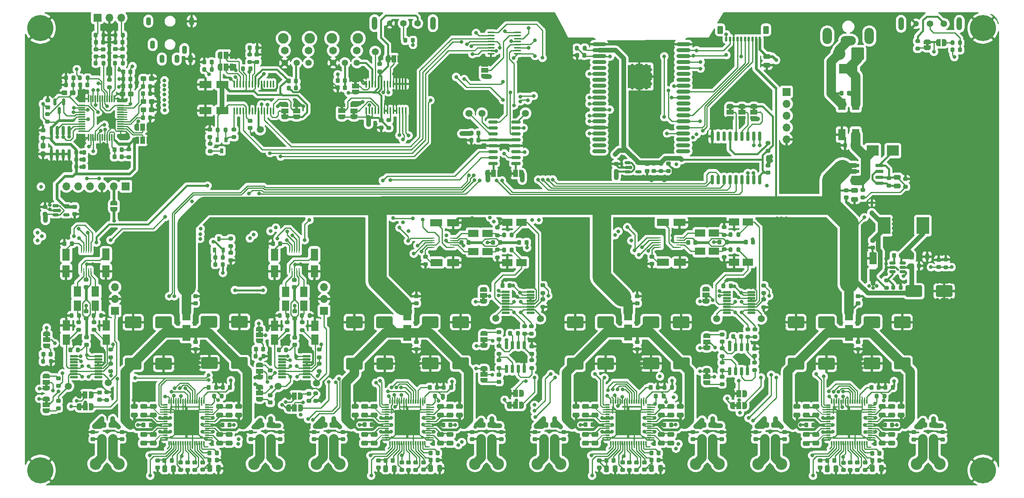
<source format=gbr>
%TF.GenerationSoftware,KiCad,Pcbnew,(6.0.4-0)*%
%TF.CreationDate,2022-05-25T01:46:17+02:00*%
%TF.ProjectId,decaVox,64656361-566f-4782-9e6b-696361645f70,rev?*%
%TF.SameCoordinates,Original*%
%TF.FileFunction,Copper,L1,Top*%
%TF.FilePolarity,Positive*%
%FSLAX46Y46*%
G04 Gerber Fmt 4.6, Leading zero omitted, Abs format (unit mm)*
G04 Created by KiCad (PCBNEW (6.0.4-0)) date 2022-05-25 01:46:17*
%MOMM*%
%LPD*%
G01*
G04 APERTURE LIST*
G04 Aperture macros list*
%AMRoundRect*
0 Rectangle with rounded corners*
0 $1 Rounding radius*
0 $2 $3 $4 $5 $6 $7 $8 $9 X,Y pos of 4 corners*
0 Add a 4 corners polygon primitive as box body*
4,1,4,$2,$3,$4,$5,$6,$7,$8,$9,$2,$3,0*
0 Add four circle primitives for the rounded corners*
1,1,$1+$1,$2,$3*
1,1,$1+$1,$4,$5*
1,1,$1+$1,$6,$7*
1,1,$1+$1,$8,$9*
0 Add four rect primitives between the rounded corners*
20,1,$1+$1,$2,$3,$4,$5,0*
20,1,$1+$1,$4,$5,$6,$7,0*
20,1,$1+$1,$6,$7,$8,$9,0*
20,1,$1+$1,$8,$9,$2,$3,0*%
%AMFreePoly0*
4,1,22,0.550000,-0.750000,0.000000,-0.750000,0.000000,-0.745033,-0.079941,-0.743568,-0.215256,-0.701293,-0.333266,-0.622738,-0.424486,-0.514219,-0.481581,-0.384460,-0.499164,-0.250000,-0.500000,-0.250000,-0.500000,0.250000,-0.499164,0.250000,-0.499963,0.256109,-0.478152,0.396186,-0.417904,0.524511,-0.324060,0.630769,-0.204165,0.706417,-0.067858,0.745374,0.000000,0.744959,0.000000,0.750000,
0.550000,0.750000,0.550000,-0.750000,0.550000,-0.750000,$1*%
%AMFreePoly1*
4,1,20,0.000000,0.744959,0.073905,0.744508,0.209726,0.703889,0.328688,0.626782,0.421226,0.519385,0.479903,0.390333,0.500000,0.250000,0.500000,-0.250000,0.499851,-0.262216,0.476331,-0.402017,0.414519,-0.529596,0.319384,-0.634700,0.198574,-0.708877,0.061801,-0.746166,0.000000,-0.745033,0.000000,-0.750000,-0.550000,-0.750000,-0.550000,0.750000,0.000000,0.750000,0.000000,0.744959,
0.000000,0.744959,$1*%
%AMFreePoly2*
4,1,22,0.500000,-0.750000,0.000000,-0.750000,0.000000,-0.745033,-0.079941,-0.743568,-0.215256,-0.701293,-0.333266,-0.622738,-0.424486,-0.514219,-0.481581,-0.384460,-0.499164,-0.250000,-0.500000,-0.250000,-0.500000,0.250000,-0.499164,0.250000,-0.499963,0.256109,-0.478152,0.396186,-0.417904,0.524511,-0.324060,0.630769,-0.204165,0.706417,-0.067858,0.745374,0.000000,0.744959,0.000000,0.750000,
0.500000,0.750000,0.500000,-0.750000,0.500000,-0.750000,$1*%
%AMFreePoly3*
4,1,20,0.000000,0.744959,0.073905,0.744508,0.209726,0.703889,0.328688,0.626782,0.421226,0.519385,0.479903,0.390333,0.500000,0.250000,0.500000,-0.250000,0.499851,-0.262216,0.476331,-0.402017,0.414519,-0.529596,0.319384,-0.634700,0.198574,-0.708877,0.061801,-0.746166,0.000000,-0.745033,0.000000,-0.750000,-0.500000,-0.750000,-0.500000,0.750000,0.000000,0.750000,0.000000,0.744959,
0.000000,0.744959,$1*%
G04 Aperture macros list end*
%TA.AperFunction,SMDPad,CuDef*%
%ADD10RoundRect,0.200000X-0.275000X0.200000X-0.275000X-0.200000X0.275000X-0.200000X0.275000X0.200000X0*%
%TD*%
%TA.AperFunction,SMDPad,CuDef*%
%ADD11R,2.500000X2.300000*%
%TD*%
%TA.AperFunction,SMDPad,CuDef*%
%ADD12R,0.450000X0.600000*%
%TD*%
%TA.AperFunction,SMDPad,CuDef*%
%ADD13RoundRect,0.200000X-0.200000X-0.275000X0.200000X-0.275000X0.200000X0.275000X-0.200000X0.275000X0*%
%TD*%
%TA.AperFunction,SMDPad,CuDef*%
%ADD14RoundRect,0.250000X-0.650000X0.325000X-0.650000X-0.325000X0.650000X-0.325000X0.650000X0.325000X0*%
%TD*%
%TA.AperFunction,ComponentPad*%
%ADD15C,2.500000*%
%TD*%
%TA.AperFunction,SMDPad,CuDef*%
%ADD16RoundRect,0.225000X0.225000X0.250000X-0.225000X0.250000X-0.225000X-0.250000X0.225000X-0.250000X0*%
%TD*%
%TA.AperFunction,SMDPad,CuDef*%
%ADD17R,1.498600X2.489200*%
%TD*%
%TA.AperFunction,SMDPad,CuDef*%
%ADD18RoundRect,0.250000X0.475000X-0.250000X0.475000X0.250000X-0.475000X0.250000X-0.475000X-0.250000X0*%
%TD*%
%TA.AperFunction,SMDPad,CuDef*%
%ADD19RoundRect,0.250000X0.250000X0.475000X-0.250000X0.475000X-0.250000X-0.475000X0.250000X-0.475000X0*%
%TD*%
%TA.AperFunction,SMDPad,CuDef*%
%ADD20RoundRect,0.225000X0.250000X-0.225000X0.250000X0.225000X-0.250000X0.225000X-0.250000X-0.225000X0*%
%TD*%
%TA.AperFunction,ComponentPad*%
%ADD21C,5.600000*%
%TD*%
%TA.AperFunction,SMDPad,CuDef*%
%ADD22RoundRect,0.250000X-0.312500X-0.275000X0.312500X-0.275000X0.312500X0.275000X-0.312500X0.275000X0*%
%TD*%
%TA.AperFunction,ComponentPad*%
%ADD23R,1.700000X1.700000*%
%TD*%
%TA.AperFunction,ComponentPad*%
%ADD24O,1.700000X1.700000*%
%TD*%
%TA.AperFunction,SMDPad,CuDef*%
%ADD25RoundRect,0.100000X0.100000X-0.637500X0.100000X0.637500X-0.100000X0.637500X-0.100000X-0.637500X0*%
%TD*%
%TA.AperFunction,SMDPad,CuDef*%
%ADD26RoundRect,0.225000X-0.225000X-0.250000X0.225000X-0.250000X0.225000X0.250000X-0.225000X0.250000X0*%
%TD*%
%TA.AperFunction,SMDPad,CuDef*%
%ADD27RoundRect,0.150000X-0.512500X-0.150000X0.512500X-0.150000X0.512500X0.150000X-0.512500X0.150000X0*%
%TD*%
%TA.AperFunction,SMDPad,CuDef*%
%ADD28RoundRect,0.218750X-0.218750X-0.256250X0.218750X-0.256250X0.218750X0.256250X-0.218750X0.256250X0*%
%TD*%
%TA.AperFunction,SMDPad,CuDef*%
%ADD29FreePoly0,90.000000*%
%TD*%
%TA.AperFunction,SMDPad,CuDef*%
%ADD30R,1.500000X1.000000*%
%TD*%
%TA.AperFunction,SMDPad,CuDef*%
%ADD31FreePoly1,90.000000*%
%TD*%
%TA.AperFunction,SMDPad,CuDef*%
%ADD32RoundRect,0.020500X-0.799500X-0.184500X0.799500X-0.184500X0.799500X0.184500X-0.799500X0.184500X0*%
%TD*%
%TA.AperFunction,SMDPad,CuDef*%
%ADD33RoundRect,0.250000X-0.475000X0.250000X-0.475000X-0.250000X0.475000X-0.250000X0.475000X0.250000X0*%
%TD*%
%TA.AperFunction,SMDPad,CuDef*%
%ADD34RoundRect,0.225000X-0.250000X0.225000X-0.250000X-0.225000X0.250000X-0.225000X0.250000X0.225000X0*%
%TD*%
%TA.AperFunction,SMDPad,CuDef*%
%ADD35RoundRect,0.200000X0.200000X0.275000X-0.200000X0.275000X-0.200000X-0.275000X0.200000X-0.275000X0*%
%TD*%
%TA.AperFunction,SMDPad,CuDef*%
%ADD36FreePoly0,270.000000*%
%TD*%
%TA.AperFunction,SMDPad,CuDef*%
%ADD37FreePoly1,270.000000*%
%TD*%
%TA.AperFunction,SMDPad,CuDef*%
%ADD38RoundRect,0.250000X1.500000X1.000000X-1.500000X1.000000X-1.500000X-1.000000X1.500000X-1.000000X0*%
%TD*%
%TA.AperFunction,SMDPad,CuDef*%
%ADD39RoundRect,0.250000X1.050000X0.550000X-1.050000X0.550000X-1.050000X-0.550000X1.050000X-0.550000X0*%
%TD*%
%TA.AperFunction,SMDPad,CuDef*%
%ADD40RoundRect,0.250000X0.550000X-1.050000X0.550000X1.050000X-0.550000X1.050000X-0.550000X-1.050000X0*%
%TD*%
%TA.AperFunction,SMDPad,CuDef*%
%ADD41RoundRect,0.250000X-1.500000X-1.000000X1.500000X-1.000000X1.500000X1.000000X-1.500000X1.000000X0*%
%TD*%
%TA.AperFunction,SMDPad,CuDef*%
%ADD42RoundRect,0.250000X-0.550000X1.050000X-0.550000X-1.050000X0.550000X-1.050000X0.550000X1.050000X0*%
%TD*%
%TA.AperFunction,SMDPad,CuDef*%
%ADD43RoundRect,0.200000X0.275000X-0.200000X0.275000X0.200000X-0.275000X0.200000X-0.275000X-0.200000X0*%
%TD*%
%TA.AperFunction,SMDPad,CuDef*%
%ADD44RoundRect,0.250000X-1.050000X-0.550000X1.050000X-0.550000X1.050000X0.550000X-1.050000X0.550000X0*%
%TD*%
%TA.AperFunction,SMDPad,CuDef*%
%ADD45RoundRect,0.250000X0.312500X0.275000X-0.312500X0.275000X-0.312500X-0.275000X0.312500X-0.275000X0*%
%TD*%
%TA.AperFunction,SMDPad,CuDef*%
%ADD46FreePoly0,0.000000*%
%TD*%
%TA.AperFunction,SMDPad,CuDef*%
%ADD47R,1.000000X1.500000*%
%TD*%
%TA.AperFunction,SMDPad,CuDef*%
%ADD48FreePoly1,0.000000*%
%TD*%
%TA.AperFunction,SMDPad,CuDef*%
%ADD49R,1.800000X3.500000*%
%TD*%
%TA.AperFunction,SMDPad,CuDef*%
%ADD50R,1.600000X2.200000*%
%TD*%
%TA.AperFunction,ComponentPad*%
%ADD51C,1.346200*%
%TD*%
%TA.AperFunction,ComponentPad*%
%ADD52C,1.651000*%
%TD*%
%TA.AperFunction,ComponentPad*%
%ADD53C,2.260600*%
%TD*%
%TA.AperFunction,SMDPad,CuDef*%
%ADD54RoundRect,0.218750X-0.256250X0.218750X-0.256250X-0.218750X0.256250X-0.218750X0.256250X0.218750X0*%
%TD*%
%TA.AperFunction,SMDPad,CuDef*%
%ADD55R,1.100000X0.250000*%
%TD*%
%TA.AperFunction,SMDPad,CuDef*%
%ADD56R,2.200000X1.600000*%
%TD*%
%TA.AperFunction,SMDPad,CuDef*%
%ADD57C,1.500000*%
%TD*%
%TA.AperFunction,SMDPad,CuDef*%
%ADD58FreePoly2,180.000000*%
%TD*%
%TA.AperFunction,SMDPad,CuDef*%
%ADD59FreePoly3,180.000000*%
%TD*%
%TA.AperFunction,SMDPad,CuDef*%
%ADD60RoundRect,0.250000X-0.250000X-0.475000X0.250000X-0.475000X0.250000X0.475000X-0.250000X0.475000X0*%
%TD*%
%TA.AperFunction,SMDPad,CuDef*%
%ADD61RoundRect,0.075000X0.362500X0.075000X-0.362500X0.075000X-0.362500X-0.075000X0.362500X-0.075000X0*%
%TD*%
%TA.AperFunction,SMDPad,CuDef*%
%ADD62RoundRect,0.075000X0.075000X0.362500X-0.075000X0.362500X-0.075000X-0.362500X0.075000X-0.362500X0*%
%TD*%
%TA.AperFunction,ComponentPad*%
%ADD63C,0.500000*%
%TD*%
%TA.AperFunction,SMDPad,CuDef*%
%ADD64R,5.450000X5.450000*%
%TD*%
%TA.AperFunction,SMDPad,CuDef*%
%ADD65RoundRect,0.150000X0.725000X0.150000X-0.725000X0.150000X-0.725000X-0.150000X0.725000X-0.150000X0*%
%TD*%
%TA.AperFunction,ComponentPad*%
%ADD66C,1.400000*%
%TD*%
%TA.AperFunction,ComponentPad*%
%ADD67C,1.200000*%
%TD*%
%TA.AperFunction,ComponentPad*%
%ADD68O,1.208000X2.800000*%
%TD*%
%TA.AperFunction,SMDPad,CuDef*%
%ADD69FreePoly0,180.000000*%
%TD*%
%TA.AperFunction,SMDPad,CuDef*%
%ADD70FreePoly1,180.000000*%
%TD*%
%TA.AperFunction,SMDPad,CuDef*%
%ADD71R,0.700000X1.000000*%
%TD*%
%TA.AperFunction,SMDPad,CuDef*%
%ADD72RoundRect,0.075000X-0.075000X0.662500X-0.075000X-0.662500X0.075000X-0.662500X0.075000X0.662500X0*%
%TD*%
%TA.AperFunction,SMDPad,CuDef*%
%ADD73RoundRect,0.075000X-0.662500X0.075000X-0.662500X-0.075000X0.662500X-0.075000X0.662500X0.075000X0*%
%TD*%
%TA.AperFunction,SMDPad,CuDef*%
%ADD74R,2.700000X3.600000*%
%TD*%
%TA.AperFunction,SMDPad,CuDef*%
%ADD75RoundRect,0.150000X0.150000X-0.825000X0.150000X0.825000X-0.150000X0.825000X-0.150000X-0.825000X0*%
%TD*%
%TA.AperFunction,SMDPad,CuDef*%
%ADD76RoundRect,0.100000X-0.637500X-0.100000X0.637500X-0.100000X0.637500X0.100000X-0.637500X0.100000X0*%
%TD*%
%TA.AperFunction,SMDPad,CuDef*%
%ADD77R,0.250000X1.100000*%
%TD*%
%TA.AperFunction,SMDPad,CuDef*%
%ADD78RoundRect,0.150000X0.150000X-0.725000X0.150000X0.725000X-0.150000X0.725000X-0.150000X-0.725000X0*%
%TD*%
%TA.AperFunction,SMDPad,CuDef*%
%ADD79RoundRect,0.150000X-0.825000X-0.150000X0.825000X-0.150000X0.825000X0.150000X-0.825000X0.150000X0*%
%TD*%
%TA.AperFunction,ComponentPad*%
%ADD80RoundRect,0.250001X1.099999X1.099999X-1.099999X1.099999X-1.099999X-1.099999X1.099999X-1.099999X0*%
%TD*%
%TA.AperFunction,ComponentPad*%
%ADD81C,2.700000*%
%TD*%
%TA.AperFunction,SMDPad,CuDef*%
%ADD82RoundRect,0.150000X-0.150000X0.587500X-0.150000X-0.587500X0.150000X-0.587500X0.150000X0.587500X0*%
%TD*%
%TA.AperFunction,ComponentPad*%
%ADD83O,1.100000X1.800000*%
%TD*%
%TA.AperFunction,SMDPad,CuDef*%
%ADD84R,0.900000X1.200000*%
%TD*%
%TA.AperFunction,SMDPad,CuDef*%
%ADD85RoundRect,0.150000X-0.150000X0.875000X-0.150000X-0.875000X0.150000X-0.875000X0.150000X0.875000X0*%
%TD*%
%TA.AperFunction,SMDPad,CuDef*%
%ADD86RoundRect,0.125000X0.125000X0.375000X-0.125000X0.375000X-0.125000X-0.375000X0.125000X-0.375000X0*%
%TD*%
%TA.AperFunction,SMDPad,CuDef*%
%ADD87RoundRect,0.250000X0.350000X0.600000X-0.350000X0.600000X-0.350000X-0.600000X0.350000X-0.600000X0*%
%TD*%
%TA.AperFunction,SMDPad,CuDef*%
%ADD88FreePoly2,90.000000*%
%TD*%
%TA.AperFunction,SMDPad,CuDef*%
%ADD89FreePoly3,90.000000*%
%TD*%
%TA.AperFunction,SMDPad,CuDef*%
%ADD90RoundRect,0.218750X0.256250X-0.218750X0.256250X0.218750X-0.256250X0.218750X-0.256250X-0.218750X0*%
%TD*%
%TA.AperFunction,ComponentPad*%
%ADD91R,4.000000X2.000000*%
%TD*%
%TA.AperFunction,ComponentPad*%
%ADD92O,3.300000X2.000000*%
%TD*%
%TA.AperFunction,ComponentPad*%
%ADD93O,2.000000X3.500000*%
%TD*%
%TA.AperFunction,SMDPad,CuDef*%
%ADD94O,3.000000X0.900000*%
%TD*%
%TA.AperFunction,ComponentPad*%
%ADD95C,0.800000*%
%TD*%
%TA.AperFunction,SMDPad,CuDef*%
%ADD96R,5.000000X5.000000*%
%TD*%
%TA.AperFunction,SMDPad,CuDef*%
%ADD97RoundRect,0.250000X-0.275000X0.312500X-0.275000X-0.312500X0.275000X-0.312500X0.275000X0.312500X0*%
%TD*%
%TA.AperFunction,ViaPad*%
%ADD98C,0.800000*%
%TD*%
%TA.AperFunction,Conductor*%
%ADD99C,1.000000*%
%TD*%
%TA.AperFunction,Conductor*%
%ADD100C,0.250000*%
%TD*%
%TA.AperFunction,Conductor*%
%ADD101C,0.254000*%
%TD*%
%TA.AperFunction,Conductor*%
%ADD102C,0.400000*%
%TD*%
%TA.AperFunction,Conductor*%
%ADD103C,2.000000*%
%TD*%
%TA.AperFunction,Conductor*%
%ADD104C,0.600000*%
%TD*%
%TA.AperFunction,Conductor*%
%ADD105C,4.000000*%
%TD*%
%TA.AperFunction,Conductor*%
%ADD106C,0.200000*%
%TD*%
%TA.AperFunction,Conductor*%
%ADD107C,0.300000*%
%TD*%
G04 APERTURE END LIST*
%TO.C,JP10*%
G36*
X250957100Y-166381000D02*
G01*
X250357100Y-166381000D01*
X250357100Y-165881000D01*
X250957100Y-165881000D01*
X250957100Y-166381000D01*
G37*
%TO.C,JP18*%
G36*
X109672400Y-174656800D02*
G01*
X109072400Y-174656800D01*
X109072400Y-174156800D01*
X109672400Y-174156800D01*
X109672400Y-174656800D01*
G37*
%TO.C,JP13*%
G36*
X109580700Y-185024600D02*
G01*
X108980700Y-185024600D01*
X108980700Y-184524600D01*
X109580700Y-184524600D01*
X109580700Y-185024600D01*
G37*
%TO.C,JP1*%
G36*
X204730400Y-139695200D02*
G01*
X204230400Y-139695200D01*
X204230400Y-139095200D01*
X204730400Y-139095200D01*
X204730400Y-139695200D01*
G37*
%TO.C,JP21*%
G36*
X162033000Y-187421800D02*
G01*
X161533000Y-187421800D01*
X161533000Y-186821800D01*
X162033000Y-186821800D01*
X162033000Y-187421800D01*
G37*
%TO.C,JP32*%
G36*
X160650200Y-126859400D02*
G01*
X160050200Y-126859400D01*
X160050200Y-126359400D01*
X160650200Y-126359400D01*
X160650200Y-126859400D01*
G37*
%TO.C,JP11*%
G36*
X258668800Y-125888800D02*
G01*
X258068800Y-125888800D01*
X258068800Y-125388800D01*
X258668800Y-125388800D01*
X258668800Y-125888800D01*
G37*
%TO.C,JP22*%
G36*
X117202000Y-189707800D02*
G01*
X116702000Y-189707800D01*
X116702000Y-189107800D01*
X117202000Y-189107800D01*
X117202000Y-189707800D01*
G37*
%TO.C,JP15*%
G36*
X109586300Y-188576000D02*
G01*
X108986300Y-188576000D01*
X108986300Y-188076000D01*
X109586300Y-188076000D01*
X109586300Y-188576000D01*
G37*
%TO.C,JP36*%
G36*
X148702600Y-114321400D02*
G01*
X148202600Y-114321400D01*
X148202600Y-113721400D01*
X148702600Y-113721400D01*
X148702600Y-114321400D01*
G37*
%TO.C,JP33*%
G36*
X203363400Y-182068300D02*
G01*
X202763400Y-182068300D01*
X202763400Y-181568300D01*
X203363400Y-181568300D01*
X203363400Y-182068300D01*
G37*
%TO.C,JP31*%
G36*
X163190200Y-125580200D02*
G01*
X162590200Y-125580200D01*
X162590200Y-125080200D01*
X163190200Y-125080200D01*
X163190200Y-125580200D01*
G37*
%TO.C,JP35*%
G36*
X148702600Y-116861400D02*
G01*
X148202600Y-116861400D01*
X148202600Y-116261400D01*
X148702600Y-116261400D01*
X148702600Y-116861400D01*
G37*
%TO.C,JP12*%
G36*
X256128800Y-125888800D02*
G01*
X255528800Y-125888800D01*
X255528800Y-125388800D01*
X256128800Y-125388800D01*
X256128800Y-125888800D01*
G37*
%TO.C,JP39*%
G36*
X172892500Y-125550000D02*
G01*
X172292500Y-125550000D01*
X172292500Y-125050000D01*
X172892500Y-125050000D01*
X172892500Y-125550000D01*
G37*
%TO.C,JP16*%
G36*
X155255500Y-186086800D02*
G01*
X154655500Y-186086800D01*
X154655500Y-185586800D01*
X155255500Y-185586800D01*
X155255500Y-186086800D01*
G37*
%TO.C,JP28*%
G36*
X203347900Y-175900700D02*
G01*
X202747900Y-175900700D01*
X202747900Y-175400700D01*
X203347900Y-175400700D01*
X203347900Y-175900700D01*
G37*
%TO.C,JP37*%
G36*
X183369000Y-115082600D02*
G01*
X182869000Y-115082600D01*
X182869000Y-114482600D01*
X183369000Y-114482600D01*
X183369000Y-115082600D01*
G37*
%TO.C,JP40*%
G36*
X175483800Y-126858600D02*
G01*
X174883800Y-126858600D01*
X174883800Y-126358600D01*
X175483800Y-126358600D01*
X175483800Y-126858600D01*
G37*
%TO.C,JP14*%
G36*
X155265400Y-182667000D02*
G01*
X154665400Y-182667000D01*
X154665400Y-182167000D01*
X155265400Y-182167000D01*
X155265400Y-182667000D01*
G37*
%TO.C,JP9*%
G36*
X261208800Y-125888800D02*
G01*
X260608800Y-125888800D01*
X260608800Y-125388800D01*
X261208800Y-125388800D01*
X261208800Y-125888800D01*
G37*
%TO.C,JP29*%
G36*
X209404000Y-189393100D02*
G01*
X208904000Y-189393100D01*
X208904000Y-188793100D01*
X209404000Y-188793100D01*
X209404000Y-189393100D01*
G37*
%TO.C,JP8*%
G36*
X257232200Y-189428400D02*
G01*
X256732200Y-189428400D01*
X256732200Y-188828400D01*
X257232200Y-188828400D01*
X257232200Y-189428400D01*
G37*
%TO.C,JP7*%
G36*
X251090000Y-176408000D02*
G01*
X250490000Y-176408000D01*
X250490000Y-175908000D01*
X251090000Y-175908000D01*
X251090000Y-176408000D01*
G37*
%TO.C,JP3*%
G36*
X209404000Y-139695200D02*
G01*
X208904000Y-139695200D01*
X208904000Y-139095200D01*
X209404000Y-139095200D01*
X209404000Y-139695200D01*
G37*
%TO.C,JP19*%
G36*
X155290800Y-173590000D02*
G01*
X154690800Y-173590000D01*
X154690800Y-173090000D01*
X155290800Y-173090000D01*
X155290800Y-173590000D01*
G37*
%TO.C,JP38*%
G36*
X175829500Y-120224600D02*
G01*
X175229500Y-120224600D01*
X175229500Y-119724600D01*
X175829500Y-119724600D01*
X175829500Y-120224600D01*
G37*
%TO.C,JP6*%
G36*
X251115400Y-182550200D02*
G01*
X250515400Y-182550200D01*
X250515400Y-182050200D01*
X251115400Y-182050200D01*
X251115400Y-182550200D01*
G37*
%TO.C,JP4*%
G36*
X298382800Y-112036400D02*
G01*
X297782800Y-112036400D01*
X297782800Y-111536400D01*
X298382800Y-111536400D01*
X298382800Y-112036400D01*
G37*
%TO.C,JP23*%
G36*
X162058400Y-189936400D02*
G01*
X161558400Y-189936400D01*
X161558400Y-189336400D01*
X162058400Y-189336400D01*
X162058400Y-189936400D01*
G37*
%TO.C,JP20*%
G36*
X117176600Y-187167800D02*
G01*
X116676600Y-187167800D01*
X116676600Y-186567800D01*
X117176600Y-186567800D01*
X117176600Y-187167800D01*
G37*
%TO.C,JP5*%
G36*
X257232200Y-186888400D02*
G01*
X256732200Y-186888400D01*
X256732200Y-186288400D01*
X257232200Y-186288400D01*
X257232200Y-186888400D01*
G37*
%TO.C,JP30*%
G36*
X209404000Y-186863000D02*
G01*
X208904000Y-186863000D01*
X208904000Y-186263000D01*
X209404000Y-186263000D01*
X209404000Y-186863000D01*
G37*
%TO.C,JP34*%
G36*
X203255900Y-166431800D02*
G01*
X202655900Y-166431800D01*
X202655900Y-165931800D01*
X203255900Y-165931800D01*
X203255900Y-166431800D01*
G37*
%TD*%
D10*
%TO.P,R7,1*%
%TO.N,GND*%
X293400000Y-140575000D03*
%TO.P,R7,2*%
%TO.N,/DC Protection/~{ENA}*%
X293400000Y-142225000D03*
%TD*%
D11*
%TO.P,D7,1,A1*%
%TO.N,/DC Protection/~{ENA}*%
X290700000Y-134500000D03*
%TO.P,D7,2,A2*%
%TO.N,Net-(C241-Pad1)*%
X286400000Y-134500000D03*
%TD*%
D12*
%TO.P,D3,1,A1*%
%TO.N,GND*%
X286200000Y-145700000D03*
%TO.P,D3,2,A2*%
%TO.N,+5V*%
X286200000Y-147800000D03*
%TD*%
D13*
%TO.P,R39,1*%
%TO.N,+3.3VA*%
X115698000Y-134924800D03*
%TO.P,R39,2*%
%TO.N,/DSP Core/SDA*%
X117348000Y-134924800D03*
%TD*%
D14*
%TO.P,FB18,1*%
%TO.N,/Amplifier #3/OUT1A*%
X218233600Y-193276400D03*
%TO.P,FB18,2*%
%TO.N,Net-(C191-Pad1)*%
X218233600Y-196226400D03*
%TD*%
D15*
%TO.P,J18,1,Pin_1*%
%TO.N,Net-(C193-Pad1)*%
X248448800Y-201662000D03*
%TO.P,J18,2,Pin_2*%
%TO.N,Net-(C194-Pad1)*%
X253448800Y-201662000D03*
%TD*%
D16*
%TO.P,C222,1,1*%
%TO.N,/DAC2 + Volume Cntrl.1/VA*%
X255092200Y-154127200D03*
%TO.P,C222,2,2*%
%TO.N,GND*%
X253542200Y-154127200D03*
%TD*%
D17*
%TO.P,L6,1,1*%
%TO.N,/DC Protection/VCC_IN*%
X282750000Y-124548800D03*
%TO.P,L6,2,2*%
%TO.N,Net-(C241-Pad1)*%
X282750000Y-131051200D03*
%TO.P,L6,3,3*%
%TO.N,/DC Protection/GND_IN*%
X279750000Y-124548800D03*
%TO.P,L6,4,4*%
%TO.N,GND*%
X279750000Y-131051200D03*
%TD*%
D14*
%TO.P,FB16,1*%
%TO.N,/Amplifier #3/OUT1B*%
X215896800Y-193278200D03*
%TO.P,FB16,2*%
%TO.N,Net-(C192-Pad1)*%
X215896800Y-196228200D03*
%TD*%
D18*
%TO.P,C145,1*%
%TO.N,VCCQ*%
X270154450Y-191221550D03*
%TO.P,C145,2*%
%TO.N,GND*%
X270154450Y-189321550D03*
%TD*%
D19*
%TO.P,C108,1*%
%TO.N,GND*%
X183868150Y-202682600D03*
%TO.P,C108,2*%
%TO.N,Net-(C108-Pad2)*%
X181968150Y-202682600D03*
%TD*%
D20*
%TO.P,C214,1,1*%
%TO.N,/DAC1 + Volume Cntrl.1/VA*%
X162433000Y-163743100D03*
%TO.P,C214,2,2*%
%TO.N,GND*%
X162433000Y-162193100D03*
%TD*%
D21*
%TO.P,H3,1,1*%
%TO.N,GND*%
X310000000Y-108254800D03*
%TD*%
D13*
%TO.P,R67,1*%
%TO.N,Net-(C226-Pad2)*%
X255930400Y-155727400D03*
%TO.P,R67,2*%
%TO.N,/DAC2 + Volume Cntrl.1/OUT_L*%
X257580400Y-155727400D03*
%TD*%
D22*
%TO.P,C57,1*%
%TO.N,/DSP Core/FILTD*%
X130098800Y-123926600D03*
%TO.P,C57,2*%
%TO.N,GND*%
X131873800Y-123926600D03*
%TD*%
D23*
%TO.P,J5,1,Pin_1*%
%TO.N,/ADC1*%
X120218200Y-105994200D03*
D24*
%TO.P,J5,2,Pin_2*%
%TO.N,GND*%
X122758200Y-105994200D03*
%TO.P,J5,3,Pin_3*%
%TO.N,/ADC0*%
X125298200Y-105994200D03*
%TD*%
D20*
%TO.P,C94,1*%
%TO.N,VCC*%
X141222850Y-167221900D03*
%TO.P,C94,2*%
%TO.N,GND*%
X141222850Y-165671900D03*
%TD*%
D25*
%TO.P,U8,1,SDA/CDOUT/COPY/C*%
%TO.N,+3V3*%
X177816800Y-125925500D03*
%TO.P,U8,2,AD0/~{CS}/TEST*%
%TO.N,GND*%
X178466800Y-125925500D03*
%TO.P,U8,3,AD2/~{EMPH}*%
%TO.N,+3V3*%
X179116800Y-125925500D03*
%TO.P,U8,4,RXP/SFMT0*%
%TO.N,/SFMT0*%
X179766800Y-125925500D03*
%TO.P,U8,5,TSTN/SFMT1*%
%TO.N,/SFMT1*%
X180416800Y-125925500D03*
%TO.P,U8,6,VD*%
%TO.N,+3V3*%
X181066800Y-125925500D03*
%TO.P,U8,7,TEST*%
%TO.N,GND*%
X181716800Y-125925500D03*
%TO.P,U8,8,TEST*%
X182366800Y-125925500D03*
%TO.P,U8,9,~{RST}*%
%TO.N,Net-(R28-Pad2)*%
X183016800Y-125925500D03*
%TO.P,U8,10,TEST/APMS*%
%TO.N,GND*%
X183666800Y-125925500D03*
%TO.P,U8,11,TEST/TCBLD*%
X184316800Y-125925500D03*
%TO.P,U8,12,ILRCK*%
%TO.N,/SDATA3*%
X184966800Y-125925500D03*
%TO.P,U8,13,ISCLK*%
%TO.N,/BCLK*%
X185616800Y-125925500D03*
%TO.P,U8,14,SDIN*%
%TO.N,/LRCLK*%
X186266800Y-125925500D03*
%TO.P,U8,15,TCBL*%
%TO.N,GND*%
X186266800Y-120200500D03*
%TO.P,U8,16,TEST/CEN*%
X185616800Y-120200500D03*
%TO.P,U8,17,TEST/U*%
X184966800Y-120200500D03*
%TO.P,U8,18,TEST/V*%
X184316800Y-120200500D03*
%TO.P,U8,19,INT/~{AUDIO}*%
X183666800Y-120200500D03*
%TO.P,U8,20,U/HWCK0*%
%TO.N,/HWCK0*%
X183016800Y-120200500D03*
%TO.P,U8,21,OMCK*%
%TO.N,/MCLK1*%
X182366800Y-120200500D03*
%TO.P,U8,22,GND*%
%TO.N,GND*%
X181716800Y-120200500D03*
%TO.P,U8,23,VL*%
%TO.N,+3V3*%
X181066800Y-120200500D03*
%TO.P,U8,24,H/~{S}*%
X180416800Y-120200500D03*
%TO.P,U8,25,TXN*%
%TO.N,Net-(TP4-Pad1)*%
X179766800Y-120200500D03*
%TO.P,U8,26,TXP*%
%TO.N,Net-(J8-Pad3)*%
X179116800Y-120200500D03*
%TO.P,U8,27,AD1/CDIN/HWCK1*%
%TO.N,/HWCK1*%
X178466800Y-120200500D03*
%TO.P,U8,28,SCL/CCLK/ORIG*%
%TO.N,GND*%
X177816800Y-120200500D03*
%TD*%
D18*
%TO.P,C151,1*%
%TO.N,Net-(C148-Pad1)*%
X274193050Y-197241350D03*
%TO.P,C151,2*%
%TO.N,Net-(C148-Pad2)*%
X274193050Y-195341350D03*
%TD*%
D26*
%TO.P,C146,1*%
%TO.N,VCCQ*%
X289013650Y-193294150D03*
%TO.P,C146,2*%
%TO.N,GND*%
X290563650Y-193294150D03*
%TD*%
D18*
%TO.P,C81,1*%
%TO.N,Net-(C81-Pad1)*%
X130166750Y-191212000D03*
%TO.P,C81,2*%
%TO.N,Net-(C81-Pad2)*%
X130166750Y-189312000D03*
%TD*%
D27*
%TO.P,U4,1,VIN*%
%TO.N,+5V*%
X111258850Y-146354800D03*
%TO.P,U4,2,GND*%
%TO.N,GND*%
X111258850Y-147304800D03*
%TO.P,U4,3,EN*%
%TO.N,+5V*%
X111258850Y-148254800D03*
%TO.P,U4,4,NC*%
%TO.N,unconnected-(U4-Pad4)*%
X113533850Y-148254800D03*
%TO.P,U4,5,VOUT*%
%TO.N,+3.3VA*%
X113533850Y-146354800D03*
%TD*%
D28*
%TO.P,FB23,1*%
%TO.N,/DAC3 + Volume Cntrl.2/VA*%
X210616800Y-154152600D03*
%TO.P,FB23,2*%
%TO.N,+3V3*%
X212191800Y-154152600D03*
%TD*%
D14*
%TO.P,FB19,1*%
%TO.N,/Amplifier #3/OUT0A*%
X249780400Y-193330800D03*
%TO.P,FB19,2*%
%TO.N,Net-(C193-Pad1)*%
X249780400Y-196280800D03*
%TD*%
D29*
%TO.P,JP10,1,A*%
%TO.N,/SDATA2*%
X250657100Y-166781000D03*
D30*
%TO.P,JP10,2,C*%
%TO.N,/AMP2_23*%
X250657100Y-165481000D03*
D31*
%TO.P,JP10,3,B*%
%TO.N,unconnected-(JP10-Pad3)*%
X250657100Y-164181000D03*
%TD*%
D32*
%TO.P,U17,1,~{DN}/~{BAL0}*%
%TO.N,/VOL0-*%
X115144800Y-178585400D03*
%TO.P,U17,2,~{UP}/~{BAL1}*%
%TO.N,/VOL0+*%
X115144800Y-179220400D03*
%TO.P,U17,3,~{MODE}*%
%TO.N,unconnected-(U17-Pad3)*%
X115144800Y-179855400D03*
%TO.P,U17,4,MODE_IND*%
%TO.N,unconnected-(U17-Pad4)*%
X115144800Y-180490400D03*
%TO.P,U17,5,H0*%
%TO.N,/DAC0 + Volume Cntrl./OUT_L*%
X115144800Y-181125400D03*
%TO.P,U17,6,L0*%
%TO.N,/DAC0 + Volume Cntrl./VOL_REF*%
X115144800Y-181760400D03*
%TO.P,U17,7,W0*%
%TO.N,/DAC0_L*%
X115144800Y-182395400D03*
%TO.P,U17,8,~{SHDN}*%
%TO.N,unconnected-(U17-Pad8)*%
X115144800Y-183030400D03*
%TO.P,U17,9,~{MUTE*%
%TO.N,/DAC0 + Volume Cntrl./~{MUTE}*%
X120414800Y-183030400D03*
%TO.P,U17,10,W1*%
%TO.N,/DAC0_R*%
X120414800Y-182395400D03*
%TO.P,U17,11,L1*%
%TO.N,/DAC0 + Volume Cntrl./VOL_REF*%
X120414800Y-181760400D03*
%TO.P,U17,12,H1*%
%TO.N,/DAC0 + Volume Cntrl./OUT_R*%
X120414800Y-181125400D03*
%TO.P,U17,13,VSS*%
%TO.N,GND*%
X120414800Y-180490400D03*
%TO.P,U17,14,GND*%
X120414800Y-179855400D03*
%TO.P,U17,15,VLOGIC*%
%TO.N,+3V3*%
X120414800Y-179220400D03*
%TO.P,U17,16,VDD*%
X120414800Y-178585400D03*
%TD*%
D33*
%TO.P,C242,1*%
%TO.N,/DC Protection/~{ENA}*%
X291642800Y-140199800D03*
%TO.P,C242,2*%
%TO.N,Net-(C242-Pad2)*%
X291642800Y-142099800D03*
%TD*%
D34*
%TO.P,C73,1*%
%TO.N,+5V*%
X138066150Y-201387200D03*
%TO.P,C73,2*%
%TO.N,Net-(C73-Pad2)*%
X138066150Y-202937200D03*
%TD*%
D26*
%TO.P,C37,1*%
%TO.N,/ADC1*%
X119912600Y-111277400D03*
%TO.P,C37,2*%
%TO.N,GND*%
X121462600Y-111277400D03*
%TD*%
D20*
%TO.P,C243,1*%
%TO.N,GND*%
X280720800Y-144539000D03*
%TO.P,C243,2*%
%TO.N,VCC*%
X280720800Y-142989000D03*
%TD*%
D18*
%TO.P,C130,1*%
%TO.N,Net-(C130-Pad1)*%
X290474450Y-191221550D03*
%TO.P,C130,2*%
%TO.N,Net-(C130-Pad2)*%
X290474450Y-189321550D03*
%TD*%
D35*
%TO.P,R47,1*%
%TO.N,+3V3*%
X147116800Y-157378400D03*
%TO.P,R47,2*%
%TO.N,Net-(Q2-Pad1)*%
X145466800Y-157378400D03*
%TD*%
D10*
%TO.P,R78,1*%
%TO.N,/DC Protection/~{ENA}*%
X289864800Y-140348200D03*
%TO.P,R78,2*%
%TO.N,Net-(C242-Pad2)*%
X289864800Y-141998200D03*
%TD*%
D16*
%TO.P,C150,1*%
%TO.N,VCCQ*%
X273672650Y-193294150D03*
%TO.P,C150,2*%
%TO.N,GND*%
X272122650Y-193294150D03*
%TD*%
D28*
%TO.P,FB3,1*%
%TO.N,+3V3*%
X161213800Y-119558600D03*
%TO.P,FB3,2*%
%TO.N,Net-(C33-Pad2)*%
X162788800Y-119558600D03*
%TD*%
D36*
%TO.P,JP18,1,A*%
%TO.N,/SDATA0*%
X109372400Y-173756800D03*
D30*
%TO.P,JP18,2,C*%
%TO.N,/AMP0_23*%
X109372400Y-175056800D03*
D37*
%TO.P,JP18,3,B*%
%TO.N,Net-(C19-Pad1)*%
X109372400Y-176356800D03*
%TD*%
D20*
%TO.P,C18,1*%
%TO.N,Net-(C18-Pad1)*%
X157276800Y-188520000D03*
%TO.P,C18,2*%
%TO.N,/DAC1_L*%
X157276800Y-186970000D03*
%TD*%
D16*
%TO.P,C82,1*%
%TO.N,VCCQ*%
X131652950Y-193284600D03*
%TO.P,C82,2*%
%TO.N,GND*%
X130102950Y-193284600D03*
%TD*%
D13*
%TO.P,R66,1*%
%TO.N,Net-(C225-Pad2)*%
X255930400Y-152501600D03*
%TO.P,R66,2*%
%TO.N,/DAC2 + Volume Cntrl.1/OUT_R*%
X257580400Y-152501600D03*
%TD*%
%TO.P,R19,1*%
%TO.N,Net-(C20-Pad2)*%
X154165800Y-178587400D03*
%TO.P,R19,2*%
%TO.N,GND*%
X155815800Y-178587400D03*
%TD*%
D21*
%TO.P,H2,1,1*%
%TO.N,GND*%
X310000000Y-203000000D03*
%TD*%
D38*
%TO.P,C120,1*%
%TO.N,VCCQ*%
X198036750Y-180125100D03*
%TO.P,C120,2*%
%TO.N,GND*%
X191536750Y-180125100D03*
%TD*%
D34*
%TO.P,C104,1*%
%TO.N,Net-(C104-Pad1)*%
X190121550Y-201361200D03*
%TO.P,C104,2*%
%TO.N,Net-(C100-Pad1)*%
X190121550Y-202911200D03*
%TD*%
D29*
%TO.P,JP13,1,A*%
%TO.N,/BCLK*%
X109280700Y-185424600D03*
D30*
%TO.P,JP13,2,C*%
%TO.N,/AMP0_21*%
X109280700Y-184124600D03*
D31*
%TO.P,JP13,3,B*%
%TO.N,Net-(C15-Pad1)*%
X109280700Y-182824600D03*
%TD*%
D35*
%TO.P,R44,1*%
%TO.N,+5V*%
X288893550Y-187145050D03*
%TO.P,R44,2*%
%TO.N,/MA_ERROR*%
X287243550Y-187145050D03*
%TD*%
D39*
%TO.P,C27,1*%
%TO.N,+3V3*%
X147011800Y-120320600D03*
%TO.P,C27,2*%
%TO.N,GND*%
X143411800Y-120320600D03*
%TD*%
D40*
%TO.P,C6,1*%
%TO.N,+5V*%
X286461200Y-161210400D03*
%TO.P,C6,2*%
%TO.N,GND*%
X286461200Y-157610400D03*
%TD*%
D34*
%TO.P,C39,1*%
%TO.N,/ADC0*%
X125589800Y-112737600D03*
%TO.P,C39,2*%
%TO.N,Net-(C39-Pad2)*%
X125589800Y-114287600D03*
%TD*%
D41*
%TO.P,C153,1*%
%TO.N,VCCQ*%
X286190150Y-171250000D03*
%TO.P,C153,2*%
%TO.N,GND*%
X292690150Y-171250000D03*
%TD*%
D26*
%TO.P,C8,1*%
%TO.N,GND*%
X200342200Y-132232400D03*
%TO.P,C8,2*%
%TO.N,/VDD_MCLK*%
X201892200Y-132232400D03*
%TD*%
D42*
%TO.P,C200,1*%
%TO.N,Net-(C200-Pad1)*%
X113512600Y-156782900D03*
%TO.P,C200,2*%
%TO.N,GND*%
X113512600Y-160382900D03*
%TD*%
D14*
%TO.P,FB14,1*%
%TO.N,/Amplifier #2/OUT1A*%
X265564150Y-193288250D03*
%TO.P,FB14,2*%
%TO.N,Net-(C157-Pad1)*%
X265564150Y-196238250D03*
%TD*%
D20*
%TO.P,C160,1*%
%TO.N,Net-(C160-Pad1)*%
X301400000Y-196400000D03*
%TO.P,C160,2*%
%TO.N,GND*%
X301400000Y-194850000D03*
%TD*%
D38*
%TO.P,C121,1*%
%TO.N,VCCQ*%
X181750000Y-171300000D03*
%TO.P,C121,2*%
%TO.N,GND*%
X175250000Y-171300000D03*
%TD*%
D43*
%TO.P,R75,1*%
%TO.N,Net-(Q3-Pad1)*%
X149479000Y-131598200D03*
%TO.P,R75,2*%
%TO.N,/~{AUDIO}*%
X149479000Y-129948200D03*
%TD*%
D18*
%TO.P,C149,1*%
%TO.N,Net-(C149-Pad1)*%
X272186450Y-191221550D03*
%TO.P,C149,2*%
%TO.N,Net-(C149-Pad2)*%
X272186450Y-189321550D03*
%TD*%
D20*
%TO.P,C157,1*%
%TO.N,Net-(C157-Pad1)*%
X267494550Y-196363450D03*
%TO.P,C157,2*%
%TO.N,GND*%
X267494550Y-194813450D03*
%TD*%
D26*
%TO.P,C197,1*%
%TO.N,GND*%
X223049800Y-114050000D03*
%TO.P,C197,2*%
%TO.N,/ESP_RST*%
X224599800Y-114050000D03*
%TD*%
D14*
%TO.P,FB5,1*%
%TO.N,/Amplifier #0/OUT0B*%
X157428050Y-193331300D03*
%TO.P,FB5,2*%
%TO.N,Net-(C92-Pad1)*%
X157428050Y-196281300D03*
%TD*%
D44*
%TO.P,C230,1*%
%TO.N,Net-(C230-Pad1)*%
X192865600Y-158496000D03*
%TO.P,C230,2*%
%TO.N,GND*%
X196465600Y-158496000D03*
%TD*%
D20*
%TO.P,C14,1*%
%TO.N,GND*%
X115342750Y-148079800D03*
%TO.P,C14,2*%
%TO.N,+3.3VA*%
X115342750Y-146529800D03*
%TD*%
D45*
%TO.P,C43,1*%
%TO.N,+3.3VA*%
X127378000Y-122351800D03*
%TO.P,C43,2*%
%TO.N,GND*%
X125603000Y-122351800D03*
%TD*%
D16*
%TO.P,C2,1*%
%TO.N,Net-(C2-Pad1)*%
X292481600Y-156967850D03*
%TO.P,C2,2*%
%TO.N,Net-(C2-Pad2)*%
X290931600Y-156967850D03*
%TD*%
D10*
%TO.P,R68,1*%
%TO.N,+3V3*%
X215692200Y-163361000D03*
%TO.P,R68,2*%
%TO.N,/DAC3 + Volume Cntrl.2/VOL_REF*%
X215692200Y-165011000D03*
%TD*%
D43*
%TO.P,R30,1*%
%TO.N,/FILT*%
X152882600Y-115519000D03*
%TO.P,R30,2*%
%TO.N,Net-(C35-Pad1)*%
X152882600Y-113869000D03*
%TD*%
D18*
%TO.P,C77,1*%
%TO.N,VCCQ*%
X128134750Y-191212000D03*
%TO.P,C77,2*%
%TO.N,GND*%
X128134750Y-189312000D03*
%TD*%
D46*
%TO.P,JP1,1,A*%
%TO.N,+3V3*%
X203830400Y-139395200D03*
D47*
%TO.P,JP1,2,C*%
%TO.N,/S2*%
X205130400Y-139395200D03*
D48*
%TO.P,JP1,3,B*%
%TO.N,GND*%
X206430400Y-139395200D03*
%TD*%
D26*
%TO.P,C67,1*%
%TO.N,Net-(C67-Pad1)*%
X144237750Y-199355200D03*
%TO.P,C67,2*%
%TO.N,Net-(C67-Pad2)*%
X145787750Y-199355200D03*
%TD*%
D20*
%TO.P,C199,1*%
%TO.N,GND*%
X237998000Y-138849400D03*
%TO.P,C199,2*%
%TO.N,+3V3*%
X237998000Y-137299400D03*
%TD*%
D49*
%TO.P,L3,1,1*%
%TO.N,VCC*%
X186648850Y-169136700D03*
%TO.P,L3,2,2*%
%TO.N,VCCQ*%
X186648850Y-173536700D03*
%TD*%
D50*
%TO.P,C216,1*%
%TO.N,Net-(C216-Pad1)*%
X160553400Y-164753700D03*
%TO.P,C216,2*%
%TO.N,Net-(C216-Pad2)*%
X160553400Y-167753700D03*
%TD*%
D34*
%TO.P,C10,1*%
%TO.N,GND*%
X263906000Y-137692800D03*
%TO.P,C10,2*%
%TO.N,+3V3*%
X263906000Y-139242800D03*
%TD*%
D10*
%TO.P,R65,1*%
%TO.N,Net-(C226-Pad2)*%
X254508000Y-155664400D03*
%TO.P,R65,2*%
%TO.N,GND*%
X254508000Y-157314400D03*
%TD*%
D20*
%TO.P,C144,1*%
%TO.N,GND*%
X275127850Y-202451150D03*
%TO.P,C144,2*%
%TO.N,Net-(C142-Pad2)*%
X275127850Y-200901150D03*
%TD*%
D16*
%TO.P,C38,1*%
%TO.N,/DSP_RST*%
X118084600Y-120421400D03*
%TO.P,C38,2*%
%TO.N,GND*%
X116534600Y-120421400D03*
%TD*%
D21*
%TO.P,H1,1,1*%
%TO.N,GND*%
X108000000Y-203000000D03*
%TD*%
D16*
%TO.P,C133,1*%
%TO.N,+5V*%
X290659350Y-185265450D03*
%TO.P,C133,2*%
%TO.N,GND*%
X289109350Y-185265450D03*
%TD*%
D43*
%TO.P,R20,1*%
%TO.N,/DAC3_PBTL0*%
X206314600Y-181089200D03*
%TO.P,R20,2*%
%TO.N,Net-(R20-Pad2)*%
X206314600Y-179439200D03*
%TD*%
D16*
%TO.P,C19,1*%
%TO.N,Net-(C19-Pad1)*%
X110182700Y-178155600D03*
%TO.P,C19,2*%
%TO.N,Net-(C19-Pad2)*%
X108632700Y-178155600D03*
%TD*%
D51*
%TO.P,J9,1,1*%
%TO.N,GND*%
X160350200Y-115692596D03*
%TO.P,J9,2,2*%
%TO.N,Net-(C33-Pad2)*%
X162890200Y-115692596D03*
%TO.P,J9,3,3*%
%TO.N,/OPTICAL_INPUT*%
X165430200Y-115692596D03*
D52*
%TO.P,J9,4,4*%
%TO.N,unconnected-(J9-Pad4)*%
X160350200Y-113062596D03*
%TO.P,J9,5,5*%
%TO.N,unconnected-(J9-Pad5)*%
X165430200Y-113062596D03*
D53*
%TO.P,J9,7*%
%TO.N,N/C*%
X160090201Y-110452596D03*
%TO.P,J9,8*%
X165690199Y-110452596D03*
%TD*%
D18*
%TO.P,C62,1*%
%TO.N,Net-(C62-Pad1)*%
X148454750Y-191212000D03*
%TO.P,C62,2*%
%TO.N,Net-(C62-Pad2)*%
X148454750Y-189312000D03*
%TD*%
D46*
%TO.P,JP21,1,A*%
%TO.N,GND*%
X161133000Y-187121800D03*
D47*
%TO.P,JP21,2,C*%
%TO.N,/AMP1_24*%
X162433000Y-187121800D03*
D48*
%TO.P,JP21,3,B*%
%TO.N,Net-(C22-Pad1)*%
X163733000Y-187121800D03*
%TD*%
D54*
%TO.P,FB20,1*%
%TO.N,/DAC0 + Volume Cntrl./VA*%
X117856000Y-174534100D03*
%TO.P,FB20,2*%
%TO.N,+3V3*%
X117856000Y-176109100D03*
%TD*%
D13*
%TO.P,R38,1*%
%TO.N,+3.3VA*%
X115673600Y-137972800D03*
%TO.P,R38,2*%
%TO.N,/DSP Core/WP*%
X117323600Y-137972800D03*
%TD*%
D42*
%TO.P,C203,1*%
%TO.N,Net-(C203-Pad1)*%
X122047000Y-156757500D03*
%TO.P,C203,2*%
%TO.N,GND*%
X122047000Y-160357500D03*
%TD*%
D26*
%TO.P,C36,1*%
%TO.N,GND*%
X124078200Y-111252000D03*
%TO.P,C36,2*%
%TO.N,/ADC0*%
X125628200Y-111252000D03*
%TD*%
D10*
%TO.P,R9,1*%
%TO.N,GND*%
X302006000Y-157835600D03*
%TO.P,R9,2*%
%TO.N,/ENA_BUCK*%
X302006000Y-159485600D03*
%TD*%
D18*
%TO.P,C95,1*%
%TO.N,Net-(C95-Pad1)*%
X193779150Y-197231800D03*
%TO.P,C95,2*%
%TO.N,Net-(C95-Pad2)*%
X193779150Y-195331800D03*
%TD*%
D14*
%TO.P,FB8,1*%
%TO.N,/Amplifier #1/OUT1B*%
X168564050Y-193280500D03*
%TO.P,FB8,2*%
%TO.N,Net-(C124-Pad1)*%
X168564050Y-196230500D03*
%TD*%
D29*
%TO.P,JP32,1,A*%
%TO.N,+3V3*%
X160350200Y-127259400D03*
D30*
%TO.P,JP32,2,C*%
%TO.N,/PSCK0*%
X160350200Y-125959400D03*
D31*
%TO.P,JP32,3,B*%
%TO.N,GND*%
X160350200Y-124659400D03*
%TD*%
D44*
%TO.P,C233,1*%
%TO.N,Net-(C233-Pad1)*%
X192840200Y-149961600D03*
%TO.P,C233,2*%
%TO.N,GND*%
X196440200Y-149961600D03*
%TD*%
D13*
%TO.P,R22,1*%
%TO.N,/DAC3_PBTL1*%
X208664600Y-173685600D03*
%TO.P,R22,2*%
%TO.N,Net-(R22-Pad2)*%
X210314600Y-173685600D03*
%TD*%
D10*
%TO.P,R27,1*%
%TO.N,/DAC3_L*%
X211750200Y-172098600D03*
%TO.P,R27,2*%
%TO.N,Net-(C23-Pad2)*%
X211750200Y-173748600D03*
%TD*%
D15*
%TO.P,J11,1,Pin_1*%
%TO.N,Net-(C89-Pad1)*%
X124825250Y-201664300D03*
%TO.P,J11,2,Pin_2*%
%TO.N,Net-(C90-Pad1)*%
X119825250Y-201664300D03*
%TD*%
D21*
%TO.P,H4,1,1*%
%TO.N,GND*%
X108000000Y-108254800D03*
%TD*%
D20*
%TO.P,C212,1,1*%
%TO.N,/DAC1 + Volume Cntrl.1/VA*%
X162483800Y-170470100D03*
%TO.P,C212,2,2*%
%TO.N,GND*%
X162483800Y-168920100D03*
%TD*%
D18*
%TO.P,C84,1*%
%TO.N,Net-(C81-Pad1)*%
X132173350Y-191212000D03*
%TO.P,C84,2*%
%TO.N,Net-(C81-Pad2)*%
X132173350Y-189312000D03*
%TD*%
D15*
%TO.P,J13,1,Pin_1*%
%TO.N,Net-(C123-Pad1)*%
X172181650Y-201664300D03*
%TO.P,J13,2,Pin_2*%
%TO.N,Net-(C124-Pad1)*%
X167181650Y-201664300D03*
%TD*%
D13*
%TO.P,R29,1*%
%TO.N,Net-(R29-Pad1)*%
X143104600Y-117069400D03*
%TO.P,R29,2*%
%TO.N,Net-(D4-Pad2)*%
X144754600Y-117069400D03*
%TD*%
D41*
%TO.P,C88,1*%
%TO.N,VCCQ*%
X127914450Y-180175900D03*
%TO.P,C88,2*%
%TO.N,GND*%
X134414450Y-180175900D03*
%TD*%
D55*
%TO.P,U22,1,SDIN*%
%TO.N,/SDATA3*%
X191956800Y-153228800D03*
%TO.P,U22,2,SCLK*%
%TO.N,/BCLK*%
X191956800Y-153728800D03*
%TO.P,U22,3,LRCLK*%
%TO.N,/LRCLK*%
X191956800Y-154228800D03*
%TO.P,U22,4,MCLK*%
%TO.N,/MCLK5*%
X191956800Y-154728800D03*
%TO.P,U22,5,VQ*%
%TO.N,Net-(C230-Pad1)*%
X191956800Y-155228800D03*
%TO.P,U22,6,FILT+*%
%TO.N,Net-(C233-Pad1)*%
X196256800Y-155228800D03*
%TO.P,U22,7,AOUTL*%
%TO.N,Net-(C236-Pad1)*%
X196256800Y-154728800D03*
%TO.P,U22,8,GND*%
%TO.N,GND*%
X196256800Y-154228800D03*
%TO.P,U22,9,VA*%
%TO.N,/DAC3 + Volume Cntrl.2/VA*%
X196256800Y-153728800D03*
%TO.P,U22,10,AOUTR*%
%TO.N,Net-(C235-Pad1)*%
X196256800Y-153228800D03*
%TD*%
D10*
%TO.P,R21,1*%
%TO.N,/DAC3_PBTL1*%
X206314600Y-176404400D03*
%TO.P,R21,2*%
%TO.N,Net-(R20-Pad2)*%
X206314600Y-178054400D03*
%TD*%
D43*
%TO.P,R28,1*%
%TO.N,+3V3*%
X182651600Y-129629200D03*
%TO.P,R28,2*%
%TO.N,Net-(R28-Pad2)*%
X182651600Y-127979200D03*
%TD*%
D56*
%TO.P,C226,1*%
%TO.N,Net-(C226-Pad1)*%
X249375800Y-156057600D03*
%TO.P,C226,2*%
%TO.N,Net-(C226-Pad2)*%
X252375800Y-156057600D03*
%TD*%
D34*
%TO.P,C50,1*%
%TO.N,GND*%
X108610400Y-130185900D03*
%TO.P,C50,2*%
%TO.N,+3.3VA*%
X108610400Y-131735900D03*
%TD*%
D39*
%TO.P,C28,1*%
%TO.N,+3V3*%
X147011800Y-125908600D03*
%TO.P,C28,2*%
%TO.N,GND*%
X143411800Y-125908600D03*
%TD*%
D35*
%TO.P,R36,1*%
%TO.N,/DSP Core/ADC1_IN*%
X121524800Y-115773200D03*
%TO.P,R36,2*%
%TO.N,Net-(C41-Pad2)*%
X119874800Y-115773200D03*
%TD*%
D14*
%TO.P,FB10,1*%
%TO.N,/Amplifier #1/OUT1A*%
X170900850Y-193278700D03*
%TO.P,FB10,2*%
%TO.N,Net-(C123-Pad1)*%
X170900850Y-196228700D03*
%TD*%
D38*
%TO.P,C154,1*%
%TO.N,VCCQ*%
X292700050Y-180134650D03*
%TO.P,C154,2*%
%TO.N,GND*%
X286200050Y-180134650D03*
%TD*%
D36*
%TO.P,JP11,1,A*%
%TO.N,+3V3*%
X258368800Y-124988800D03*
D30*
%TO.P,JP11,2,C*%
%TO.N,/A1*%
X258368800Y-126288800D03*
D37*
%TO.P,JP11,3,B*%
%TO.N,GND*%
X258368800Y-127588800D03*
%TD*%
D14*
%TO.P,FB7,1*%
%TO.N,/Amplifier #0/OUT0A*%
X155091250Y-193333100D03*
%TO.P,FB7,2*%
%TO.N,Net-(C91-Pad1)*%
X155091250Y-196283100D03*
%TD*%
D26*
%TO.P,C101,1*%
%TO.N,Net-(C101-Pad1)*%
X191594150Y-199355200D03*
%TO.P,C101,2*%
%TO.N,Net-(C101-Pad2)*%
X193144150Y-199355200D03*
%TD*%
D18*
%TO.P,C132,1*%
%TO.N,Net-(C130-Pad1)*%
X288442450Y-191221550D03*
%TO.P,C132,2*%
%TO.N,Net-(C130-Pad2)*%
X288442450Y-189321550D03*
%TD*%
D16*
%TO.P,C207,1,1*%
%TO.N,+3V3*%
X115989400Y-177226500D03*
%TO.P,C207,2,2*%
%TO.N,GND*%
X114439400Y-177226500D03*
%TD*%
D43*
%TO.P,R64,1*%
%TO.N,Net-(C225-Pad2)*%
X254508000Y-152576800D03*
%TO.P,R64,2*%
%TO.N,GND*%
X254508000Y-150926800D03*
%TD*%
D14*
%TO.P,FB12,1*%
%TO.N,/Amplifier #2/OUT1B*%
X263227350Y-193290050D03*
%TO.P,FB12,2*%
%TO.N,Net-(C158-Pad1)*%
X263227350Y-196240050D03*
%TD*%
D16*
%TO.P,C227,1,1*%
%TO.N,+3V3*%
X255943400Y-163474400D03*
%TO.P,C227,2,2*%
%TO.N,GND*%
X254393400Y-163474400D03*
%TD*%
D50*
%TO.P,C205,1*%
%TO.N,Net-(C205-Pad1)*%
X119761000Y-164728300D03*
%TO.P,C205,2*%
%TO.N,Net-(C205-Pad2)*%
X119761000Y-167728300D03*
%TD*%
D57*
%TO.P,TP2,1,1*%
%TO.N,Net-(TP2-Pad1)*%
X199847200Y-126492000D03*
%TD*%
D26*
%TO.P,C4,1*%
%TO.N,VCC*%
X294728600Y-159207200D03*
%TO.P,C4,2*%
%TO.N,GND*%
X296278600Y-159207200D03*
%TD*%
%TO.P,C56,1*%
%TO.N,/DSP Core/FILTD*%
X129984200Y-122250200D03*
%TO.P,C56,2*%
%TO.N,GND*%
X131534200Y-122250200D03*
%TD*%
D57*
%TO.P,TP3,1,1*%
%TO.N,Net-(TP3-Pad1)*%
X211988400Y-126492000D03*
%TD*%
D34*
%TO.P,C139,1*%
%TO.N,Net-(C139-Pad1)*%
X283083050Y-201383750D03*
%TO.P,C139,2*%
%TO.N,Net-(C139-Pad2)*%
X283083050Y-202933750D03*
%TD*%
D57*
%TO.P,TP12,1,1*%
%TO.N,/DAC3_L*%
X205613000Y-170484800D03*
%TD*%
D58*
%TO.P,JP2,1,A*%
%TO.N,Net-(JP2-Pad1)*%
X301732100Y-111350000D03*
D59*
%TO.P,JP2,2,B*%
%TO.N,VCC*%
X300432100Y-111350000D03*
%TD*%
D34*
%TO.P,C127,1*%
%TO.N,VCCQ*%
X188579250Y-175489300D03*
%TO.P,C127,2*%
%TO.N,GND*%
X188579250Y-177039300D03*
%TD*%
D18*
%TO.P,C98,1*%
%TO.N,Net-(C96-Pad1)*%
X193779150Y-191212000D03*
%TO.P,C98,2*%
%TO.N,Net-(C96-Pad2)*%
X193779150Y-189312000D03*
%TD*%
D20*
%TO.P,C194,1*%
%TO.N,Net-(C194-Pad1)*%
X254050000Y-196391800D03*
%TO.P,C194,2*%
%TO.N,GND*%
X254050000Y-194841800D03*
%TD*%
D34*
%TO.P,C15,1*%
%TO.N,Net-(C15-Pad1)*%
X111887000Y-183349600D03*
%TO.P,C15,2*%
%TO.N,/DAC0_R*%
X111887000Y-184899600D03*
%TD*%
D15*
%TO.P,J15,1,Pin_1*%
%TO.N,Net-(C157-Pad1)*%
X266844950Y-201673850D03*
%TO.P,J15,2,Pin_2*%
%TO.N,Net-(C158-Pad1)*%
X261844950Y-201673850D03*
%TD*%
D16*
%TO.P,C58,1*%
%TO.N,GND*%
X131559600Y-127457200D03*
%TO.P,C58,2*%
%TO.N,/DSP Core/CM*%
X130009600Y-127457200D03*
%TD*%
%TO.P,C20,1*%
%TO.N,Net-(C20-Pad1)*%
X155765800Y-177088800D03*
%TO.P,C20,2*%
%TO.N,Net-(C20-Pad2)*%
X154215800Y-177088800D03*
%TD*%
D35*
%TO.P,R31,1*%
%TO.N,/ADC0*%
X125678200Y-109728000D03*
%TO.P,R31,2*%
%TO.N,GND*%
X124028200Y-109728000D03*
%TD*%
D10*
%TO.P,R50,1*%
%TO.N,+3V3*%
X123083800Y-177138500D03*
%TO.P,R50,2*%
%TO.N,/DAC0 + Volume Cntrl./VOL_REF*%
X123083800Y-178788500D03*
%TD*%
%TO.P,R51,1*%
%TO.N,/DAC0 + Volume Cntrl./VOL_REF*%
X123088400Y-180147500D03*
%TO.P,R51,2*%
%TO.N,GND*%
X123088400Y-181797500D03*
%TD*%
D23*
%TO.P,J6,1,Pin_1*%
%TO.N,/DAC0_R*%
X124000000Y-168800000D03*
D24*
%TO.P,J6,2,Pin_2*%
%TO.N,GND*%
X124000000Y-166260000D03*
%TO.P,J6,3,Pin_3*%
%TO.N,/DAC0_L*%
X124000000Y-163720000D03*
%TD*%
D26*
%TO.P,C46,1*%
%TO.N,GND*%
X125753300Y-120675400D03*
%TO.P,C46,2*%
%TO.N,+3.3VA*%
X127303300Y-120675400D03*
%TD*%
D20*
%TO.P,C92,1*%
%TO.N,Net-(C92-Pad1)*%
X159350000Y-196394100D03*
%TO.P,C92,2*%
%TO.N,GND*%
X159350000Y-194844100D03*
%TD*%
D27*
%TO.P,U1,1,CB*%
%TO.N,Net-(C2-Pad2)*%
X290569100Y-158557850D03*
%TO.P,U1,2,GND*%
%TO.N,GND*%
X290569100Y-159507850D03*
%TO.P,U1,3,FB*%
%TO.N,Net-(R5-Pad1)*%
X290569100Y-160457850D03*
%TO.P,U1,4,EN*%
%TO.N,/ENA_BUCK*%
X292844100Y-160457850D03*
%TO.P,U1,5,VIN*%
%TO.N,VCC*%
X292844100Y-159507850D03*
%TO.P,U1,6,SW*%
%TO.N,Net-(C2-Pad1)*%
X292844100Y-158557850D03*
%TD*%
D26*
%TO.P,C180,1*%
%TO.N,VCCQ*%
X241683100Y-193282300D03*
%TO.P,C180,2*%
%TO.N,GND*%
X243233100Y-193282300D03*
%TD*%
D10*
%TO.P,R54,1*%
%TO.N,Net-(C205-Pad2)*%
X119456200Y-171282900D03*
%TO.P,R54,2*%
%TO.N,/DAC0 + Volume Cntrl./OUT_R*%
X119456200Y-172932900D03*
%TD*%
D46*
%TO.P,JP42,1,A*%
%TO.N,+3.3VA*%
X128651000Y-132283200D03*
D47*
%TO.P,JP42,2,C*%
%TO.N,/DSP Core/PLL0*%
X129951000Y-132283200D03*
D48*
%TO.P,JP42,3,B*%
%TO.N,GND*%
X131251000Y-132283200D03*
%TD*%
D16*
%TO.P,C116,1*%
%TO.N,VCCQ*%
X179009350Y-193250000D03*
%TO.P,C116,2*%
%TO.N,GND*%
X177459350Y-193250000D03*
%TD*%
D57*
%TO.P,TP13,1,1*%
%TO.N,/DAC3_R*%
X215138000Y-170510200D03*
%TD*%
%TO.P,TP1,1,1*%
%TO.N,Net-(TP1-Pad1)*%
X202614000Y-126498000D03*
%TD*%
%TO.P,TP8,1,1*%
%TO.N,/DAC1_L*%
X158953200Y-185039000D03*
%TD*%
D41*
%TO.P,C156,1*%
%TO.N,VCCQ*%
X269934150Y-180185450D03*
%TO.P,C156,2*%
%TO.N,GND*%
X276434150Y-180185450D03*
%TD*%
D16*
%TO.P,C237,1,1*%
%TO.N,+3V3*%
X208597800Y-163449000D03*
%TO.P,C237,2,2*%
%TO.N,GND*%
X207047800Y-163449000D03*
%TD*%
D26*
%TO.P,C52,1*%
%TO.N,Net-(C52-Pad1)*%
X123875000Y-134289800D03*
%TO.P,C52,2*%
%TO.N,+3.3VA*%
X125425000Y-134289800D03*
%TD*%
D38*
%TO.P,C155,1*%
%TO.N,VCCQ*%
X276434150Y-171300000D03*
%TO.P,C155,2*%
%TO.N,GND*%
X269934150Y-171300000D03*
%TD*%
D23*
%TO.P,J10,1,Pin_1*%
%TO.N,/DSP_RST*%
X126288800Y-142138400D03*
D24*
%TO.P,J10,2,Pin_2*%
%TO.N,Net-(J10-Pad2)*%
X123748800Y-142138400D03*
%TO.P,J10,3,Pin_3*%
%TO.N,GND*%
X121208800Y-142138400D03*
%TO.P,J10,4,Pin_4*%
%TO.N,/DSP Core/WP*%
X118668800Y-142138400D03*
%TO.P,J10,5,Pin_5*%
%TO.N,/DSP Core/SCL*%
X116128800Y-142138400D03*
%TO.P,J10,6,Pin_6*%
%TO.N,/DSP Core/SDA*%
X113588800Y-142138400D03*
%TD*%
D54*
%TO.P,D6,1,K*%
%TO.N,GND*%
X144297800Y-129977400D03*
%TO.P,D6,2,A*%
%TO.N,Net-(D6-Pad2)*%
X144297800Y-131552400D03*
%TD*%
D18*
%TO.P,C147,1*%
%TO.N,VCCQ*%
X292481050Y-191206350D03*
%TO.P,C147,2*%
%TO.N,GND*%
X292481050Y-189306350D03*
%TD*%
D60*
%TO.P,C69,1*%
%TO.N,Net-(C66-Pad1)*%
X144289150Y-202631800D03*
%TO.P,C69,2*%
%TO.N,GND*%
X146189150Y-202631800D03*
%TD*%
D10*
%TO.P,R56,1*%
%TO.N,+3V3*%
X167737000Y-177163900D03*
%TO.P,R56,2*%
%TO.N,/DAC1 + Volume Cntrl.1/VOL_REF*%
X167737000Y-178813900D03*
%TD*%
D16*
%TO.P,C184,1*%
%TO.N,VCCQ*%
X226342100Y-193250000D03*
%TO.P,C184,2*%
%TO.N,GND*%
X224792100Y-193250000D03*
%TD*%
D10*
%TO.P,R10,1*%
%TO.N,/ENA_BUCK_O*%
X296000000Y-111000000D03*
%TO.P,R10,2*%
%TO.N,Net-(JP4-Pad1)*%
X296000000Y-112650000D03*
%TD*%
D16*
%TO.P,C240,1*%
%TO.N,/DC Protection/VCC_IN*%
X281276000Y-122161200D03*
%TO.P,C240,2*%
%TO.N,/DC Protection/GND_IN*%
X279726000Y-122161200D03*
%TD*%
D56*
%TO.P,C225,1*%
%TO.N,Net-(C225-Pad1)*%
X249375800Y-152196800D03*
%TO.P,C225,2*%
%TO.N,Net-(C225-Pad2)*%
X252375800Y-152196800D03*
%TD*%
D10*
%TO.P,R14,1*%
%TO.N,Net-(C13-Pad2)*%
X261077000Y-179927800D03*
%TO.P,R14,2*%
%TO.N,Net-(R14-Pad2)*%
X261077000Y-181577800D03*
%TD*%
D43*
%TO.P,R23,1*%
%TO.N,Net-(C21-Pad2)*%
X122199400Y-187933600D03*
%TO.P,R23,2*%
%TO.N,GND*%
X122199400Y-186283600D03*
%TD*%
D16*
%TO.P,C201,1,1*%
%TO.N,Net-(C200-Pad1)*%
X114731800Y-154417300D03*
%TO.P,C201,2,2*%
%TO.N,GND*%
X113181800Y-154417300D03*
%TD*%
D18*
%TO.P,C113,1*%
%TO.N,VCCQ*%
X197817750Y-191196800D03*
%TO.P,C113,2*%
%TO.N,GND*%
X197817750Y-189296800D03*
%TD*%
D20*
%TO.P,C124,1*%
%TO.N,Net-(C124-Pad1)*%
X166633650Y-196341500D03*
%TO.P,C124,2*%
%TO.N,GND*%
X166633650Y-194791500D03*
%TD*%
%TO.P,C110,1*%
%TO.N,GND*%
X180464550Y-202441600D03*
%TO.P,C110,2*%
%TO.N,Net-(C108-Pad2)*%
X180464550Y-200891600D03*
%TD*%
D61*
%TO.P,U11,1,PVSS*%
%TO.N,GND*%
X191088400Y-196526600D03*
%TO.P,U11,2,PVSS*%
X191088400Y-196026600D03*
%TO.P,U11,3,CF0AN*%
%TO.N,Net-(C95-Pad1)*%
X191088400Y-195526600D03*
%TO.P,U11,4,OU0A*%
%TO.N,/Amplifier #1/OUT0A*%
X191088400Y-195026600D03*
%TO.P,U11,5,OUT0A*%
X191088400Y-194526600D03*
%TO.P,U11,6,CF0AP*%
%TO.N,Net-(C95-Pad2)*%
X191088400Y-194026600D03*
%TO.P,U11,7,PVDD*%
%TO.N,VCCQ*%
X191088400Y-193526600D03*
%TO.P,U11,8,PVDD*%
X191088400Y-193026600D03*
%TO.P,U11,9,CF0BP*%
%TO.N,Net-(C96-Pad1)*%
X191088400Y-192526600D03*
%TO.P,U11,10,OUT0B*%
%TO.N,/Amplifier #1/OUT0B*%
X191088400Y-192026600D03*
%TO.P,U11,11,OUT0B*%
X191088400Y-191526600D03*
%TO.P,U11,12,CF0BN*%
%TO.N,Net-(C96-Pad2)*%
X191088400Y-191026600D03*
%TO.P,U11,13,PVSS*%
%TO.N,GND*%
X191088400Y-190526600D03*
%TO.P,U11,14,PVSS*%
X191088400Y-190026600D03*
%TO.P,U11,15,/CLIP*%
%TO.N,/Amplifier #1/CLIP*%
X191088400Y-189526600D03*
%TO.P,U11,16,/ERROR*%
%TO.N,/MA_ERROR*%
X191088400Y-189026600D03*
D62*
%TO.P,U11,17,AVDD*%
%TO.N,+5V*%
X190400900Y-188339100D03*
%TO.P,U11,18,CMSE*%
%TO.N,unconnected-(U11-Pad18)*%
X189900900Y-188339100D03*
%TO.P,U11,19,AVSS*%
%TO.N,GND*%
X189400900Y-188339100D03*
%TO.P,U11,20,CREF*%
%TO.N,Net-(C102-Pad1)*%
X188900900Y-188339100D03*
%TO.P,U11,21,SCK*%
%TO.N,/AMP1_21*%
X188400900Y-188339100D03*
%TO.P,U11,22,WS*%
%TO.N,/AMP1_22*%
X187900900Y-188339100D03*
%TO.P,U11,23,SD0*%
%TO.N,/AMP1_23*%
X187400900Y-188339100D03*
%TO.P,U11,24,SD1*%
%TO.N,/AMP1_24*%
X186900900Y-188339100D03*
%TO.P,U11,25,AVSS*%
%TO.N,GND*%
X186400900Y-188339100D03*
%TO.P,U11,26,DVSS*%
X185900900Y-188339100D03*
%TO.P,U11,27,SCL*%
%TO.N,/SCL*%
X185400900Y-188339100D03*
%TO.P,U11,28,AD0*%
%TO.N,GND*%
X184900900Y-188339100D03*
%TO.P,U11,29,AD1*%
%TO.N,+5V*%
X184400900Y-188339100D03*
%TO.P,U11,30,SDA*%
%TO.N,/SDA*%
X183900900Y-188339100D03*
%TO.P,U11,31,CLKMS*%
%TO.N,GND*%
X183400900Y-188339100D03*
%TO.P,U11,32,CLK*%
%TO.N,/AMP1_MCLK*%
X182900900Y-188339100D03*
D61*
%TO.P,U11,33,/ENABLE*%
%TO.N,/MA_ENA*%
X182213400Y-189026600D03*
%TO.P,U11,34,/MUTE*%
%TO.N,/MA_MUTE*%
X182213400Y-189526600D03*
%TO.P,U11,35,PVSS*%
%TO.N,GND*%
X182213400Y-190026600D03*
%TO.P,U11,36,PVSS*%
X182213400Y-190526600D03*
%TO.P,U11,37,CF1BN*%
%TO.N,Net-(C115-Pad2)*%
X182213400Y-191026600D03*
%TO.P,U11,38,OUT1B*%
%TO.N,/Amplifier #1/OUT1B*%
X182213400Y-191526600D03*
%TO.P,U11,39,OUT1B*%
X182213400Y-192026600D03*
%TO.P,U11,40,CF1BP*%
%TO.N,Net-(C115-Pad1)*%
X182213400Y-192526600D03*
%TO.P,U11,41,PVDD*%
%TO.N,VCCQ*%
X182213400Y-193026600D03*
%TO.P,U11,42,PVDD*%
X182213400Y-193526600D03*
%TO.P,U11,43,CF1AP*%
%TO.N,Net-(C114-Pad2)*%
X182213400Y-194026600D03*
%TO.P,U11,44,OUT1A*%
%TO.N,/Amplifier #1/OUT1A*%
X182213400Y-194526600D03*
%TO.P,U11,45,OUT1A*%
X182213400Y-195026600D03*
%TO.P,U11,46,CF1AN*%
%TO.N,Net-(C114-Pad1)*%
X182213400Y-195526600D03*
%TO.P,U11,47,PVSS*%
%TO.N,GND*%
X182213400Y-196026600D03*
%TO.P,U11,48,PVSS*%
X182213400Y-196526600D03*
D62*
%TO.P,U11,49,NC*%
%TO.N,unconnected-(U11-Pad49)*%
X182900900Y-197214100D03*
%TO.P,U11,50,MSEL1*%
%TO.N,/Amplifier #1/MSEL1*%
X183400900Y-197214100D03*
%TO.P,U11,51,MSEL0*%
%TO.N,/Amplifier #1/MSEL0*%
X183900900Y-197214100D03*
%TO.P,U11,52,CGD1N*%
%TO.N,Net-(C108-Pad2)*%
X184400900Y-197214100D03*
%TO.P,U11,53,CGD1P*%
%TO.N,Net-(C109-Pad2)*%
X184900900Y-197214100D03*
%TO.P,U11,54,VGDC*%
%TO.N,Net-(C107-Pad2)*%
X185400900Y-197214100D03*
%TO.P,U11,55,DVDD*%
%TO.N,+5V*%
X185900900Y-197214100D03*
%TO.P,U11,56,CDC*%
%TO.N,Net-(C106-Pad2)*%
X186400900Y-197214100D03*
%TO.P,U11,57,CFDCP*%
%TO.N,Net-(C105-Pad1)*%
X186900900Y-197214100D03*
%TO.P,U11,58,CFDCN*%
%TO.N,Net-(C105-Pad2)*%
X187400900Y-197214100D03*
%TO.P,U11,59,DVSS*%
%TO.N,GND*%
X187900900Y-197214100D03*
%TO.P,U11,60,CGD0P*%
%TO.N,Net-(C104-Pad1)*%
X188400900Y-197214100D03*
%TO.P,U11,61,CGD0N*%
%TO.N,Net-(C100-Pad1)*%
X188900900Y-197214100D03*
%TO.P,U11,62,CFGDP*%
%TO.N,Net-(C101-Pad1)*%
X189400900Y-197214100D03*
%TO.P,U11,63,CFGDN*%
%TO.N,Net-(C101-Pad2)*%
X189900900Y-197214100D03*
%TO.P,U11,64,NC*%
%TO.N,unconnected-(U11-Pad64)*%
X190400900Y-197214100D03*
D63*
%TO.P,U11,65,PAD*%
%TO.N,GND*%
X184212500Y-191608200D03*
X186650900Y-195215000D03*
X186650900Y-190338200D03*
X187920900Y-191608200D03*
D64*
X186650900Y-192776600D03*
D63*
X184212500Y-194046600D03*
X189089300Y-190338200D03*
X187920900Y-194046600D03*
X184212500Y-192776600D03*
X185380900Y-194046600D03*
X185380900Y-191608200D03*
X187920900Y-195215000D03*
X185380900Y-192776600D03*
X189089300Y-195215000D03*
X189089300Y-191608200D03*
X189089300Y-194046600D03*
X185380900Y-195215000D03*
X189089300Y-192776600D03*
X186650900Y-192776600D03*
X186650900Y-191608200D03*
X185380900Y-190338200D03*
X187920900Y-190338200D03*
X186650900Y-194046600D03*
X184212500Y-195215000D03*
X184212500Y-190338200D03*
X187920900Y-192776600D03*
%TD*%
D54*
%TO.P,FB21,1*%
%TO.N,/DAC1 + Volume Cntrl.1/VA*%
X162509200Y-174559500D03*
%TO.P,FB21,2*%
%TO.N,+3V3*%
X162509200Y-176134500D03*
%TD*%
D13*
%TO.P,R17,1*%
%TO.N,/DAC2_PBTL1*%
X256506000Y-174365000D03*
%TO.P,R17,2*%
%TO.N,Net-(R17-Pad2)*%
X258156000Y-174365000D03*
%TD*%
D65*
%TO.P,Q4,1,S*%
%TO.N,Net-(C242-Pad2)*%
X287817000Y-141452600D03*
%TO.P,Q4,2,G*%
%TO.N,/DC Protection/~{ENA}*%
X287817000Y-140182600D03*
%TO.P,Q4,3,S*%
%TO.N,Net-(C242-Pad2)*%
X287817000Y-138912600D03*
%TO.P,Q4,4,G*%
%TO.N,/DC Protection/~{ENA}*%
X287817000Y-137642600D03*
%TO.P,Q4,5,D*%
%TO.N,VCC*%
X282667000Y-137642600D03*
%TO.P,Q4,6,D*%
X282667000Y-138912600D03*
%TO.P,Q4,7,D*%
%TO.N,Net-(C241-Pad1)*%
X282667000Y-140182600D03*
%TO.P,Q4,8,D*%
X282667000Y-141452600D03*
%TD*%
D50*
%TO.P,C215,1*%
%TO.N,Net-(C215-Pad1)*%
X164414200Y-164753700D03*
%TO.P,C215,2*%
%TO.N,Net-(C215-Pad2)*%
X164414200Y-167753700D03*
%TD*%
D66*
%TO.P,SW1,1,A*%
%TO.N,/ENA_BUCK_O*%
X301650000Y-107300000D03*
%TO.P,SW1,2,B*%
%TO.N,Net-(R3-Pad1)*%
X298650000Y-107300000D03*
D67*
%TO.P,SW1,3,C*%
%TO.N,GND*%
X295650000Y-107300000D03*
D68*
%TO.P,SW1,4*%
%TO.N,N/C*%
X304950000Y-107300000D03*
X292450000Y-107300000D03*
%TD*%
D20*
%TO.P,C26,1*%
%TO.N,GND*%
X152900000Y-129650000D03*
%TO.P,C26,2*%
%TO.N,+3V3*%
X152900000Y-128100000D03*
%TD*%
D46*
%TO.P,JP22,1,A*%
%TO.N,/BCLK*%
X116302000Y-189407800D03*
D47*
%TO.P,JP22,2,C*%
%TO.N,/AMP0_MCLK*%
X117602000Y-189407800D03*
D48*
%TO.P,JP22,3,B*%
%TO.N,/MCLK2*%
X118902000Y-189407800D03*
%TD*%
D13*
%TO.P,R72,1*%
%TO.N,Net-(C235-Pad2)*%
X207365600Y-152552400D03*
%TO.P,R72,2*%
%TO.N,/DAC3 + Volume Cntrl.2/OUT_R*%
X209015600Y-152552400D03*
%TD*%
D34*
%TO.P,C24,1*%
%TO.N,Net-(C24-Pad1)*%
X206314600Y-173418600D03*
%TO.P,C24,2*%
%TO.N,/DAC3_PBTL1*%
X206314600Y-174968600D03*
%TD*%
D49*
%TO.P,L2,1,1*%
%TO.N,VCC*%
X139292450Y-169136700D03*
%TO.P,L2,2,2*%
%TO.N,VCCQ*%
X139292450Y-173536700D03*
%TD*%
D20*
%TO.P,C106,1*%
%TO.N,GND*%
X186921150Y-202924800D03*
%TO.P,C106,2*%
%TO.N,Net-(C106-Pad2)*%
X186921150Y-201374800D03*
%TD*%
D26*
%TO.P,C44,1*%
%TO.N,GND*%
X125766300Y-117627400D03*
%TO.P,C44,2*%
%TO.N,+3.3VA*%
X127316300Y-117627400D03*
%TD*%
D13*
%TO.P,R52,1*%
%TO.N,Net-(C205-Pad2)*%
X119381000Y-169860500D03*
%TO.P,R52,2*%
%TO.N,GND*%
X121031000Y-169860500D03*
%TD*%
D36*
%TO.P,JP15,1,A*%
%TO.N,/LRCLK*%
X109286300Y-187676000D03*
D30*
%TO.P,JP15,2,C*%
%TO.N,/AMP0_22*%
X109286300Y-188976000D03*
D37*
%TO.P,JP15,3,B*%
%TO.N,Net-(C17-Pad1)*%
X109286300Y-190276000D03*
%TD*%
D69*
%TO.P,JP36,1,A*%
%TO.N,GND*%
X149102600Y-114021400D03*
D47*
%TO.P,JP36,2,C*%
%TO.N,/FMT0*%
X147802600Y-114021400D03*
D70*
%TO.P,JP36,3,B*%
%TO.N,+3V3*%
X146502600Y-114021400D03*
%TD*%
D26*
%TO.P,C112,1*%
%TO.N,VCCQ*%
X194350350Y-193284600D03*
%TO.P,C112,2*%
%TO.N,GND*%
X195900350Y-193284600D03*
%TD*%
D10*
%TO.P,R6,1*%
%TO.N,+3V3*%
X239495880Y-137250136D03*
%TO.P,R6,2*%
%TO.N,Net-(D1-Pad2)*%
X239495880Y-138900136D03*
%TD*%
D34*
%TO.P,C13,1*%
%TO.N,GND*%
X261077000Y-176942800D03*
%TO.P,C13,2*%
%TO.N,Net-(C13-Pad2)*%
X261077000Y-178492800D03*
%TD*%
%TO.P,C29,1*%
%TO.N,GND*%
X180670200Y-115938000D03*
%TO.P,C29,2*%
%TO.N,+3V3*%
X180670200Y-117488000D03*
%TD*%
D23*
%TO.P,J7,1,Pin_1*%
%TO.N,/DAC1_R*%
X168800000Y-168825000D03*
D24*
%TO.P,J7,2,Pin_2*%
%TO.N,GND*%
X168800000Y-166285000D03*
%TO.P,J7,3,Pin_3*%
%TO.N,/DAC1_L*%
X168800000Y-163745000D03*
%TD*%
D14*
%TO.P,FB11,1*%
%TO.N,/Amplifier #1/OUT0A*%
X202447650Y-193333100D03*
%TO.P,FB11,2*%
%TO.N,Net-(C125-Pad1)*%
X202447650Y-196283100D03*
%TD*%
D10*
%TO.P,R11,1*%
%TO.N,Net-(R11-Pad1)*%
X263906000Y-132880600D03*
%TO.P,R11,2*%
%TO.N,+3V3*%
X263906000Y-134530600D03*
%TD*%
D20*
%TO.P,C193,1*%
%TO.N,Net-(C193-Pad1)*%
X247850000Y-196391800D03*
%TO.P,C193,2*%
%TO.N,GND*%
X247850000Y-194841800D03*
%TD*%
D36*
%TO.P,JP33,1,A*%
%TO.N,/BCLK*%
X203063400Y-181168300D03*
D30*
%TO.P,JP33,2,C*%
%TO.N,/AMP3_21*%
X203063400Y-182468300D03*
D37*
%TO.P,JP33,3,B*%
%TO.N,Net-(C30-Pad1)*%
X203063400Y-183768300D03*
%TD*%
D35*
%TO.P,R43,1*%
%TO.N,+5V*%
X194230250Y-187135500D03*
%TO.P,R43,2*%
%TO.N,/MA_ERROR*%
X192580250Y-187135500D03*
%TD*%
D18*
%TO.P,C181,1*%
%TO.N,VCCQ*%
X245150500Y-191194500D03*
%TO.P,C181,2*%
%TO.N,GND*%
X245150500Y-189294500D03*
%TD*%
D20*
%TO.P,C140,1*%
%TO.N,GND*%
X281584450Y-202934350D03*
%TO.P,C140,2*%
%TO.N,Net-(C140-Pad2)*%
X281584450Y-201384350D03*
%TD*%
D16*
%TO.P,C211,1,1*%
%TO.N,Net-(C210-Pad1)*%
X159385000Y-154442700D03*
%TO.P,C211,2,2*%
%TO.N,GND*%
X157835000Y-154442700D03*
%TD*%
D71*
%TO.P,Q3,1,G*%
%TO.N,Net-(Q3-Pad1)*%
X147802600Y-132157000D03*
%TO.P,Q3,2,S*%
%TO.N,+3V3*%
X145902600Y-132157000D03*
%TO.P,Q3,3,D*%
%TO.N,Net-(Q3-Pad3)*%
X146852600Y-134557000D03*
%TD*%
D20*
%TO.P,C17,1*%
%TO.N,Net-(C17-Pad1)*%
X111861600Y-189725600D03*
%TO.P,C17,2*%
%TO.N,/DAC0_L*%
X111861600Y-188175600D03*
%TD*%
D35*
%TO.P,R42,1*%
%TO.N,+5V*%
X146873850Y-187135500D03*
%TO.P,R42,2*%
%TO.N,/MA_ERROR*%
X145223850Y-187135500D03*
%TD*%
D26*
%TO.P,C169,1*%
%TO.N,Net-(C169-Pad1)*%
X238926900Y-199352900D03*
%TO.P,C169,2*%
%TO.N,Net-(C169-Pad2)*%
X240476900Y-199352900D03*
%TD*%
D36*
%TO.P,JP31,1,A*%
%TO.N,GND*%
X162890200Y-124680200D03*
D30*
%TO.P,JP31,2,C*%
%TO.N,/PSCK1*%
X162890200Y-125980200D03*
D37*
%TO.P,JP31,3,B*%
%TO.N,+3V3*%
X162890200Y-127280200D03*
%TD*%
D45*
%TO.P,C45,1*%
%TO.N,/DSP Core/DVDD*%
X114945900Y-122097800D03*
%TO.P,C45,2*%
%TO.N,GND*%
X113170900Y-122097800D03*
%TD*%
D61*
%TO.P,U13,1,PVSS*%
%TO.N,GND*%
X238421150Y-196524300D03*
%TO.P,U13,2,PVSS*%
X238421150Y-196024300D03*
%TO.P,U13,3,CF0AN*%
%TO.N,Net-(C163-Pad1)*%
X238421150Y-195524300D03*
%TO.P,U13,4,OU0A*%
%TO.N,/Amplifier #3/OUT0A*%
X238421150Y-195024300D03*
%TO.P,U13,5,OUT0A*%
X238421150Y-194524300D03*
%TO.P,U13,6,CF0AP*%
%TO.N,Net-(C163-Pad2)*%
X238421150Y-194024300D03*
%TO.P,U13,7,PVDD*%
%TO.N,VCCQ*%
X238421150Y-193524300D03*
%TO.P,U13,8,PVDD*%
X238421150Y-193024300D03*
%TO.P,U13,9,CF0BP*%
%TO.N,Net-(C164-Pad1)*%
X238421150Y-192524300D03*
%TO.P,U13,10,OUT0B*%
%TO.N,/Amplifier #3/OUT0B*%
X238421150Y-192024300D03*
%TO.P,U13,11,OUT0B*%
X238421150Y-191524300D03*
%TO.P,U13,12,CF0BN*%
%TO.N,Net-(C164-Pad2)*%
X238421150Y-191024300D03*
%TO.P,U13,13,PVSS*%
%TO.N,GND*%
X238421150Y-190524300D03*
%TO.P,U13,14,PVSS*%
X238421150Y-190024300D03*
%TO.P,U13,15,/CLIP*%
%TO.N,/Amplifier #3/CLIP*%
X238421150Y-189524300D03*
%TO.P,U13,16,/ERROR*%
%TO.N,/MA_ERROR*%
X238421150Y-189024300D03*
D62*
%TO.P,U13,17,AVDD*%
%TO.N,+5V*%
X237733650Y-188336800D03*
%TO.P,U13,18,CMSE*%
%TO.N,unconnected-(U13-Pad18)*%
X237233650Y-188336800D03*
%TO.P,U13,19,AVSS*%
%TO.N,GND*%
X236733650Y-188336800D03*
%TO.P,U13,20,CREF*%
%TO.N,Net-(C170-Pad1)*%
X236233650Y-188336800D03*
%TO.P,U13,21,SCK*%
%TO.N,/AMP3_21*%
X235733650Y-188336800D03*
%TO.P,U13,22,WS*%
%TO.N,/AMP3_22*%
X235233650Y-188336800D03*
%TO.P,U13,23,SD0*%
%TO.N,/AMP3_23*%
X234733650Y-188336800D03*
%TO.P,U13,24,SD1*%
%TO.N,/AMP3_24*%
X234233650Y-188336800D03*
%TO.P,U13,25,AVSS*%
%TO.N,GND*%
X233733650Y-188336800D03*
%TO.P,U13,26,DVSS*%
X233233650Y-188336800D03*
%TO.P,U13,27,SCL*%
%TO.N,/SCL*%
X232733650Y-188336800D03*
%TO.P,U13,28,AD0*%
%TO.N,+5V*%
X232233650Y-188336800D03*
%TO.P,U13,29,AD1*%
X231733650Y-188336800D03*
%TO.P,U13,30,SDA*%
%TO.N,/SDA*%
X231233650Y-188336800D03*
%TO.P,U13,31,CLKMS*%
%TO.N,GND*%
X230733650Y-188336800D03*
%TO.P,U13,32,CLK*%
%TO.N,/AMP3_MCLK*%
X230233650Y-188336800D03*
D61*
%TO.P,U13,33,/ENABLE*%
%TO.N,/MA_ENA*%
X229546150Y-189024300D03*
%TO.P,U13,34,/MUTE*%
%TO.N,/MA_MUTE*%
X229546150Y-189524300D03*
%TO.P,U13,35,PVSS*%
%TO.N,GND*%
X229546150Y-190024300D03*
%TO.P,U13,36,PVSS*%
X229546150Y-190524300D03*
%TO.P,U13,37,CF1BN*%
%TO.N,Net-(C183-Pad2)*%
X229546150Y-191024300D03*
%TO.P,U13,38,OUT1B*%
%TO.N,/Amplifier #3/OUT1B*%
X229546150Y-191524300D03*
%TO.P,U13,39,OUT1B*%
X229546150Y-192024300D03*
%TO.P,U13,40,CF1BP*%
%TO.N,Net-(C183-Pad1)*%
X229546150Y-192524300D03*
%TO.P,U13,41,PVDD*%
%TO.N,VCCQ*%
X229546150Y-193024300D03*
%TO.P,U13,42,PVDD*%
X229546150Y-193524300D03*
%TO.P,U13,43,CF1AP*%
%TO.N,Net-(C182-Pad2)*%
X229546150Y-194024300D03*
%TO.P,U13,44,OUT1A*%
%TO.N,/Amplifier #3/OUT1A*%
X229546150Y-194524300D03*
%TO.P,U13,45,OUT1A*%
X229546150Y-195024300D03*
%TO.P,U13,46,CF1AN*%
%TO.N,Net-(C182-Pad1)*%
X229546150Y-195524300D03*
%TO.P,U13,47,PVSS*%
%TO.N,GND*%
X229546150Y-196024300D03*
%TO.P,U13,48,PVSS*%
X229546150Y-196524300D03*
D62*
%TO.P,U13,49,NC*%
%TO.N,unconnected-(U13-Pad49)*%
X230233650Y-197211800D03*
%TO.P,U13,50,MSEL1*%
%TO.N,/Amplifier #3/MSEL1*%
X230733650Y-197211800D03*
%TO.P,U13,51,MSEL0*%
%TO.N,/Amplifier #3/MSEL0*%
X231233650Y-197211800D03*
%TO.P,U13,52,CGD1N*%
%TO.N,Net-(C176-Pad2)*%
X231733650Y-197211800D03*
%TO.P,U13,53,CGD1P*%
%TO.N,Net-(C177-Pad2)*%
X232233650Y-197211800D03*
%TO.P,U13,54,VGDC*%
%TO.N,Net-(C175-Pad2)*%
X232733650Y-197211800D03*
%TO.P,U13,55,DVDD*%
%TO.N,+5V*%
X233233650Y-197211800D03*
%TO.P,U13,56,CDC*%
%TO.N,Net-(C174-Pad2)*%
X233733650Y-197211800D03*
%TO.P,U13,57,CFDCP*%
%TO.N,Net-(C173-Pad1)*%
X234233650Y-197211800D03*
%TO.P,U13,58,CFDCN*%
%TO.N,Net-(C173-Pad2)*%
X234733650Y-197211800D03*
%TO.P,U13,59,DVSS*%
%TO.N,GND*%
X235233650Y-197211800D03*
%TO.P,U13,60,CGD0P*%
%TO.N,Net-(C172-Pad1)*%
X235733650Y-197211800D03*
%TO.P,U13,61,CGD0N*%
%TO.N,Net-(C168-Pad1)*%
X236233650Y-197211800D03*
%TO.P,U13,62,CFGDP*%
%TO.N,Net-(C169-Pad1)*%
X236733650Y-197211800D03*
%TO.P,U13,63,CFGDN*%
%TO.N,Net-(C169-Pad2)*%
X237233650Y-197211800D03*
%TO.P,U13,64,NC*%
%TO.N,unconnected-(U13-Pad64)*%
X237733650Y-197211800D03*
D63*
%TO.P,U13,65,PAD*%
%TO.N,GND*%
X235253650Y-195212700D03*
X233983650Y-195212700D03*
X232713650Y-194044300D03*
X233983650Y-190335900D03*
X235253650Y-190335900D03*
X231545250Y-194044300D03*
X232713650Y-191605900D03*
X236422050Y-190335900D03*
X231545250Y-190335900D03*
X231545250Y-191605900D03*
X236422050Y-192774300D03*
X231545250Y-195212700D03*
X235253650Y-192774300D03*
X235253650Y-191605900D03*
X236422050Y-194044300D03*
X232713650Y-192774300D03*
X236422050Y-195212700D03*
X235253650Y-194044300D03*
X232713650Y-195212700D03*
X232713650Y-190335900D03*
X231545250Y-192774300D03*
D64*
X233983650Y-192774300D03*
D63*
X233983650Y-191605900D03*
X233983650Y-192774300D03*
X233983650Y-194044300D03*
X236422050Y-191605900D03*
%TD*%
D18*
%TO.P,C164,1*%
%TO.N,Net-(C164-Pad1)*%
X243143900Y-191209700D03*
%TO.P,C164,2*%
%TO.N,Net-(C164-Pad2)*%
X243143900Y-189309700D03*
%TD*%
D43*
%TO.P,R49,1*%
%TO.N,Net-(D5-Pad2)*%
X148793200Y-154990800D03*
%TO.P,R49,2*%
%TO.N,Net-(Q2-Pad3)*%
X148793200Y-153340800D03*
%TD*%
D28*
%TO.P,FB1,1*%
%TO.N,+3V3*%
X200329700Y-130708400D03*
%TO.P,FB1,2*%
%TO.N,/VDD_MCLK*%
X201904700Y-130708400D03*
%TD*%
D15*
%TO.P,J14,1,Pin_1*%
%TO.N,Net-(C125-Pad1)*%
X201116050Y-201664300D03*
%TO.P,J14,2,Pin_2*%
%TO.N,Net-(C126-Pad1)*%
X206116050Y-201664300D03*
%TD*%
D18*
%TO.P,C186,1*%
%TO.N,Net-(C183-Pad1)*%
X226862500Y-191209700D03*
%TO.P,C186,2*%
%TO.N,Net-(C183-Pad2)*%
X226862500Y-189309700D03*
%TD*%
%TO.P,C79,1*%
%TO.N,VCCQ*%
X150461350Y-191196800D03*
%TO.P,C79,2*%
%TO.N,GND*%
X150461350Y-189296800D03*
%TD*%
D50*
%TO.P,C219,1*%
%TO.N,/DAC1 + Volume Cntrl.1/OUT_L*%
X158191200Y-175019500D03*
%TO.P,C219,2*%
%TO.N,GND*%
X158191200Y-172019500D03*
%TD*%
D34*
%TO.P,C70,1*%
%TO.N,Net-(C70-Pad1)*%
X142765150Y-201361200D03*
%TO.P,C70,2*%
%TO.N,Net-(C66-Pad1)*%
X142765150Y-202911200D03*
%TD*%
D57*
%TO.P,TP5,1,1*%
%TO.N,Net-(TP5-Pad1)*%
X155100000Y-130000000D03*
%TD*%
D56*
%TO.P,C236,1*%
%TO.N,Net-(C236-Pad1)*%
X200811000Y-156108400D03*
%TO.P,C236,2*%
%TO.N,Net-(C236-Pad2)*%
X203811000Y-156108400D03*
%TD*%
D20*
%TO.P,C162,1*%
%TO.N,VCC*%
X283242550Y-167231450D03*
%TO.P,C162,2*%
%TO.N,GND*%
X283242550Y-165681450D03*
%TD*%
D69*
%TO.P,JP35,1,A*%
%TO.N,GND*%
X149102600Y-116561400D03*
D47*
%TO.P,JP35,2,C*%
%TO.N,/FMT1*%
X147802600Y-116561400D03*
D70*
%TO.P,JP35,3,B*%
%TO.N,+3V3*%
X146502600Y-116561400D03*
%TD*%
D36*
%TO.P,JP12,1,A*%
%TO.N,+3V3*%
X255828800Y-124988800D03*
D30*
%TO.P,JP12,2,C*%
%TO.N,/A0*%
X255828800Y-126288800D03*
D37*
%TO.P,JP12,3,B*%
%TO.N,GND*%
X255828800Y-127588800D03*
%TD*%
D42*
%TO.P,C213,1*%
%TO.N,Net-(C213-Pad1)*%
X166700200Y-156782900D03*
%TO.P,C213,2*%
%TO.N,GND*%
X166700200Y-160382900D03*
%TD*%
D10*
%TO.P,R57,1*%
%TO.N,/DAC1 + Volume Cntrl.1/VOL_REF*%
X167741600Y-180172900D03*
%TO.P,R57,2*%
%TO.N,GND*%
X167741600Y-181822900D03*
%TD*%
D41*
%TO.P,C122,1*%
%TO.N,VCCQ*%
X175270850Y-180175900D03*
%TO.P,C122,2*%
%TO.N,GND*%
X181770850Y-180175900D03*
%TD*%
D18*
%TO.P,C63,1*%
%TO.N,Net-(C61-Pad1)*%
X148429350Y-197221600D03*
%TO.P,C63,2*%
%TO.N,Net-(C61-Pad2)*%
X148429350Y-195321600D03*
%TD*%
D20*
%TO.P,C174,1*%
%TO.N,GND*%
X234253900Y-202922500D03*
%TO.P,C174,2*%
%TO.N,Net-(C174-Pad2)*%
X234253900Y-201372500D03*
%TD*%
D36*
%TO.P,JP39,1,A*%
%TO.N,GND*%
X172592500Y-124650000D03*
D30*
%TO.P,JP39,2,C*%
%TO.N,/SFMT1*%
X172592500Y-125950000D03*
D37*
%TO.P,JP39,3,B*%
%TO.N,+3V3*%
X172592500Y-127250000D03*
%TD*%
D10*
%TO.P,R24,1*%
%TO.N,Net-(C22-Pad2)*%
X167030400Y-186525400D03*
%TO.P,R24,2*%
%TO.N,GND*%
X167030400Y-188175400D03*
%TD*%
D34*
%TO.P,C40,1*%
%TO.N,/ADC0*%
X124091200Y-112737600D03*
%TO.P,C40,2*%
%TO.N,Net-(C39-Pad2)*%
X124091200Y-114287600D03*
%TD*%
D43*
%TO.P,R34,1*%
%TO.N,Net-(IC1-Pad3)*%
X122783600Y-120941600D03*
%TO.P,R34,2*%
%TO.N,GND*%
X122783600Y-119291600D03*
%TD*%
D18*
%TO.P,C163,1*%
%TO.N,Net-(C163-Pad1)*%
X241111900Y-197229500D03*
%TO.P,C163,2*%
%TO.N,Net-(C163-Pad2)*%
X241111900Y-195329500D03*
%TD*%
D14*
%TO.P,FB15,1*%
%TO.N,/Amplifier #2/OUT0A*%
X297110950Y-193342650D03*
%TO.P,FB15,2*%
%TO.N,Net-(C159-Pad1)*%
X297110950Y-196292650D03*
%TD*%
D34*
%TO.P,C16,1*%
%TO.N,Net-(C16-Pad1)*%
X157276800Y-181584600D03*
%TO.P,C16,2*%
%TO.N,/DAC1_R*%
X157276800Y-183134600D03*
%TD*%
D43*
%TO.P,R37,1*%
%TO.N,+3.3VA*%
X109524800Y-128306800D03*
%TO.P,R37,2*%
%TO.N,Net-(IC1-Pad17)*%
X109524800Y-126656800D03*
%TD*%
D72*
%TO.P,IC1,1,AGND*%
%TO.N,GND*%
X123781000Y-123370900D03*
%TO.P,IC1,2,ADC0*%
%TO.N,/DSP Core/ADC0_IN*%
X123281000Y-123370900D03*
%TO.P,IC1,3,ADC_RES*%
%TO.N,Net-(IC1-Pad3)*%
X122781000Y-123370900D03*
%TO.P,IC1,4,ADC1*%
%TO.N,/DSP Core/ADC1_IN*%
X122281000Y-123370900D03*
%TO.P,IC1,5,~{RESET}*%
%TO.N,/DSP_RST*%
X121781000Y-123370900D03*
%TO.P,IC1,6,SELFBOOT*%
%TO.N,+3.3VA*%
X121281000Y-123370900D03*
%TO.P,IC1,7,ADDR0*%
%TO.N,GND*%
X120781000Y-123370900D03*
%TO.P,IC1,8,MP4*%
%TO.N,/LRCLK_IN*%
X120281000Y-123370900D03*
%TO.P,IC1,9,MP5*%
%TO.N,/BCLK_IN*%
X119781000Y-123370900D03*
%TO.P,IC1,10,MP1*%
%TO.N,/SDATA0_IN*%
X119281000Y-123370900D03*
%TO.P,IC1,11,MP0*%
%TO.N,/MA_MUTE*%
X118781000Y-123370900D03*
%TO.P,IC1,12,DGND*%
%TO.N,GND*%
X118281000Y-123370900D03*
D73*
%TO.P,IC1,13,DVDD*%
%TO.N,/DSP Core/DVDD*%
X116868500Y-124783400D03*
%TO.P,IC1,14,MP7*%
%TO.N,/SDATA1*%
X116868500Y-125283400D03*
%TO.P,IC1,15,MP6*%
%TO.N,/SDATA0*%
X116868500Y-125783400D03*
%TO.P,IC1,16,MP10*%
%TO.N,/LRCLK*%
X116868500Y-126283400D03*
%TO.P,IC1,17,VDRIVE*%
%TO.N,Net-(IC1-Pad17)*%
X116868500Y-126783400D03*
%TO.P,IC1,18,IOVDD*%
%TO.N,+3.3VA*%
X116868500Y-127283400D03*
%TO.P,IC1,19,MP11*%
%TO.N,/BCLK*%
X116868500Y-127783400D03*
%TO.P,IC1,20,ADDR1/CDATA/WB*%
%TO.N,unconnected-(IC1-Pad20)*%
X116868500Y-128283400D03*
%TO.P,IC1,21,CLATCH/WP*%
%TO.N,/DSP Core/WP*%
X116868500Y-128783400D03*
%TO.P,IC1,22,SDA/COUT*%
%TO.N,/DSP Core/SDA*%
X116868500Y-129283400D03*
%TO.P,IC1,23,SCL/CCLK*%
%TO.N,/DSP Core/SCL*%
X116868500Y-129783400D03*
%TO.P,IC1,24,DVDD_1*%
%TO.N,/DSP Core/DVDD*%
X116868500Y-130283400D03*
D72*
%TO.P,IC1,25,DGND_1*%
%TO.N,GND*%
X118281000Y-131695900D03*
%TO.P,IC1,26,MP9*%
%TO.N,/SDATA3*%
X118781000Y-131695900D03*
%TO.P,IC1,27,MP8*%
%TO.N,/SDATA2*%
X119281000Y-131695900D03*
%TO.P,IC1,28,MP3*%
%TO.N,/IN_SEL1*%
X119781000Y-131695900D03*
%TO.P,IC1,29,MP2*%
%TO.N,/IN_SEL0*%
X120281000Y-131695900D03*
%TO.P,IC1,30,RSVD*%
%TO.N,GND*%
X120781000Y-131695900D03*
%TO.P,IC1,31,OSCO*%
%TO.N,unconnected-(IC1-Pad31)*%
X121281000Y-131695900D03*
%TO.P,IC1,32,MCLKI*%
%TO.N,/MCLK0*%
X121781000Y-131695900D03*
%TO.P,IC1,33,PGND*%
%TO.N,GND*%
X122281000Y-131695900D03*
%TO.P,IC1,34,PVDD*%
%TO.N,+3.3VA*%
X122781000Y-131695900D03*
%TO.P,IC1,35,PLL_LF*%
%TO.N,Net-(C52-Pad1)*%
X123281000Y-131695900D03*
%TO.P,IC1,36,AVDD*%
%TO.N,+3.3VA*%
X123781000Y-131695900D03*
D73*
%TO.P,IC1,37,AGND_1*%
%TO.N,GND*%
X125193500Y-130283400D03*
%TO.P,IC1,38,PLL_MODE0*%
%TO.N,/DSP Core/PLL0*%
X125193500Y-129783400D03*
%TO.P,IC1,39,PLL_MODE1*%
%TO.N,/DSP Core/PLL1*%
X125193500Y-129283400D03*
%TO.P,IC1,40,CM*%
%TO.N,/DSP Core/CM*%
X125193500Y-128783400D03*
%TO.P,IC1,41,FILTD*%
%TO.N,/DSP Core/FILTD*%
X125193500Y-128283400D03*
%TO.P,IC1,42,AGND_2*%
%TO.N,GND*%
X125193500Y-127783400D03*
%TO.P,IC1,43,VOUT3*%
%TO.N,/DAC3*%
X125193500Y-127283400D03*
%TO.P,IC1,44,VOUT2*%
%TO.N,/DAC2*%
X125193500Y-126783400D03*
%TO.P,IC1,45,VOUT1*%
%TO.N,/DAC1*%
X125193500Y-126283400D03*
%TO.P,IC1,46,VOUT0*%
%TO.N,/DAC0*%
X125193500Y-125783400D03*
%TO.P,IC1,47,FILTA*%
%TO.N,/DSP Core/FILTA*%
X125193500Y-125283400D03*
%TO.P,IC1,48,AVDD_1*%
%TO.N,+3.3VA*%
X125193500Y-124783400D03*
%TD*%
D35*
%TO.P,R53,1*%
%TO.N,Net-(C206-Pad2)*%
X116293400Y-169860500D03*
%TO.P,R53,2*%
%TO.N,GND*%
X114643400Y-169860500D03*
%TD*%
D18*
%TO.P,C96,1*%
%TO.N,Net-(C96-Pad1)*%
X195811150Y-191212000D03*
%TO.P,C96,2*%
%TO.N,Net-(C96-Pad2)*%
X195811150Y-189312000D03*
%TD*%
D15*
%TO.P,J16,1,Pin_1*%
%TO.N,Net-(C159-Pad1)*%
X295779350Y-201673850D03*
%TO.P,J16,2,Pin_2*%
%TO.N,Net-(C160-Pad1)*%
X300779350Y-201673850D03*
%TD*%
D16*
%TO.P,C217,1,1*%
%TO.N,+3V3*%
X160642600Y-177251900D03*
%TO.P,C217,2,2*%
%TO.N,GND*%
X159092600Y-177251900D03*
%TD*%
D20*
%TO.P,C31,1*%
%TO.N,GND*%
X181076600Y-129578400D03*
%TO.P,C31,2*%
%TO.N,+3V3*%
X181076600Y-128028400D03*
%TD*%
D10*
%TO.P,R25,1*%
%TO.N,Net-(C23-Pad2)*%
X213325000Y-179439200D03*
%TO.P,R25,2*%
%TO.N,Net-(R25-Pad2)*%
X213325000Y-181089200D03*
%TD*%
D41*
%TO.P,C187,1*%
%TO.N,VCCQ*%
X238850000Y-171250000D03*
%TO.P,C187,2*%
%TO.N,GND*%
X245350000Y-171250000D03*
%TD*%
D32*
%TO.P,U19,1,~{DN}/~{BAL0}*%
%TO.N,/VOL1-*%
X159798000Y-178610800D03*
%TO.P,U19,2,~{UP}/~{BAL1}*%
%TO.N,/VOL1+*%
X159798000Y-179245800D03*
%TO.P,U19,3,~{MODE}*%
%TO.N,unconnected-(U19-Pad3)*%
X159798000Y-179880800D03*
%TO.P,U19,4,MODE_IND*%
%TO.N,unconnected-(U19-Pad4)*%
X159798000Y-180515800D03*
%TO.P,U19,5,H0*%
%TO.N,/DAC1 + Volume Cntrl.1/OUT_L*%
X159798000Y-181150800D03*
%TO.P,U19,6,L0*%
%TO.N,/DAC1 + Volume Cntrl.1/VOL_REF*%
X159798000Y-181785800D03*
%TO.P,U19,7,W0*%
%TO.N,/DAC1_L*%
X159798000Y-182420800D03*
%TO.P,U19,8,~{SHDN}*%
%TO.N,unconnected-(U19-Pad8)*%
X159798000Y-183055800D03*
%TO.P,U19,9,~{MUTE*%
%TO.N,/DAC1 + Volume Cntrl.1/~{MUTE}*%
X165068000Y-183055800D03*
%TO.P,U19,10,W1*%
%TO.N,/DAC1_R*%
X165068000Y-182420800D03*
%TO.P,U19,11,L1*%
%TO.N,/DAC1 + Volume Cntrl.1/VOL_REF*%
X165068000Y-181785800D03*
%TO.P,U19,12,H1*%
%TO.N,/DAC1 + Volume Cntrl.1/OUT_R*%
X165068000Y-181150800D03*
%TO.P,U19,13,VSS*%
%TO.N,GND*%
X165068000Y-180515800D03*
%TO.P,U19,14,GND*%
X165068000Y-179880800D03*
%TO.P,U19,15,VLOGIC*%
%TO.N,+3V3*%
X165068000Y-179245800D03*
%TO.P,U19,16,VDD*%
X165068000Y-178610800D03*
%TD*%
D20*
%TO.P,C90,1*%
%TO.N,Net-(C90-Pad1)*%
X119277250Y-196341500D03*
%TO.P,C90,2*%
%TO.N,GND*%
X119277250Y-194791500D03*
%TD*%
D14*
%TO.P,FB13,1*%
%TO.N,/Amplifier #2/OUT0B*%
X299447750Y-193340850D03*
%TO.P,FB13,2*%
%TO.N,Net-(C160-Pad1)*%
X299447750Y-196290850D03*
%TD*%
D34*
%TO.P,C221,1,1*%
%TO.N,Net-(C220-Pad1)*%
X239064800Y-157226000D03*
%TO.P,C221,2,2*%
%TO.N,GND*%
X239064800Y-158776000D03*
%TD*%
%TO.P,C23,1*%
%TO.N,GND*%
X213325000Y-176478800D03*
%TO.P,C23,2*%
%TO.N,Net-(C23-Pad2)*%
X213325000Y-178028800D03*
%TD*%
D20*
%TO.P,C30,1*%
%TO.N,Net-(C30-Pad1)*%
X206314600Y-184087200D03*
%TO.P,C30,2*%
%TO.N,/DAC3_PBTL0*%
X206314600Y-182537200D03*
%TD*%
D26*
%TO.P,C49,1*%
%TO.N,GND*%
X113512000Y-118872000D03*
%TO.P,C49,2*%
%TO.N,/DSP Core/DVDD*%
X115062000Y-118872000D03*
%TD*%
D34*
%TO.P,C71,1*%
%TO.N,Net-(C71-Pad1)*%
X141063350Y-201374200D03*
%TO.P,C71,2*%
%TO.N,Net-(C71-Pad2)*%
X141063350Y-202924200D03*
%TD*%
D16*
%TO.P,C224,1,1*%
%TO.N,/DAC2 + Volume Cntrl.1/VA*%
X248365200Y-154178000D03*
%TO.P,C224,2,2*%
%TO.N,GND*%
X246815200Y-154178000D03*
%TD*%
D20*
%TO.P,C204,1,1*%
%TO.N,/DAC0 + Volume Cntrl./VA*%
X117779800Y-163717700D03*
%TO.P,C204,2,2*%
%TO.N,GND*%
X117779800Y-162167700D03*
%TD*%
D19*
%TO.P,C142,1*%
%TO.N,GND*%
X278531450Y-202692150D03*
%TO.P,C142,2*%
%TO.N,Net-(C142-Pad2)*%
X276631450Y-202692150D03*
%TD*%
%TO.P,C176,1*%
%TO.N,GND*%
X231200900Y-202680300D03*
%TO.P,C176,2*%
%TO.N,Net-(C176-Pad2)*%
X229300900Y-202680300D03*
%TD*%
D74*
%TO.P,L1,1*%
%TO.N,Net-(C2-Pad1)*%
X297113600Y-150571200D03*
%TO.P,L1,2*%
%TO.N,+5V*%
X288813600Y-150571200D03*
%TD*%
D57*
%TO.P,TP6,1,1*%
%TO.N,/DAC0_L*%
X113995200Y-184988200D03*
%TD*%
D10*
%TO.P,R69,1*%
%TO.N,/DAC3 + Volume Cntrl.2/VOL_REF*%
X215696800Y-166370000D03*
%TO.P,R69,2*%
%TO.N,GND*%
X215696800Y-168020000D03*
%TD*%
D36*
%TO.P,JP16,1,A*%
%TO.N,/LRCLK*%
X154955500Y-185186800D03*
D30*
%TO.P,JP16,2,C*%
%TO.N,/AMP1_22*%
X154955500Y-186486800D03*
D37*
%TO.P,JP16,3,B*%
%TO.N,Net-(C18-Pad1)*%
X154955500Y-187786800D03*
%TD*%
D10*
%TO.P,R71,1*%
%TO.N,Net-(C236-Pad2)*%
X205943200Y-155715200D03*
%TO.P,R71,2*%
%TO.N,GND*%
X205943200Y-157365200D03*
%TD*%
D34*
%TO.P,C41,1*%
%TO.N,/ADC1*%
X121449600Y-112763000D03*
%TO.P,C41,2*%
%TO.N,Net-(C41-Pad2)*%
X121449600Y-114313000D03*
%TD*%
D44*
%TO.P,C220,1*%
%TO.N,Net-(C220-Pad1)*%
X241430400Y-158445200D03*
%TO.P,C220,2*%
%TO.N,GND*%
X245030400Y-158445200D03*
%TD*%
D20*
%TO.P,C128,1*%
%TO.N,VCC*%
X188579250Y-167221900D03*
%TO.P,C128,2*%
%TO.N,GND*%
X188579250Y-165671900D03*
%TD*%
D49*
%TO.P,L5,1,1*%
%TO.N,VCC*%
X233981600Y-169134400D03*
%TO.P,L5,2,2*%
%TO.N,VCCQ*%
X233981600Y-173534400D03*
%TD*%
D29*
%TO.P,JP28,1,A*%
%TO.N,/LRCLK*%
X203047900Y-176300700D03*
D30*
%TO.P,JP28,2,C*%
%TO.N,/AMP3_22*%
X203047900Y-175000700D03*
D31*
%TO.P,JP28,3,B*%
%TO.N,Net-(C24-Pad1)*%
X203047900Y-173700700D03*
%TD*%
D26*
%TO.P,C32,1*%
%TO.N,GND*%
X171716400Y-121031000D03*
%TO.P,C32,2*%
%TO.N,Net-(C32-Pad2)*%
X173266400Y-121031000D03*
%TD*%
D34*
%TO.P,C1,1*%
%TO.N,GND*%
X300482000Y-157911200D03*
%TO.P,C1,2*%
%TO.N,/ENA_BUCK*%
X300482000Y-159461200D03*
%TD*%
D26*
%TO.P,C78,1*%
%TO.N,VCCQ*%
X146993950Y-193284600D03*
%TO.P,C78,2*%
%TO.N,GND*%
X148543950Y-193284600D03*
%TD*%
D18*
%TO.P,C179,1*%
%TO.N,VCCQ*%
X222823900Y-191209700D03*
%TO.P,C179,2*%
%TO.N,GND*%
X222823900Y-189309700D03*
%TD*%
D46*
%TO.P,JP37,1,A*%
%TO.N,+3V3*%
X182469000Y-114782600D03*
D47*
%TO.P,JP37,2,C*%
%TO.N,/HWCK0*%
X183769000Y-114782600D03*
D48*
%TO.P,JP37,3,B*%
%TO.N,GND*%
X185069000Y-114782600D03*
%TD*%
D10*
%TO.P,R41,1*%
%TO.N,+3.3VA*%
X126910600Y-134226800D03*
%TO.P,R41,2*%
%TO.N,Net-(C54-Pad1)*%
X126910600Y-135876800D03*
%TD*%
D18*
%TO.P,C185,1*%
%TO.N,Net-(C182-Pad1)*%
X226862500Y-197229500D03*
%TO.P,C185,2*%
%TO.N,Net-(C182-Pad2)*%
X226862500Y-195329500D03*
%TD*%
D57*
%TO.P,TP11,1,1*%
%TO.N,/DAC2_R*%
X262483600Y-170535600D03*
%TD*%
D56*
%TO.P,C238,1*%
%TO.N,/DAC3 + Volume Cntrl.2/OUT_R*%
X211076800Y-149860000D03*
%TO.P,C238,2*%
%TO.N,GND*%
X208076800Y-149860000D03*
%TD*%
D26*
%TO.P,C170,1*%
%TO.N,Net-(C170-Pad1)*%
X238756800Y-185253600D03*
%TO.P,C170,2*%
%TO.N,GND*%
X240306800Y-185253600D03*
%TD*%
D34*
%TO.P,C11,1*%
%TO.N,Net-(C11-Pad1)*%
X254092000Y-173920200D03*
%TO.P,C11,2*%
%TO.N,/DAC2_PBTL1*%
X254092000Y-175470200D03*
%TD*%
D27*
%TO.P,U15,1,VIN*%
%TO.N,+5V*%
X233863300Y-137124400D03*
%TO.P,U15,2,GND*%
%TO.N,GND*%
X233863300Y-138074400D03*
%TO.P,U15,3,EN*%
%TO.N,+5V*%
X233863300Y-139024400D03*
%TO.P,U15,4,NC*%
%TO.N,unconnected-(U15-Pad4)*%
X236138300Y-139024400D03*
%TO.P,U15,5,VOUT*%
%TO.N,+3V3*%
X236138300Y-137124400D03*
%TD*%
D32*
%TO.P,U23,1,~{DN}/~{BAL0}*%
%TO.N,/VOL3-*%
X207753200Y-164807900D03*
%TO.P,U23,2,~{UP}/~{BAL1}*%
%TO.N,/VOL3+*%
X207753200Y-165442900D03*
%TO.P,U23,3,~{MODE}*%
%TO.N,unconnected-(U23-Pad3)*%
X207753200Y-166077900D03*
%TO.P,U23,4,MODE_IND*%
%TO.N,unconnected-(U23-Pad4)*%
X207753200Y-166712900D03*
%TO.P,U23,5,H0*%
%TO.N,/DAC3 + Volume Cntrl.2/OUT_L*%
X207753200Y-167347900D03*
%TO.P,U23,6,L0*%
%TO.N,/DAC3 + Volume Cntrl.2/VOL_REF*%
X207753200Y-167982900D03*
%TO.P,U23,7,W0*%
%TO.N,/DAC3_L*%
X207753200Y-168617900D03*
%TO.P,U23,8,~{SHDN}*%
%TO.N,unconnected-(U23-Pad8)*%
X207753200Y-169252900D03*
%TO.P,U23,9,~{MUTE*%
%TO.N,/DAC3 + Volume Cntrl.2/~{MUTE}*%
X213023200Y-169252900D03*
%TO.P,U23,10,W1*%
%TO.N,/DAC3_R*%
X213023200Y-168617900D03*
%TO.P,U23,11,L1*%
%TO.N,/DAC3 + Volume Cntrl.2/VOL_REF*%
X213023200Y-167982900D03*
%TO.P,U23,12,H1*%
%TO.N,/DAC3 + Volume Cntrl.2/OUT_R*%
X213023200Y-167347900D03*
%TO.P,U23,13,VSS*%
%TO.N,GND*%
X213023200Y-166712900D03*
%TO.P,U23,14,GND*%
X213023200Y-166077900D03*
%TO.P,U23,15,VLOGIC*%
%TO.N,+3V3*%
X213023200Y-165442900D03*
%TO.P,U23,16,VDD*%
X213023200Y-164807900D03*
%TD*%
D18*
%TO.P,C83,1*%
%TO.N,Net-(C80-Pad1)*%
X132173350Y-197231800D03*
%TO.P,C83,2*%
%TO.N,Net-(C80-Pad2)*%
X132173350Y-195331800D03*
%TD*%
D50*
%TO.P,C209,1*%
%TO.N,/DAC0 + Volume Cntrl./OUT_L*%
X113538000Y-174994100D03*
%TO.P,C209,2*%
%TO.N,GND*%
X113538000Y-171994100D03*
%TD*%
D32*
%TO.P,U21,1,~{DN}/~{BAL0}*%
%TO.N,/VOL2-*%
X255098800Y-164833300D03*
%TO.P,U21,2,~{UP}/~{BAL1}*%
%TO.N,/VOL2+*%
X255098800Y-165468300D03*
%TO.P,U21,3,~{MODE}*%
%TO.N,unconnected-(U21-Pad3)*%
X255098800Y-166103300D03*
%TO.P,U21,4,MODE_IND*%
%TO.N,unconnected-(U21-Pad4)*%
X255098800Y-166738300D03*
%TO.P,U21,5,H0*%
%TO.N,/DAC2 + Volume Cntrl.1/OUT_L*%
X255098800Y-167373300D03*
%TO.P,U21,6,L0*%
%TO.N,/DAC2 + Volume Cntrl.1/VOL_REF*%
X255098800Y-168008300D03*
%TO.P,U21,7,W0*%
%TO.N,/DAC2_L*%
X255098800Y-168643300D03*
%TO.P,U21,8,~{SHDN}*%
%TO.N,unconnected-(U21-Pad8)*%
X255098800Y-169278300D03*
%TO.P,U21,9,~{MUTE*%
%TO.N,/DAC2 + Volume Cntrl.1/~{MUTE}*%
X260368800Y-169278300D03*
%TO.P,U21,10,W1*%
%TO.N,/DAC2_R*%
X260368800Y-168643300D03*
%TO.P,U21,11,L1*%
%TO.N,/DAC2 + Volume Cntrl.1/VOL_REF*%
X260368800Y-168008300D03*
%TO.P,U21,12,H1*%
%TO.N,/DAC2 + Volume Cntrl.1/OUT_R*%
X260368800Y-167373300D03*
%TO.P,U21,13,VSS*%
%TO.N,GND*%
X260368800Y-166738300D03*
%TO.P,U21,14,GND*%
X260368800Y-166103300D03*
%TO.P,U21,15,VLOGIC*%
%TO.N,+3V3*%
X260368800Y-165468300D03*
%TO.P,U21,16,VDD*%
X260368800Y-164833300D03*
%TD*%
D26*
%TO.P,C100,1*%
%TO.N,Net-(C100-Pad1)*%
X191594750Y-200879200D03*
%TO.P,C100,2*%
%TO.N,GND*%
X193144750Y-200879200D03*
%TD*%
D41*
%TO.P,C7,1*%
%TO.N,VCC*%
X295190100Y-164642800D03*
%TO.P,C7,2*%
%TO.N,GND*%
X301690100Y-164642800D03*
%TD*%
D10*
%TO.P,R76,1*%
%TO.N,Net-(D6-Pad2)*%
X144348600Y-133001000D03*
%TO.P,R76,2*%
%TO.N,Net-(Q3-Pad3)*%
X144348600Y-134651000D03*
%TD*%
D18*
%TO.P,C182,1*%
%TO.N,Net-(C182-Pad1)*%
X224855900Y-197239700D03*
%TO.P,C182,2*%
%TO.N,Net-(C182-Pad2)*%
X224855900Y-195339700D03*
%TD*%
D75*
%TO.P,IC2,1,A0*%
%TO.N,GND*%
X110337600Y-135190000D03*
%TO.P,IC2,2,A1*%
X111607600Y-135190000D03*
%TO.P,IC2,3,A2*%
X112877600Y-135190000D03*
%TO.P,IC2,4,VSS*%
X114147600Y-135190000D03*
%TO.P,IC2,5,SDA*%
%TO.N,/DSP Core/SDA*%
X114147600Y-130240000D03*
%TO.P,IC2,6,SCL*%
%TO.N,/DSP Core/SCL*%
X112877600Y-130240000D03*
%TO.P,IC2,7,WP*%
%TO.N,/DSP Core/WP*%
X111607600Y-130240000D03*
%TO.P,IC2,8,VCC*%
%TO.N,+3.3VA*%
X110337600Y-130240000D03*
%TD*%
D13*
%TO.P,R35,1*%
%TO.N,/DSP Core/ADC0_IN*%
X124016000Y-115773200D03*
%TO.P,R35,2*%
%TO.N,Net-(C39-Pad2)*%
X125666000Y-115773200D03*
%TD*%
D57*
%TO.P,TP9,1,1*%
%TO.N,/DAC1_R*%
X167182800Y-184313100D03*
%TD*%
D34*
%TO.P,C231,1,1*%
%TO.N,Net-(C230-Pad1)*%
X190500000Y-157276800D03*
%TO.P,C231,2,2*%
%TO.N,GND*%
X190500000Y-158826800D03*
%TD*%
D18*
%TO.P,C111,1*%
%TO.N,VCCQ*%
X175491150Y-191212000D03*
%TO.P,C111,2*%
%TO.N,GND*%
X175491150Y-189312000D03*
%TD*%
D76*
%TO.P,U7,1,~{A/B}*%
%TO.N,/I2S_SEL*%
X204553900Y-109180200D03*
%TO.P,U7,2,1A*%
%TO.N,/ESP_BCLK*%
X204553900Y-109830200D03*
%TO.P,U7,3,1B*%
%TO.N,/SPDIF_BCLK*%
X204553900Y-110480200D03*
%TO.P,U7,4,1Y*%
%TO.N,/BCLK_IN*%
X204553900Y-111130200D03*
%TO.P,U7,5,2A*%
%TO.N,/ESP_LRCLK*%
X204553900Y-111780200D03*
%TO.P,U7,6,2B*%
%TO.N,/SPDIF_LRCLK*%
X204553900Y-112430200D03*
%TO.P,U7,7,2Y*%
%TO.N,/LRCLK_IN*%
X204553900Y-113080200D03*
%TO.P,U7,8,GND*%
%TO.N,GND*%
X204553900Y-113730200D03*
%TO.P,U7,9,3Y*%
%TO.N,/SDATA0_IN*%
X210278900Y-113730200D03*
%TO.P,U7,10,3B*%
%TO.N,/SPDIF_SDATA*%
X210278900Y-113080200D03*
%TO.P,U7,11,3A*%
%TO.N,/ESP_SDATA*%
X210278900Y-112430200D03*
%TO.P,U7,12,4Y*%
%TO.N,/MCLK_IN*%
X210278900Y-111780200D03*
%TO.P,U7,13,4B*%
%TO.N,/SPDIF_MCLK*%
X210278900Y-111130200D03*
%TO.P,U7,14,4A*%
%TO.N,/GPIO0*%
X210278900Y-110480200D03*
%TO.P,U7,15,~{G}*%
%TO.N,Net-(JP17-Pad2)*%
X210278900Y-109830200D03*
%TO.P,U7,16,VCC*%
%TO.N,+3V3*%
X210278900Y-109180200D03*
%TD*%
D10*
%TO.P,R13,1*%
%TO.N,/DAC2_R*%
X261102400Y-172778000D03*
%TO.P,R13,2*%
%TO.N,Net-(C13-Pad2)*%
X261102400Y-174428000D03*
%TD*%
D38*
%TO.P,C86,1*%
%TO.N,VCCQ*%
X150680350Y-180050000D03*
%TO.P,C86,2*%
%TO.N,GND*%
X144180350Y-180050000D03*
%TD*%
D34*
%TO.P,C198,1*%
%TO.N,GND*%
X231387500Y-137363200D03*
%TO.P,C198,2*%
%TO.N,+5V*%
X231387500Y-138913200D03*
%TD*%
D35*
%TO.P,R4,1*%
%TO.N,Net-(R3-Pad1)*%
X305105700Y-112874000D03*
%TO.P,R4,2*%
%TO.N,/ENA_BUCK*%
X303455700Y-112874000D03*
%TD*%
D29*
%TO.P,JP40,1,A*%
%TO.N,+3V3*%
X175183800Y-127258600D03*
D30*
%TO.P,JP40,2,C*%
%TO.N,/SFMT0*%
X175183800Y-125958600D03*
D31*
%TO.P,JP40,3,B*%
%TO.N,GND*%
X175183800Y-124658600D03*
%TD*%
D77*
%TO.P,U16,1,SDIN*%
%TO.N,/SDATA0*%
X118779800Y-155874100D03*
%TO.P,U16,2,SCLK*%
%TO.N,/BCLK*%
X118279800Y-155874100D03*
%TO.P,U16,3,LRCLK*%
%TO.N,/LRCLK*%
X117779800Y-155874100D03*
%TO.P,U16,4,MCLK*%
%TO.N,/MCLK2*%
X117279800Y-155874100D03*
%TO.P,U16,5,VQ*%
%TO.N,Net-(C200-Pad1)*%
X116779800Y-155874100D03*
%TO.P,U16,6,FILT+*%
%TO.N,Net-(C203-Pad1)*%
X116779800Y-160174100D03*
%TO.P,U16,7,AOUTL*%
%TO.N,Net-(C206-Pad1)*%
X117279800Y-160174100D03*
%TO.P,U16,8,GND*%
%TO.N,GND*%
X117779800Y-160174100D03*
%TO.P,U16,9,VA*%
%TO.N,/DAC0 + Volume Cntrl./VA*%
X118279800Y-160174100D03*
%TO.P,U16,10,AOUTR*%
%TO.N,Net-(C205-Pad1)*%
X118779800Y-160174100D03*
%TD*%
D54*
%TO.P,D1,1,K*%
%TO.N,GND*%
X242594680Y-137287736D03*
%TO.P,D1,2,A*%
%TO.N,Net-(D1-Pad2)*%
X242594680Y-138862736D03*
%TD*%
D46*
%TO.P,JP43,1,A*%
%TO.N,+3.3VA*%
X128646400Y-129448300D03*
D47*
%TO.P,JP43,2,C*%
%TO.N,/DSP Core/PLL1*%
X129946400Y-129448300D03*
D48*
%TO.P,JP43,3,B*%
%TO.N,GND*%
X131246400Y-129448300D03*
%TD*%
D57*
%TO.P,TP4,1,1*%
%TO.N,Net-(TP4-Pad1)*%
X179755800Y-113258600D03*
%TD*%
D18*
%TO.P,C244,1*%
%TO.N,GND*%
X282498800Y-144932400D03*
%TO.P,C244,2*%
%TO.N,VCC*%
X282498800Y-143032400D03*
%TD*%
D78*
%TO.P,U5,1*%
%TO.N,/DAC2_PBTL0*%
X255692200Y-181791400D03*
%TO.P,U5,2,-*%
%TO.N,Net-(R15-Pad2)*%
X256962200Y-181791400D03*
%TO.P,U5,3,+*%
%TO.N,Net-(R14-Pad2)*%
X258232200Y-181791400D03*
%TO.P,U5,4,V-*%
%TO.N,GND*%
X259502200Y-181791400D03*
%TO.P,U5,5,+*%
%TO.N,Net-(C13-Pad2)*%
X259502200Y-176641400D03*
%TO.P,U5,6,-*%
%TO.N,Net-(R17-Pad2)*%
X258232200Y-176641400D03*
%TO.P,U5,7*%
%TO.N,/DAC2_PBTL1*%
X256962200Y-176641400D03*
%TO.P,U5,8,V+*%
%TO.N,+3V3*%
X255692200Y-176641400D03*
%TD*%
D35*
%TO.P,R45,1*%
%TO.N,+5V*%
X241563000Y-187133200D03*
%TO.P,R45,2*%
%TO.N,/MA_ERROR*%
X239913000Y-187133200D03*
%TD*%
D20*
%TO.P,C191,1*%
%TO.N,Net-(C191-Pad1)*%
X220164000Y-196351600D03*
%TO.P,C191,2*%
%TO.N,GND*%
X220164000Y-194801600D03*
%TD*%
D16*
%TO.P,C232,1,1*%
%TO.N,/DAC3 + Volume Cntrl.2/VA*%
X206527400Y-154178000D03*
%TO.P,C232,2,2*%
%TO.N,GND*%
X204977400Y-154178000D03*
%TD*%
D13*
%TO.P,R40,1*%
%TO.N,+3.3VA*%
X115672600Y-136448800D03*
%TO.P,R40,2*%
%TO.N,/DSP Core/SCL*%
X117322600Y-136448800D03*
%TD*%
D29*
%TO.P,JP14,1,A*%
%TO.N,/BCLK*%
X154965400Y-183067000D03*
D30*
%TO.P,JP14,2,C*%
%TO.N,/AMP1_21*%
X154965400Y-181767000D03*
D31*
%TO.P,JP14,3,B*%
%TO.N,Net-(C16-Pad1)*%
X154965400Y-180467000D03*
%TD*%
D16*
%TO.P,C54,1*%
%TO.N,Net-(C54-Pad1)*%
X125412000Y-135813800D03*
%TO.P,C54,2*%
%TO.N,Net-(C52-Pad1)*%
X123862000Y-135813800D03*
%TD*%
D56*
%TO.P,C228,1*%
%TO.N,/DAC2 + Volume Cntrl.1/OUT_R*%
X259641600Y-149809200D03*
%TO.P,C228,2*%
%TO.N,GND*%
X256641600Y-149809200D03*
%TD*%
D13*
%TO.P,R73,1*%
%TO.N,Net-(C236-Pad2)*%
X207365600Y-155778200D03*
%TO.P,R73,2*%
%TO.N,/DAC3 + Volume Cntrl.2/OUT_L*%
X209015600Y-155778200D03*
%TD*%
D20*
%TO.P,C202,1,1*%
%TO.N,/DAC0 + Volume Cntrl./VA*%
X117830600Y-170444700D03*
%TO.P,C202,2,2*%
%TO.N,GND*%
X117830600Y-168894700D03*
%TD*%
D57*
%TO.P,TP7,1,1*%
%TO.N,/DAC0_R*%
X122529600Y-184287700D03*
%TD*%
D36*
%TO.P,JP9,1,A*%
%TO.N,+3V3*%
X260908800Y-124988800D03*
D30*
%TO.P,JP9,2,C*%
%TO.N,/A2*%
X260908800Y-126288800D03*
D37*
%TO.P,JP9,3,B*%
%TO.N,GND*%
X260908800Y-127588800D03*
%TD*%
D18*
%TO.P,C131,1*%
%TO.N,Net-(C129-Pad1)*%
X290449050Y-197231150D03*
%TO.P,C131,2*%
%TO.N,Net-(C129-Pad2)*%
X290449050Y-195331150D03*
%TD*%
D26*
%TO.P,C75,1*%
%TO.N,Net-(C74-Pad2)*%
X134598750Y-200930000D03*
%TO.P,C75,2*%
%TO.N,Net-(C75-Pad2)*%
X136148750Y-200930000D03*
%TD*%
D16*
%TO.P,C47,1*%
%TO.N,+3.3VA*%
X127303900Y-119151400D03*
%TO.P,C47,2*%
%TO.N,GND*%
X125753900Y-119151400D03*
%TD*%
D79*
%TO.P,U2,1,REF/IN*%
%TO.N,/MCLK_IN*%
X204992200Y-128397000D03*
%TO.P,U2,2,CLKA1*%
%TO.N,Net-(TP1-Pad1)*%
X204992200Y-129667000D03*
%TO.P,U2,3,CLKA2*%
%TO.N,Net-(TP2-Pad1)*%
X204992200Y-130937000D03*
%TO.P,U2,4,VDD*%
%TO.N,/VDD_MCLK*%
X204992200Y-132207000D03*
%TO.P,U2,5,GND*%
%TO.N,GND*%
X204992200Y-133477000D03*
%TO.P,U2,6,CLKB1*%
%TO.N,/MCLK2*%
X204992200Y-134747000D03*
%TO.P,U2,7,CLKB2*%
%TO.N,/MCLK3*%
X204992200Y-136017000D03*
%TO.P,U2,8,S2*%
%TO.N,/S2*%
X204992200Y-137287000D03*
%TO.P,U2,9,S1*%
%TO.N,/S1*%
X209942200Y-137287000D03*
%TO.P,U2,10,CLKB3*%
%TO.N,/MCLK5*%
X209942200Y-136017000D03*
%TO.P,U2,11,CLKB4*%
%TO.N,/MCLK4*%
X209942200Y-134747000D03*
%TO.P,U2,12,GND*%
%TO.N,GND*%
X209942200Y-133477000D03*
%TO.P,U2,13,VDD*%
%TO.N,/VDD_MCLK*%
X209942200Y-132207000D03*
%TO.P,U2,14,CLKA3*%
%TO.N,/MCLK1*%
X209942200Y-130937000D03*
%TO.P,U2,15,CLKA4*%
%TO.N,/MCLK0*%
X209942200Y-129667000D03*
%TO.P,U2,16,CLKOUT*%
%TO.N,Net-(TP3-Pad1)*%
X209942200Y-128397000D03*
%TD*%
D19*
%TO.P,C74,1*%
%TO.N,GND*%
X136535200Y-202692000D03*
%TO.P,C74,2*%
%TO.N,Net-(C74-Pad2)*%
X134635200Y-202692000D03*
%TD*%
D41*
%TO.P,C119,1*%
%TO.N,VCCQ*%
X191526850Y-171250000D03*
%TO.P,C119,2*%
%TO.N,GND*%
X198026850Y-171250000D03*
%TD*%
D18*
%TO.P,C115,1*%
%TO.N,Net-(C115-Pad1)*%
X177523150Y-191212000D03*
%TO.P,C115,2*%
%TO.N,Net-(C115-Pad2)*%
X177523150Y-189312000D03*
%TD*%
D13*
%TO.P,R5,1*%
%TO.N,Net-(R5-Pad1)*%
X290767000Y-163880800D03*
%TO.P,R5,2*%
%TO.N,GND*%
X292417000Y-163880800D03*
%TD*%
D46*
%TO.P,JP29,1,A*%
%TO.N,/BCLK*%
X208504000Y-189093100D03*
D47*
%TO.P,JP29,2,C*%
%TO.N,/AMP3_MCLK*%
X209804000Y-189093100D03*
D48*
%TO.P,JP29,3,B*%
%TO.N,/MCLK5*%
X211104000Y-189093100D03*
%TD*%
D16*
%TO.P,C241,1*%
%TO.N,Net-(C241-Pad1)*%
X282025000Y-133400000D03*
%TO.P,C241,2*%
%TO.N,GND*%
X280475000Y-133400000D03*
%TD*%
D38*
%TO.P,C189,1*%
%TO.N,VCCQ*%
X229103600Y-171300000D03*
%TO.P,C189,2*%
%TO.N,GND*%
X222603600Y-171300000D03*
%TD*%
D26*
%TO.P,C135,1*%
%TO.N,Net-(C135-Pad1)*%
X286257450Y-199364750D03*
%TO.P,C135,2*%
%TO.N,Net-(C135-Pad2)*%
X287807450Y-199364750D03*
%TD*%
%TO.P,C177,1*%
%TO.N,Net-(C176-Pad2)*%
X229287900Y-200927700D03*
%TO.P,C177,2*%
%TO.N,Net-(C177-Pad2)*%
X230837900Y-200927700D03*
%TD*%
D20*
%TO.P,C123,1*%
%TO.N,Net-(C123-Pad1)*%
X172831250Y-196353900D03*
%TO.P,C123,2*%
%TO.N,GND*%
X172831250Y-194803900D03*
%TD*%
D18*
%TO.P,C80,1*%
%TO.N,Net-(C80-Pad1)*%
X130166750Y-197242000D03*
%TO.P,C80,2*%
%TO.N,Net-(C80-Pad2)*%
X130166750Y-195342000D03*
%TD*%
D80*
%TO.P,J3,1,Pin_1*%
%TO.N,/DC Protection/VCC_IN*%
X283130000Y-113725000D03*
D81*
%TO.P,J3,2,Pin_2*%
%TO.N,/DC Protection/GND_IN*%
X279170000Y-113725000D03*
%TD*%
D34*
%TO.P,C59,1*%
%TO.N,GND*%
X109550000Y-123725000D03*
%TO.P,C59,2*%
%TO.N,+3.3VA*%
X109550000Y-125275000D03*
%TD*%
D20*
%TO.P,C9,1*%
%TO.N,Net-(C9-Pad1)*%
X254092000Y-184563400D03*
%TO.P,C9,2*%
%TO.N,/DAC2_PBTL0*%
X254092000Y-183013400D03*
%TD*%
D46*
%TO.P,JP8,1,A*%
%TO.N,/BCLK*%
X256332200Y-189128400D03*
D47*
%TO.P,JP8,2,C*%
%TO.N,/AMP2_MCLK*%
X257632200Y-189128400D03*
D48*
%TO.P,JP8,3,B*%
%TO.N,/MCLK4*%
X258932200Y-189128400D03*
%TD*%
D34*
%TO.P,C172,1*%
%TO.N,Net-(C172-Pad1)*%
X237454300Y-201358900D03*
%TO.P,C172,2*%
%TO.N,Net-(C168-Pad1)*%
X237454300Y-202908900D03*
%TD*%
D13*
%TO.P,R48,1*%
%TO.N,Net-(Q2-Pad1)*%
X145466800Y-158902400D03*
%TO.P,R48,2*%
%TO.N,/MA_ERROR*%
X147116800Y-158902400D03*
%TD*%
D15*
%TO.P,J12,1,Pin_1*%
%TO.N,Net-(C91-Pad1)*%
X153759650Y-201664300D03*
%TO.P,J12,2,Pin_2*%
%TO.N,Net-(C92-Pad1)*%
X158759650Y-201664300D03*
%TD*%
D18*
%TO.P,C183,1*%
%TO.N,Net-(C183-Pad1)*%
X224855900Y-191209700D03*
%TO.P,C183,2*%
%TO.N,Net-(C183-Pad2)*%
X224855900Y-189309700D03*
%TD*%
D66*
%TO.P,SW2,1,A*%
%TO.N,+3V3*%
X188827400Y-107181800D03*
%TO.P,SW2,2,B*%
%TO.N,Net-(R2-Pad2)*%
X185827400Y-107181800D03*
D67*
%TO.P,SW2,3,C*%
%TO.N,GND*%
X182827400Y-107181800D03*
D68*
%TO.P,SW2,4*%
%TO.N,N/C*%
X192127400Y-107181800D03*
X179627400Y-107181800D03*
%TD*%
D10*
%TO.P,R61,1*%
%TO.N,Net-(C216-Pad2)*%
X160883600Y-171308300D03*
%TO.P,R61,2*%
%TO.N,/DAC1 + Volume Cntrl.1/OUT_L*%
X160883600Y-172958300D03*
%TD*%
D34*
%TO.P,C175,1*%
%TO.N,+5V*%
X232755300Y-201384900D03*
%TO.P,C175,2*%
%TO.N,Net-(C175-Pad2)*%
X232755300Y-202934900D03*
%TD*%
D18*
%TO.P,C152,1*%
%TO.N,Net-(C149-Pad1)*%
X274193050Y-191221550D03*
%TO.P,C152,2*%
%TO.N,Net-(C149-Pad2)*%
X274193050Y-189321550D03*
%TD*%
D10*
%TO.P,R16,1*%
%TO.N,/DAC2_PBTL1*%
X254092000Y-176918200D03*
%TO.P,R16,2*%
%TO.N,Net-(R15-Pad2)*%
X254092000Y-178568200D03*
%TD*%
D57*
%TO.P,TP10,1,1*%
%TO.N,/DAC2_L*%
X252958600Y-170510200D03*
%TD*%
D15*
%TO.P,J17,1,Pin_1*%
%TO.N,Net-(C191-Pad1)*%
X219514400Y-201662000D03*
%TO.P,J17,2,Pin_2*%
%TO.N,Net-(C192-Pad1)*%
X214514400Y-201662000D03*
%TD*%
D22*
%TO.P,C60,1*%
%TO.N,/DSP Core/CM*%
X130088200Y-125755400D03*
%TO.P,C60,2*%
%TO.N,GND*%
X131863200Y-125755400D03*
%TD*%
D10*
%TO.P,R60,1*%
%TO.N,Net-(C215-Pad2)*%
X164109400Y-171308300D03*
%TO.P,R60,2*%
%TO.N,/DAC1 + Volume Cntrl.1/OUT_R*%
X164109400Y-172958300D03*
%TD*%
D82*
%TO.P,Q1,1,B*%
%TO.N,Net-(IC1-Pad17)*%
X112983650Y-124036250D03*
%TO.P,Q1,2,C*%
%TO.N,/DSP Core/DVDD*%
X111083650Y-124036250D03*
%TO.P,Q1,3,E*%
%TO.N,+3.3VA*%
X112033650Y-125911250D03*
%TD*%
D34*
%TO.P,C3,1*%
%TO.N,+5V*%
X286359600Y-153758600D03*
%TO.P,C3,2*%
%TO.N,GND*%
X286359600Y-155308600D03*
%TD*%
D60*
%TO.P,C103,1*%
%TO.N,Net-(C100-Pad1)*%
X191645550Y-202631800D03*
%TO.P,C103,2*%
%TO.N,GND*%
X193545550Y-202631800D03*
%TD*%
D16*
%TO.P,C65,1*%
%TO.N,+5V*%
X148639650Y-185255900D03*
%TO.P,C65,2*%
%TO.N,GND*%
X147089650Y-185255900D03*
%TD*%
D18*
%TO.P,C118,1*%
%TO.N,Net-(C115-Pad1)*%
X179529750Y-191212000D03*
%TO.P,C118,2*%
%TO.N,Net-(C115-Pad2)*%
X179529750Y-189312000D03*
%TD*%
D20*
%TO.P,C91,1*%
%TO.N,Net-(C91-Pad1)*%
X153150000Y-196394100D03*
%TO.P,C91,2*%
%TO.N,GND*%
X153150000Y-194844100D03*
%TD*%
D16*
%TO.P,C234,1,1*%
%TO.N,/DAC3 + Volume Cntrl.2/VA*%
X199800400Y-154228800D03*
%TO.P,C234,2,2*%
%TO.N,GND*%
X198250400Y-154228800D03*
%TD*%
D14*
%TO.P,FB17,1*%
%TO.N,/Amplifier #3/OUT0B*%
X252117200Y-193329000D03*
%TO.P,FB17,2*%
%TO.N,Net-(C194-Pad1)*%
X252117200Y-196279000D03*
%TD*%
D83*
%TO.P,CN1,1,1*%
%TO.N,GND*%
X140450000Y-106750000D03*
%TO.P,CN1,2,2*%
%TO.N,/ADC0*%
X132050000Y-111750000D03*
%TO.P,CN1,3,3*%
%TO.N,unconnected-(CN1-Pad3)*%
X131150000Y-106750000D03*
%TO.P,CN1,4,4*%
%TO.N,/ADC1*%
X137250000Y-114850000D03*
%TO.P,CN1,5,5*%
%TO.N,unconnected-(CN1-Pad5)*%
X134050000Y-114850000D03*
%TO.P,CN1,6,6*%
%TO.N,unconnected-(CN1-Pad6)*%
X138850000Y-112850000D03*
%TO.P,CN1,7,7*%
%TO.N,GND*%
X140150000Y-114850000D03*
%TD*%
D20*
%TO.P,C126,1*%
%TO.N,Net-(C126-Pad1)*%
X206750000Y-196394100D03*
%TO.P,C126,2*%
%TO.N,GND*%
X206750000Y-194844100D03*
%TD*%
D34*
%TO.P,C105,1*%
%TO.N,Net-(C105-Pad1)*%
X188419750Y-201374200D03*
%TO.P,C105,2*%
%TO.N,Net-(C105-Pad2)*%
X188419750Y-202924200D03*
%TD*%
D14*
%TO.P,FB9,1*%
%TO.N,/Amplifier #1/OUT0B*%
X204784450Y-193331300D03*
%TO.P,FB9,2*%
%TO.N,Net-(C126-Pad1)*%
X204784450Y-196281300D03*
%TD*%
D29*
%TO.P,JP7,1,A*%
%TO.N,/LRCLK*%
X250790000Y-176808000D03*
D30*
%TO.P,JP7,2,C*%
%TO.N,/AMP2_22*%
X250790000Y-175508000D03*
D31*
%TO.P,JP7,3,B*%
%TO.N,Net-(C11-Pad1)*%
X250790000Y-174208000D03*
%TD*%
D43*
%TO.P,R70,1*%
%TO.N,Net-(C235-Pad2)*%
X205943200Y-152627600D03*
%TO.P,R70,2*%
%TO.N,GND*%
X205943200Y-150977600D03*
%TD*%
D34*
%TO.P,C161,1*%
%TO.N,VCCQ*%
X283242550Y-175498850D03*
%TO.P,C161,2*%
%TO.N,GND*%
X283242550Y-177048850D03*
%TD*%
D26*
%TO.P,C55,1*%
%TO.N,/DSP Core/FILTA*%
X129971200Y-120726200D03*
%TO.P,C55,2*%
%TO.N,GND*%
X131521200Y-120726200D03*
%TD*%
D14*
%TO.P,FB6,1*%
%TO.N,/Amplifier #0/OUT1A*%
X123544450Y-193278700D03*
%TO.P,FB6,2*%
%TO.N,Net-(C89-Pad1)*%
X123544450Y-196228700D03*
%TD*%
D34*
%TO.P,C22,1*%
%TO.N,Net-(C22-Pad1)*%
X165531800Y-186575400D03*
%TO.P,C22,2*%
%TO.N,Net-(C22-Pad2)*%
X165531800Y-188125400D03*
%TD*%
D38*
%TO.P,C87,1*%
%TO.N,VCCQ*%
X134400000Y-171300000D03*
%TO.P,C87,2*%
%TO.N,GND*%
X127900000Y-171300000D03*
%TD*%
D35*
%TO.P,R3,1*%
%TO.N,Net-(R3-Pad1)*%
X305117900Y-111350000D03*
%TO.P,R3,2*%
%TO.N,Net-(JP2-Pad1)*%
X303467900Y-111350000D03*
%TD*%
D26*
%TO.P,C66,1*%
%TO.N,Net-(C66-Pad1)*%
X144238350Y-200879200D03*
%TO.P,C66,2*%
%TO.N,GND*%
X145788350Y-200879200D03*
%TD*%
%TO.P,C168,1*%
%TO.N,Net-(C168-Pad1)*%
X238927500Y-200876900D03*
%TO.P,C168,2*%
%TO.N,GND*%
X240477500Y-200876900D03*
%TD*%
D43*
%TO.P,R15,1*%
%TO.N,/DAC2_PBTL0*%
X254092000Y-181590800D03*
%TO.P,R15,2*%
%TO.N,Net-(R15-Pad2)*%
X254092000Y-179940800D03*
%TD*%
D46*
%TO.P,JP3,1,A*%
%TO.N,GND*%
X208504000Y-139395200D03*
D47*
%TO.P,JP3,2,C*%
%TO.N,/S1*%
X209804000Y-139395200D03*
D48*
%TO.P,JP3,3,B*%
%TO.N,+3V3*%
X211104000Y-139395200D03*
%TD*%
D16*
%TO.P,C99,1*%
%TO.N,+5V*%
X195996050Y-185255900D03*
%TO.P,C99,2*%
%TO.N,GND*%
X194446050Y-185255900D03*
%TD*%
D41*
%TO.P,C85,1*%
%TO.N,VCCQ*%
X144170450Y-171200000D03*
%TO.P,C85,2*%
%TO.N,GND*%
X150670450Y-171200000D03*
%TD*%
D34*
%TO.P,C93,1*%
%TO.N,VCCQ*%
X141222850Y-175489300D03*
%TO.P,C93,2*%
%TO.N,GND*%
X141222850Y-177039300D03*
%TD*%
D10*
%TO.P,R26,1*%
%TO.N,/DAC3_R*%
X213248800Y-172098600D03*
%TO.P,R26,2*%
%TO.N,Net-(C23-Pad2)*%
X213248800Y-173748600D03*
%TD*%
D29*
%TO.P,JP17,1,A*%
%TO.N,+3V3*%
X203200000Y-118576400D03*
D30*
%TO.P,JP17,2,C*%
%TO.N,Net-(JP17-Pad2)*%
X203200000Y-117276400D03*
D31*
%TO.P,JP17,3,B*%
%TO.N,GND*%
X203200000Y-115976400D03*
%TD*%
D60*
%TO.P,C137,1*%
%TO.N,Net-(C134-Pad1)*%
X286308850Y-202641350D03*
%TO.P,C137,2*%
%TO.N,GND*%
X288208850Y-202641350D03*
%TD*%
D20*
%TO.P,C158,1*%
%TO.N,Net-(C158-Pad1)*%
X261296950Y-196351050D03*
%TO.P,C158,2*%
%TO.N,GND*%
X261296950Y-194801050D03*
%TD*%
D13*
%TO.P,R74,1*%
%TO.N,+3V3*%
X146012800Y-130079000D03*
%TO.P,R74,2*%
%TO.N,Net-(Q3-Pad1)*%
X147662800Y-130079000D03*
%TD*%
D20*
%TO.P,C72,1*%
%TO.N,GND*%
X139564750Y-202924800D03*
%TO.P,C72,2*%
%TO.N,Net-(C72-Pad2)*%
X139564750Y-201374800D03*
%TD*%
D25*
%TO.P,U9,1,AUDIO*%
%TO.N,/~{AUDIO}*%
X149521200Y-125977100D03*
%TO.P,U9,2,FSOUT0*%
%TO.N,unconnected-(U9-Pad2)*%
X150171200Y-125977100D03*
%TO.P,U9,3,FSOUT1*%
%TO.N,unconnected-(U9-Pad3)*%
X150821200Y-125977100D03*
%TO.P,U9,4,SCKO*%
%TO.N,/SPDIF_MCLK*%
X151471200Y-125977100D03*
%TO.P,U9,5,VDD*%
%TO.N,+3V3*%
X152121200Y-125977100D03*
%TO.P,U9,6,GND*%
%TO.N,GND*%
X152771200Y-125977100D03*
%TO.P,U9,7,XTO*%
%TO.N,unconnected-(U9-Pad7)*%
X153421200Y-125977100D03*
%TO.P,U9,8,XTI*%
%TO.N,GND*%
X154071200Y-125977100D03*
%TO.P,U9,9,CLKST*%
%TO.N,Net-(TP5-Pad1)*%
X154721200Y-125977100D03*
%TO.P,U9,10,LRCKO*%
%TO.N,/SPDIF_LRCLK*%
X155371200Y-125977100D03*
%TO.P,U9,11,BCKO*%
%TO.N,/SPDIF_BCLK*%
X156021200Y-125977100D03*
%TO.P,U9,12,DOUT*%
%TO.N,/SPDIF_SDATA*%
X156671200Y-125977100D03*
%TO.P,U9,13,PSCK0*%
%TO.N,/PSCK0*%
X157321200Y-125977100D03*
%TO.P,U9,14,PSCK1*%
%TO.N,/PSCK1*%
X157971200Y-125977100D03*
%TO.P,U9,15,COUT*%
%TO.N,unconnected-(U9-Pad15)*%
X157971200Y-120252100D03*
%TO.P,U9,16,UOUT*%
%TO.N,unconnected-(U9-Pad16)*%
X157321200Y-120252100D03*
%TO.P,U9,17,EMPH*%
%TO.N,unconnected-(U9-Pad17)*%
X156671200Y-120252100D03*
%TO.P,U9,18,BFRAME*%
%TO.N,unconnected-(U9-Pad18)*%
X156021200Y-120252100D03*
%TO.P,U9,19,RSV*%
%TO.N,GND*%
X155371200Y-120252100D03*
%TO.P,U9,20,RXIN*%
%TO.N,/OPTICAL_INPUT*%
X154721200Y-120252100D03*
%TO.P,U9,21,/RST*%
%TO.N,+3V3*%
X154071200Y-120252100D03*
%TO.P,U9,22,FILT*%
%TO.N,/FILT*%
X153421200Y-120252100D03*
%TO.P,U9,23,AGND*%
%TO.N,GND*%
X152771200Y-120252100D03*
%TO.P,U9,24,VCC*%
%TO.N,+3V3*%
X152121200Y-120252100D03*
%TO.P,U9,25,FMT0*%
%TO.N,/FMT0*%
X151471200Y-120252100D03*
%TO.P,U9,26,FMT1*%
%TO.N,/FMT1*%
X150821200Y-120252100D03*
%TO.P,U9,27,ERROR*%
%TO.N,Net-(R29-Pad1)*%
X150171200Y-120252100D03*
%TO.P,U9,28,CKSEL*%
%TO.N,GND*%
X149521200Y-120252100D03*
%TD*%
D84*
%TO.P,D2,1,K*%
%TO.N,Net-(C2-Pad1)*%
X294717200Y-157226000D03*
%TO.P,D2,2,A*%
%TO.N,GND*%
X298017200Y-157226000D03*
%TD*%
D20*
%TO.P,C34,1*%
%TO.N,/FILT*%
X154406600Y-115456000D03*
%TO.P,C34,2*%
%TO.N,GND*%
X154406600Y-113906000D03*
%TD*%
D26*
%TO.P,C136,1*%
%TO.N,Net-(C136-Pad1)*%
X286087350Y-185265450D03*
%TO.P,C136,2*%
%TO.N,GND*%
X287637350Y-185265450D03*
%TD*%
D36*
%TO.P,JP19,1,A*%
%TO.N,/SDATA1*%
X154990800Y-172690000D03*
D30*
%TO.P,JP19,2,C*%
%TO.N,/AMP1_23*%
X154990800Y-173990000D03*
D37*
%TO.P,JP19,3,B*%
%TO.N,Net-(C20-Pad1)*%
X154990800Y-175290000D03*
%TD*%
D34*
%TO.P,C12,1*%
%TO.N,GND*%
X108992750Y-146529800D03*
%TO.P,C12,2*%
%TO.N,+5V*%
X108992750Y-148079800D03*
%TD*%
D35*
%TO.P,R46,1*%
%TO.N,+3V3*%
X224649800Y-112526000D03*
%TO.P,R46,2*%
%TO.N,/ESP_RST*%
X222999800Y-112526000D03*
%TD*%
D56*
%TO.P,C229,1*%
%TO.N,/DAC2 + Volume Cntrl.1/OUT_L*%
X259641600Y-158419800D03*
%TO.P,C229,2*%
%TO.N,GND*%
X256641600Y-158419800D03*
%TD*%
D16*
%TO.P,C167,1*%
%TO.N,+5V*%
X243328800Y-185253600D03*
%TO.P,C167,2*%
%TO.N,GND*%
X241778800Y-185253600D03*
%TD*%
D26*
%TO.P,C102,1*%
%TO.N,Net-(C102-Pad1)*%
X191424050Y-185255900D03*
%TO.P,C102,2*%
%TO.N,GND*%
X192974050Y-185255900D03*
%TD*%
D20*
%TO.P,C159,1*%
%TO.N,Net-(C159-Pad1)*%
X295150000Y-196400000D03*
%TO.P,C159,2*%
%TO.N,GND*%
X295150000Y-194850000D03*
%TD*%
D85*
%TO.P,U3,1,SCL*%
%TO.N,/SCL*%
X262128000Y-131443200D03*
%TO.P,U3,2,SDA*%
%TO.N,/SDA*%
X260858000Y-131443200D03*
%TO.P,U3,3,A2*%
%TO.N,/A2*%
X259588000Y-131443200D03*
%TO.P,U3,4,A1*%
%TO.N,/A1*%
X258318000Y-131443200D03*
%TO.P,U3,5,A0*%
%TO.N,/A0*%
X257048000Y-131443200D03*
%TO.P,U3,6,~{RESET}*%
%TO.N,Net-(R11-Pad1)*%
X255778000Y-131443200D03*
%TO.P,U3,7,NC*%
%TO.N,unconnected-(U3-Pad7)*%
X254508000Y-131443200D03*
%TO.P,U3,8,INT*%
%TO.N,unconnected-(U3-Pad8)*%
X253238000Y-131443200D03*
%TO.P,U3,9,VSS*%
%TO.N,GND*%
X251968000Y-131443200D03*
%TO.P,U3,10,GP0*%
%TO.N,/VOL0+*%
X251968000Y-140743200D03*
%TO.P,U3,11,GP1*%
%TO.N,/VOL0-*%
X253238000Y-140743200D03*
%TO.P,U3,12,GP2*%
%TO.N,/VOL1+*%
X254508000Y-140743200D03*
%TO.P,U3,13,GP3*%
%TO.N,/VOL1-*%
X255778000Y-140743200D03*
%TO.P,U3,14,GP4*%
%TO.N,/VOL3+*%
X257048000Y-140743200D03*
%TO.P,U3,15,GP5*%
%TO.N,/VOL3-*%
X258318000Y-140743200D03*
%TO.P,U3,16,GP6*%
%TO.N,/VOL2+*%
X259588000Y-140743200D03*
%TO.P,U3,17,GP7*%
%TO.N,/VOL2-*%
X260858000Y-140743200D03*
%TO.P,U3,18,VDD*%
%TO.N,+3V3*%
X262128000Y-140743200D03*
%TD*%
D20*
%TO.P,C178,1*%
%TO.N,GND*%
X227797300Y-202439300D03*
%TO.P,C178,2*%
%TO.N,Net-(C176-Pad2)*%
X227797300Y-200889300D03*
%TD*%
D34*
%TO.P,C107,1*%
%TO.N,+5V*%
X185422550Y-201387200D03*
%TO.P,C107,2*%
%TO.N,Net-(C107-Pad2)*%
X185422550Y-202937200D03*
%TD*%
D35*
%TO.P,R59,1*%
%TO.N,Net-(C216-Pad2)*%
X160946600Y-169885900D03*
%TO.P,R59,2*%
%TO.N,GND*%
X159296600Y-169885900D03*
%TD*%
D71*
%TO.P,Q2,1,G*%
%TO.N,Net-(Q2-Pad1)*%
X145303200Y-155835200D03*
%TO.P,Q2,2,S*%
%TO.N,+3V3*%
X147203200Y-155835200D03*
%TO.P,Q2,3,D*%
%TO.N,Net-(Q2-Pad3)*%
X146253200Y-153435200D03*
%TD*%
D26*
%TO.P,C48,1*%
%TO.N,GND*%
X113499600Y-120421400D03*
%TO.P,C48,2*%
%TO.N,/DSP Core/DVDD*%
X115049600Y-120421400D03*
%TD*%
D20*
%TO.P,C89,1*%
%TO.N,Net-(C89-Pad1)*%
X125474850Y-196353900D03*
%TO.P,C89,2*%
%TO.N,GND*%
X125474850Y-194803900D03*
%TD*%
D26*
%TO.P,C109,1*%
%TO.N,Net-(C108-Pad2)*%
X181955150Y-200930000D03*
%TO.P,C109,2*%
%TO.N,Net-(C109-Pad2)*%
X183505150Y-200930000D03*
%TD*%
D36*
%TO.P,JP38,1,A*%
%TO.N,GND*%
X175529500Y-119324600D03*
D30*
%TO.P,JP38,2,C*%
%TO.N,/HWCK1*%
X175529500Y-120624600D03*
D37*
%TO.P,JP38,3,B*%
%TO.N,+3V3*%
X175529500Y-121924600D03*
%TD*%
D18*
%TO.P,C165,1*%
%TO.N,Net-(C163-Pad1)*%
X243118500Y-197219300D03*
%TO.P,C165,2*%
%TO.N,Net-(C163-Pad2)*%
X243118500Y-195319300D03*
%TD*%
D26*
%TO.P,C134,1*%
%TO.N,Net-(C134-Pad1)*%
X286258050Y-200888750D03*
%TO.P,C134,2*%
%TO.N,GND*%
X287808050Y-200888750D03*
%TD*%
D50*
%TO.P,C208,1*%
%TO.N,/DAC0 + Volume Cntrl./OUT_R*%
X122148600Y-174994100D03*
%TO.P,C208,2*%
%TO.N,GND*%
X122148600Y-171994100D03*
%TD*%
D18*
%TO.P,C148,1*%
%TO.N,Net-(C148-Pad1)*%
X272186450Y-197251550D03*
%TO.P,C148,2*%
%TO.N,Net-(C148-Pad2)*%
X272186450Y-195351550D03*
%TD*%
D28*
%TO.P,D4,1,K*%
%TO.N,GND*%
X143128800Y-115494600D03*
%TO.P,D4,2,A*%
%TO.N,Net-(D4-Pad2)*%
X144703800Y-115494600D03*
%TD*%
D86*
%TO.P,J1,1,Pin_1*%
%TO.N,+5V*%
X262200000Y-110550000D03*
%TO.P,J1,2,Pin_2*%
%TO.N,VCC*%
X261400000Y-110550000D03*
%TO.P,J1,3,Pin_3*%
%TO.N,/UI_G2*%
X260600000Y-110550000D03*
%TO.P,J1,4,Pin_4*%
%TO.N,/UI_G0*%
X259800000Y-110550000D03*
%TO.P,J1,5,Pin_5*%
%TO.N,/UI_G1*%
X259000000Y-110550000D03*
%TO.P,J1,6,Pin_6*%
%TO.N,/ENA_BUCK_O*%
X258200000Y-110550000D03*
%TO.P,J1,7,Pin_7*%
%TO.N,/UI_G3*%
X257400000Y-110550000D03*
%TO.P,J1,8,Pin_8*%
%TO.N,GND*%
X256600000Y-110550000D03*
%TO.P,J1,9,Pin_9*%
%TO.N,/SDA*%
X255800000Y-110550000D03*
%TO.P,J1,10,Pin_10*%
%TO.N,/SCL*%
X255000000Y-110550000D03*
D87*
%TO.P,J1,MP*%
%TO.N,N/C*%
X263500000Y-108600000D03*
X253700000Y-108600000D03*
%TD*%
D36*
%TO.P,JP6,1,A*%
%TO.N,/BCLK*%
X250815400Y-181650200D03*
D30*
%TO.P,JP6,2,C*%
%TO.N,/AMP2_21*%
X250815400Y-182950200D03*
D37*
%TO.P,JP6,3,B*%
%TO.N,Net-(C9-Pad1)*%
X250815400Y-184250200D03*
%TD*%
D18*
%TO.P,C97,1*%
%TO.N,Net-(C95-Pad1)*%
X195785750Y-197221600D03*
%TO.P,C97,2*%
%TO.N,Net-(C95-Pad2)*%
X195785750Y-195321600D03*
%TD*%
D26*
%TO.P,C68,1*%
%TO.N,Net-(C68-Pad1)*%
X144067650Y-185255900D03*
%TO.P,C68,2*%
%TO.N,GND*%
X145617650Y-185255900D03*
%TD*%
D61*
%TO.P,U12,1,PVSS*%
%TO.N,GND*%
X285751700Y-196536150D03*
%TO.P,U12,2,PVSS*%
X285751700Y-196036150D03*
%TO.P,U12,3,CF0AN*%
%TO.N,Net-(C129-Pad1)*%
X285751700Y-195536150D03*
%TO.P,U12,4,OU0A*%
%TO.N,/Amplifier #2/OUT0A*%
X285751700Y-195036150D03*
%TO.P,U12,5,OUT0A*%
X285751700Y-194536150D03*
%TO.P,U12,6,CF0AP*%
%TO.N,Net-(C129-Pad2)*%
X285751700Y-194036150D03*
%TO.P,U12,7,PVDD*%
%TO.N,VCCQ*%
X285751700Y-193536150D03*
%TO.P,U12,8,PVDD*%
X285751700Y-193036150D03*
%TO.P,U12,9,CF0BP*%
%TO.N,Net-(C130-Pad1)*%
X285751700Y-192536150D03*
%TO.P,U12,10,OUT0B*%
%TO.N,/Amplifier #2/OUT0B*%
X285751700Y-192036150D03*
%TO.P,U12,11,OUT0B*%
X285751700Y-191536150D03*
%TO.P,U12,12,CF0BN*%
%TO.N,Net-(C130-Pad2)*%
X285751700Y-191036150D03*
%TO.P,U12,13,PVSS*%
%TO.N,GND*%
X285751700Y-190536150D03*
%TO.P,U12,14,PVSS*%
X285751700Y-190036150D03*
%TO.P,U12,15,/CLIP*%
%TO.N,/Amplifier #2/CLIP*%
X285751700Y-189536150D03*
%TO.P,U12,16,/ERROR*%
%TO.N,/MA_ERROR*%
X285751700Y-189036150D03*
D62*
%TO.P,U12,17,AVDD*%
%TO.N,+5V*%
X285064200Y-188348650D03*
%TO.P,U12,18,CMSE*%
%TO.N,unconnected-(U12-Pad18)*%
X284564200Y-188348650D03*
%TO.P,U12,19,AVSS*%
%TO.N,GND*%
X284064200Y-188348650D03*
%TO.P,U12,20,CREF*%
%TO.N,Net-(C136-Pad1)*%
X283564200Y-188348650D03*
%TO.P,U12,21,SCK*%
%TO.N,/AMP2_21*%
X283064200Y-188348650D03*
%TO.P,U12,22,WS*%
%TO.N,/AMP2_22*%
X282564200Y-188348650D03*
%TO.P,U12,23,SD0*%
%TO.N,/AMP2_23*%
X282064200Y-188348650D03*
%TO.P,U12,24,SD1*%
%TO.N,/AMP2_24*%
X281564200Y-188348650D03*
%TO.P,U12,25,AVSS*%
%TO.N,GND*%
X281064200Y-188348650D03*
%TO.P,U12,26,DVSS*%
X280564200Y-188348650D03*
%TO.P,U12,27,SCL*%
%TO.N,/SCL*%
X280064200Y-188348650D03*
%TO.P,U12,28,AD0*%
%TO.N,+5V*%
X279564200Y-188348650D03*
%TO.P,U12,29,AD1*%
%TO.N,GND*%
X279064200Y-188348650D03*
%TO.P,U12,30,SDA*%
%TO.N,/SDA*%
X278564200Y-188348650D03*
%TO.P,U12,31,CLKMS*%
%TO.N,GND*%
X278064200Y-188348650D03*
%TO.P,U12,32,CLK*%
%TO.N,/AMP2_MCLK*%
X277564200Y-188348650D03*
D61*
%TO.P,U12,33,/ENABLE*%
%TO.N,/MA_ENA*%
X276876700Y-189036150D03*
%TO.P,U12,34,/MUTE*%
%TO.N,/MA_MUTE*%
X276876700Y-189536150D03*
%TO.P,U12,35,PVSS*%
%TO.N,GND*%
X276876700Y-190036150D03*
%TO.P,U12,36,PVSS*%
X276876700Y-190536150D03*
%TO.P,U12,37,CF1BN*%
%TO.N,Net-(C149-Pad2)*%
X276876700Y-191036150D03*
%TO.P,U12,38,OUT1B*%
%TO.N,/Amplifier #2/OUT1B*%
X276876700Y-191536150D03*
%TO.P,U12,39,OUT1B*%
X276876700Y-192036150D03*
%TO.P,U12,40,CF1BP*%
%TO.N,Net-(C149-Pad1)*%
X276876700Y-192536150D03*
%TO.P,U12,41,PVDD*%
%TO.N,VCCQ*%
X276876700Y-193036150D03*
%TO.P,U12,42,PVDD*%
X276876700Y-193536150D03*
%TO.P,U12,43,CF1AP*%
%TO.N,Net-(C148-Pad2)*%
X276876700Y-194036150D03*
%TO.P,U12,44,OUT1A*%
%TO.N,/Amplifier #2/OUT1A*%
X276876700Y-194536150D03*
%TO.P,U12,45,OUT1A*%
X276876700Y-195036150D03*
%TO.P,U12,46,CF1AN*%
%TO.N,Net-(C148-Pad1)*%
X276876700Y-195536150D03*
%TO.P,U12,47,PVSS*%
%TO.N,GND*%
X276876700Y-196036150D03*
%TO.P,U12,48,PVSS*%
X276876700Y-196536150D03*
D62*
%TO.P,U12,49,NC*%
%TO.N,unconnected-(U12-Pad49)*%
X277564200Y-197223650D03*
%TO.P,U12,50,MSEL1*%
%TO.N,/Amplifier #2/MSEL1*%
X278064200Y-197223650D03*
%TO.P,U12,51,MSEL0*%
%TO.N,/Amplifier #2/MSEL0*%
X278564200Y-197223650D03*
%TO.P,U12,52,CGD1N*%
%TO.N,Net-(C142-Pad2)*%
X279064200Y-197223650D03*
%TO.P,U12,53,CGD1P*%
%TO.N,Net-(C143-Pad2)*%
X279564200Y-197223650D03*
%TO.P,U12,54,VGDC*%
%TO.N,Net-(C141-Pad2)*%
X280064200Y-197223650D03*
%TO.P,U12,55,DVDD*%
%TO.N,+5V*%
X280564200Y-197223650D03*
%TO.P,U12,56,CDC*%
%TO.N,Net-(C140-Pad2)*%
X281064200Y-197223650D03*
%TO.P,U12,57,CFDCP*%
%TO.N,Net-(C139-Pad1)*%
X281564200Y-197223650D03*
%TO.P,U12,58,CFDCN*%
%TO.N,Net-(C139-Pad2)*%
X282064200Y-197223650D03*
%TO.P,U12,59,DVSS*%
%TO.N,GND*%
X282564200Y-197223650D03*
%TO.P,U12,60,CGD0P*%
%TO.N,Net-(C138-Pad1)*%
X283064200Y-197223650D03*
%TO.P,U12,61,CGD0N*%
%TO.N,Net-(C134-Pad1)*%
X283564200Y-197223650D03*
%TO.P,U12,62,CFGDP*%
%TO.N,Net-(C135-Pad1)*%
X284064200Y-197223650D03*
%TO.P,U12,63,CFGDN*%
%TO.N,Net-(C135-Pad2)*%
X284564200Y-197223650D03*
%TO.P,U12,64,NC*%
%TO.N,unconnected-(U12-Pad64)*%
X285064200Y-197223650D03*
D63*
%TO.P,U12,65,PAD*%
%TO.N,GND*%
X282584200Y-194056150D03*
X280044200Y-192786150D03*
X280044200Y-190347750D03*
X280044200Y-191617750D03*
X282584200Y-192786150D03*
D64*
X281314200Y-192786150D03*
D63*
X281314200Y-195224550D03*
X283752600Y-191617750D03*
X281314200Y-191617750D03*
X278875800Y-194056150D03*
X278875800Y-192786150D03*
X281314200Y-190347750D03*
X278875800Y-191617750D03*
X282584200Y-190347750D03*
X282584200Y-191617750D03*
X282584200Y-195224550D03*
X281314200Y-194056150D03*
X283752600Y-192786150D03*
X280044200Y-195224550D03*
X281314200Y-192786150D03*
X283752600Y-194056150D03*
X283752600Y-190347750D03*
X278875800Y-190347750D03*
X283752600Y-195224550D03*
X280044200Y-194056150D03*
X278875800Y-195224550D03*
%TD*%
D88*
%TO.P,JP4,1,A*%
%TO.N,Net-(JP4-Pad1)*%
X298082800Y-112436400D03*
D89*
%TO.P,JP4,2,B*%
%TO.N,VCC*%
X298082800Y-111136400D03*
%TD*%
D34*
%TO.P,C138,1*%
%TO.N,Net-(C138-Pad1)*%
X284784850Y-201370750D03*
%TO.P,C138,2*%
%TO.N,Net-(C134-Pad1)*%
X284784850Y-202920750D03*
%TD*%
D44*
%TO.P,C223,1*%
%TO.N,Net-(C223-Pad1)*%
X241405000Y-149910800D03*
%TO.P,C223,2*%
%TO.N,GND*%
X245005000Y-149910800D03*
%TD*%
D90*
%TO.P,D5,1,K*%
%TO.N,GND*%
X148793200Y-157988200D03*
%TO.P,D5,2,A*%
%TO.N,Net-(D5-Pad2)*%
X148793200Y-156413200D03*
%TD*%
D18*
%TO.P,C129,1*%
%TO.N,Net-(C129-Pad1)*%
X288442450Y-197241350D03*
%TO.P,C129,2*%
%TO.N,Net-(C129-Pad2)*%
X288442450Y-195341350D03*
%TD*%
D13*
%TO.P,R58,1*%
%TO.N,Net-(C215-Pad2)*%
X164034200Y-169885900D03*
%TO.P,R58,2*%
%TO.N,GND*%
X165684200Y-169885900D03*
%TD*%
D43*
%TO.P,R8,1*%
%TO.N,+5V*%
X289306000Y-163943800D03*
%TO.P,R8,2*%
%TO.N,Net-(R5-Pad1)*%
X289306000Y-162293800D03*
%TD*%
D35*
%TO.P,R33,1*%
%TO.N,/DSP_RST*%
X118122200Y-118897400D03*
%TO.P,R33,2*%
%TO.N,+3.3VA*%
X116472200Y-118897400D03*
%TD*%
D56*
%TO.P,C235,1*%
%TO.N,Net-(C235-Pad1)*%
X200811000Y-152247600D03*
%TO.P,C235,2*%
%TO.N,Net-(C235-Pad2)*%
X203811000Y-152247600D03*
%TD*%
D20*
%TO.P,C125,1*%
%TO.N,Net-(C125-Pad1)*%
X200500000Y-196394100D03*
%TO.P,C125,2*%
%TO.N,GND*%
X200500000Y-194844100D03*
%TD*%
D46*
%TO.P,JP23,1,A*%
%TO.N,/BCLK*%
X161158400Y-189636400D03*
D47*
%TO.P,JP23,2,C*%
%TO.N,/AMP1_MCLK*%
X162458400Y-189636400D03*
D48*
%TO.P,JP23,3,B*%
%TO.N,/MCLK3*%
X163758400Y-189636400D03*
%TD*%
D18*
%TO.P,C64,1*%
%TO.N,Net-(C62-Pad1)*%
X146422750Y-191212000D03*
%TO.P,C64,2*%
%TO.N,Net-(C62-Pad2)*%
X146422750Y-189312000D03*
%TD*%
D91*
%TO.P,J4,1*%
%TO.N,/DC Protection/VCC_IN*%
X281150000Y-116920400D03*
D92*
%TO.P,J4,2*%
%TO.N,/DC Protection/GND_IN*%
X281150000Y-110920400D03*
D93*
%TO.P,J4,MP*%
%TO.N,N/C*%
X276650000Y-109920400D03*
X285650000Y-109920400D03*
%TD*%
D18*
%TO.P,C117,1*%
%TO.N,Net-(C114-Pad1)*%
X179529750Y-197231800D03*
%TO.P,C117,2*%
%TO.N,Net-(C114-Pad2)*%
X179529750Y-195331800D03*
%TD*%
D50*
%TO.P,C206,1*%
%TO.N,Net-(C206-Pad1)*%
X115900200Y-164728300D03*
%TO.P,C206,2*%
%TO.N,Net-(C206-Pad2)*%
X115900200Y-167728300D03*
%TD*%
D35*
%TO.P,R32,1*%
%TO.N,GND*%
X121512600Y-109753400D03*
%TO.P,R32,2*%
%TO.N,/ADC1*%
X119862600Y-109753400D03*
%TD*%
D43*
%TO.P,R77,1*%
%TO.N,/DC Protection/~{ENA}*%
X284276800Y-144576800D03*
%TO.P,R77,2*%
%TO.N,Net-(C241-Pad1)*%
X284276800Y-142926800D03*
%TD*%
D46*
%TO.P,JP20,1,A*%
%TO.N,GND*%
X116276600Y-186867800D03*
D47*
%TO.P,JP20,2,C*%
%TO.N,/AMP0_24*%
X117576600Y-186867800D03*
D48*
%TO.P,JP20,3,B*%
%TO.N,Net-(C21-Pad1)*%
X118876600Y-186867800D03*
%TD*%
D10*
%TO.P,R55,1*%
%TO.N,Net-(C206-Pad2)*%
X116230400Y-171282900D03*
%TO.P,R55,2*%
%TO.N,/DAC0 + Volume Cntrl./OUT_L*%
X116230400Y-172932900D03*
%TD*%
D78*
%TO.P,U6,1*%
%TO.N,/DAC3_PBTL0*%
X207914800Y-181315200D03*
%TO.P,U6,2,-*%
%TO.N,Net-(R20-Pad2)*%
X209184800Y-181315200D03*
%TO.P,U6,3,+*%
%TO.N,Net-(R25-Pad2)*%
X210454800Y-181315200D03*
%TO.P,U6,4,V-*%
%TO.N,GND*%
X211724800Y-181315200D03*
%TO.P,U6,5,+*%
%TO.N,Net-(C23-Pad2)*%
X211724800Y-176165200D03*
%TO.P,U6,6,-*%
%TO.N,Net-(R22-Pad2)*%
X210454800Y-176165200D03*
%TO.P,U6,7*%
%TO.N,/DAC3_PBTL1*%
X209184800Y-176165200D03*
%TO.P,U6,8,V+*%
%TO.N,+3V3*%
X207914800Y-176165200D03*
%TD*%
D35*
%TO.P,R2,1*%
%TO.N,/M{slash}S*%
X187845400Y-110871800D03*
%TO.P,R2,2*%
%TO.N,Net-(R2-Pad2)*%
X186195400Y-110871800D03*
%TD*%
D51*
%TO.P,J8,1,1*%
%TO.N,GND*%
X170738800Y-115666396D03*
%TO.P,J8,2,2*%
%TO.N,Net-(C32-Pad2)*%
X173278800Y-115666396D03*
%TO.P,J8,3,3*%
%TO.N,Net-(J8-Pad3)*%
X175818800Y-115666396D03*
D52*
%TO.P,J8,4,4*%
%TO.N,unconnected-(J8-Pad4)*%
X170738800Y-113036396D03*
%TO.P,J8,5,5*%
%TO.N,unconnected-(J8-Pad5)*%
X175818800Y-113036396D03*
D53*
%TO.P,J8,7*%
%TO.N,N/C*%
X170478801Y-110426396D03*
%TO.P,J8,8*%
X176078799Y-110426396D03*
%TD*%
D49*
%TO.P,L4,1,1*%
%TO.N,VCC*%
X281312150Y-169146250D03*
%TO.P,L4,2,2*%
%TO.N,VCCQ*%
X281312150Y-173546250D03*
%TD*%
D28*
%TO.P,FB22,1*%
%TO.N,/DAC2 + Volume Cntrl.1/VA*%
X259181600Y-154101800D03*
%TO.P,FB22,2*%
%TO.N,+3V3*%
X260756600Y-154101800D03*
%TD*%
D26*
%TO.P,C33,1*%
%TO.N,GND*%
X161251600Y-121082600D03*
%TO.P,C33,2*%
%TO.N,Net-(C33-Pad2)*%
X162801600Y-121082600D03*
%TD*%
%TO.P,C143,1*%
%TO.N,Net-(C142-Pad2)*%
X276618450Y-200939550D03*
%TO.P,C143,2*%
%TO.N,Net-(C143-Pad2)*%
X278168450Y-200939550D03*
%TD*%
D10*
%TO.P,R1,1*%
%TO.N,+3V3*%
X241019880Y-137250136D03*
%TO.P,R1,2*%
%TO.N,Net-(D1-Pad2)*%
X241019880Y-138900136D03*
%TD*%
D94*
%TO.P,U14,1,GND*%
%TO.N,GND*%
X227763800Y-111704800D03*
%TO.P,U14,2,3V3*%
%TO.N,+3V3*%
X227763800Y-112974800D03*
%TO.P,U14,3,EN*%
%TO.N,/ESP_RST*%
X227763800Y-114244800D03*
%TO.P,U14,4,SENSOR_VP_IO36*%
%TO.N,/\u00B5Controller/GPIO36*%
X227763800Y-115514800D03*
%TO.P,U14,5,SENSOR_VN_IO39*%
%TO.N,/\u00B5Controller/GPIO39*%
X227763800Y-116784800D03*
%TO.P,U14,6,IO34*%
%TO.N,/M{slash}S*%
X227763800Y-118054800D03*
%TO.P,U14,7,IO35*%
%TO.N,/\u00B5Controller/GPIO35*%
X227763800Y-119324800D03*
%TO.P,U14,8,IO32_XTAL_32K_P*%
%TO.N,/\u00B5Controller/GPIO32*%
X227763800Y-120594800D03*
%TO.P,U14,9,IO33_XTAL_32K_N*%
%TO.N,/\u00B5Controller/GPIO33*%
X227763800Y-121864800D03*
%TO.P,U14,10,IO25*%
%TO.N,/ESP_LRCLK*%
X227763800Y-123134800D03*
%TO.P,U14,11,IO26*%
%TO.N,/ESP_SDATA*%
X227763800Y-124404800D03*
%TO.P,U14,12,IO27*%
%TO.N,/UI_G2*%
X227763800Y-125674800D03*
%TO.P,U14,13,IO14*%
%TO.N,/IN_SEL0*%
X227763800Y-126944800D03*
%TO.P,U14,14,IO12*%
%TO.N,/IN_SEL1*%
X227763800Y-128214800D03*
%TO.P,U14,15,GND*%
%TO.N,GND*%
X227763800Y-129514800D03*
%TO.P,U14,16,IO13*%
%TO.N,/DSP_RST*%
X227763800Y-130784800D03*
%TO.P,U14,17,SD2_IO9*%
%TO.N,unconnected-(U14-Pad17)*%
X227763800Y-132054800D03*
%TO.P,U14,18,SD3_IO10*%
%TO.N,unconnected-(U14-Pad18)*%
X227763800Y-133324800D03*
%TO.P,U14,19,CMD_IO11*%
%TO.N,unconnected-(U14-Pad19)*%
X227763800Y-134594800D03*
%TO.P,U14,20,CLK_IO6*%
%TO.N,unconnected-(U14-Pad20)*%
X245763800Y-134594800D03*
%TO.P,U14,21,SD0_IO7*%
%TO.N,unconnected-(U14-Pad21)*%
X245763800Y-133324800D03*
%TO.P,U14,22,SD1_IO8*%
%TO.N,unconnected-(U14-Pad22)*%
X245763800Y-132054800D03*
%TO.P,U14,23,IO15*%
%TO.N,/I2S_SEL*%
X245763800Y-130784800D03*
%TO.P,U14,24,IO2*%
%TO.N,/UI_G0*%
X245763800Y-129514800D03*
%TO.P,U14,25,IO0*%
%TO.N,/GPIO0*%
X245793800Y-128214800D03*
%TO.P,U14,26,IO4*%
%TO.N,/UI_G1*%
X245793800Y-126944800D03*
%TO.P,U14,27,IO16*%
%TO.N,unconnected-(U14-Pad27)*%
X245793800Y-125674800D03*
%TO.P,U14,28,IO17*%
%TO.N,unconnected-(U14-Pad28)*%
X245793800Y-124404800D03*
%TO.P,U14,29,IO5*%
%TO.N,/ESP_BCLK*%
X245793800Y-123134800D03*
%TO.P,U14,30,IO18*%
%TO.N,/UI_G3*%
X245793800Y-121864800D03*
%TO.P,U14,31,IO19*%
%TO.N,/MA_ENA*%
X245793800Y-120594800D03*
%TO.P,U14,32,NC*%
%TO.N,unconnected-(U14-Pad32)*%
X245793800Y-119324800D03*
%TO.P,U14,33,IO21*%
%TO.N,/\u00B5Controller/GPIO21*%
X245793800Y-118054800D03*
%TO.P,U14,34,RXD0*%
%TO.N,/RXD*%
X245793800Y-116784800D03*
%TO.P,U14,35,TXD0*%
%TO.N,/TXD*%
X245793800Y-115514800D03*
%TO.P,U14,36,IO22*%
%TO.N,/SCL*%
X245793800Y-114244800D03*
%TO.P,U14,37,IO23*%
%TO.N,/SDA*%
X245793800Y-112974800D03*
%TO.P,U14,38,GND*%
%TO.N,GND*%
X245793800Y-111704800D03*
D95*
%TO.P,U14,39,GND*%
X237363800Y-120614800D03*
X235363800Y-118614800D03*
X238363800Y-119614800D03*
X237363800Y-119614800D03*
X235363800Y-117614800D03*
X235363800Y-116614800D03*
X235363800Y-119614800D03*
X238363800Y-117614800D03*
X237363800Y-117614800D03*
X234363800Y-117614800D03*
X238363800Y-116614800D03*
X236363800Y-116614800D03*
D96*
X236363800Y-118624800D03*
D95*
X235363800Y-120614800D03*
X238363800Y-120614800D03*
X234363800Y-118614800D03*
X236363800Y-117614800D03*
X237363800Y-116614800D03*
X236363800Y-119614800D03*
X234363800Y-120614800D03*
X236363800Y-118614800D03*
X234363800Y-116614800D03*
X238363800Y-118614800D03*
X236363800Y-120614800D03*
X234363800Y-119614800D03*
X237363800Y-118614800D03*
%TD*%
D18*
%TO.P,C114,1*%
%TO.N,Net-(C114-Pad1)*%
X177523150Y-197242000D03*
%TO.P,C114,2*%
%TO.N,Net-(C114-Pad2)*%
X177523150Y-195342000D03*
%TD*%
D50*
%TO.P,C218,1*%
%TO.N,/DAC1 + Volume Cntrl.1/OUT_R*%
X166801800Y-175019500D03*
%TO.P,C218,2*%
%TO.N,GND*%
X166801800Y-172019500D03*
%TD*%
D46*
%TO.P,JP5,1,A*%
%TO.N,GND*%
X256332200Y-186588400D03*
D47*
%TO.P,JP5,2,C*%
%TO.N,/AMP2_24*%
X257632200Y-186588400D03*
D48*
%TO.P,JP5,3,B*%
%TO.N,unconnected-(JP5-Pad3)*%
X258932200Y-186588400D03*
%TD*%
D10*
%TO.P,R63,1*%
%TO.N,/DAC2 + Volume Cntrl.1/VOL_REF*%
X263042400Y-166395400D03*
%TO.P,R63,2*%
%TO.N,GND*%
X263042400Y-168045400D03*
%TD*%
D88*
%TO.P,JP41,1,A*%
%TO.N,+5V*%
X123748800Y-147055600D03*
D89*
%TO.P,JP41,2,B*%
%TO.N,Net-(J10-Pad2)*%
X123748800Y-145755600D03*
%TD*%
D77*
%TO.P,U18,1,SDIN*%
%TO.N,/SDATA1*%
X163433000Y-155899500D03*
%TO.P,U18,2,SCLK*%
%TO.N,/BCLK*%
X162933000Y-155899500D03*
%TO.P,U18,3,LRCLK*%
%TO.N,/LRCLK*%
X162433000Y-155899500D03*
%TO.P,U18,4,MCLK*%
%TO.N,/MCLK3*%
X161933000Y-155899500D03*
%TO.P,U18,5,VQ*%
%TO.N,Net-(C210-Pad1)*%
X161433000Y-155899500D03*
%TO.P,U18,6,FILT+*%
%TO.N,Net-(C213-Pad1)*%
X161433000Y-160199500D03*
%TO.P,U18,7,AOUTL*%
%TO.N,Net-(C216-Pad1)*%
X161933000Y-160199500D03*
%TO.P,U18,8,GND*%
%TO.N,GND*%
X162433000Y-160199500D03*
%TO.P,U18,9,VA*%
%TO.N,/DAC1 + Volume Cntrl.1/VA*%
X162933000Y-160199500D03*
%TO.P,U18,10,AOUTR*%
%TO.N,Net-(C215-Pad1)*%
X163433000Y-160199500D03*
%TD*%
D34*
%TO.P,C195,1*%
%TO.N,VCCQ*%
X235912000Y-175487000D03*
%TO.P,C195,2*%
%TO.N,GND*%
X235912000Y-177037000D03*
%TD*%
%TO.P,C42,1*%
%TO.N,/ADC1*%
X119951000Y-112763000D03*
%TO.P,C42,2*%
%TO.N,Net-(C41-Pad2)*%
X119951000Y-114313000D03*
%TD*%
D16*
%TO.P,C25,1*%
%TO.N,GND*%
X152997200Y-116967800D03*
%TO.P,C25,2*%
%TO.N,+3V3*%
X151447200Y-116967800D03*
%TD*%
D20*
%TO.P,C76,1*%
%TO.N,GND*%
X133108150Y-202441600D03*
%TO.P,C76,2*%
%TO.N,Net-(C74-Pad2)*%
X133108150Y-200891600D03*
%TD*%
D18*
%TO.P,C5,1*%
%TO.N,GND*%
X263702800Y-116174600D03*
%TO.P,C5,2*%
%TO.N,+5V*%
X263702800Y-114274600D03*
%TD*%
D34*
%TO.P,C173,1*%
%TO.N,Net-(C173-Pad1)*%
X235752500Y-201371900D03*
%TO.P,C173,2*%
%TO.N,Net-(C173-Pad2)*%
X235752500Y-202921900D03*
%TD*%
D61*
%TO.P,U10,1,PVSS*%
%TO.N,GND*%
X143732000Y-196526600D03*
%TO.P,U10,2,PVSS*%
X143732000Y-196026600D03*
%TO.P,U10,3,CF0AN*%
%TO.N,Net-(C61-Pad1)*%
X143732000Y-195526600D03*
%TO.P,U10,4,OU0A*%
%TO.N,/Amplifier #0/OUT0A*%
X143732000Y-195026600D03*
%TO.P,U10,5,OUT0A*%
X143732000Y-194526600D03*
%TO.P,U10,6,CF0AP*%
%TO.N,Net-(C61-Pad2)*%
X143732000Y-194026600D03*
%TO.P,U10,7,PVDD*%
%TO.N,VCCQ*%
X143732000Y-193526600D03*
%TO.P,U10,8,PVDD*%
X143732000Y-193026600D03*
%TO.P,U10,9,CF0BP*%
%TO.N,Net-(C62-Pad1)*%
X143732000Y-192526600D03*
%TO.P,U10,10,OUT0B*%
%TO.N,/Amplifier #0/OUT0B*%
X143732000Y-192026600D03*
%TO.P,U10,11,OUT0B*%
X143732000Y-191526600D03*
%TO.P,U10,12,CF0BN*%
%TO.N,Net-(C62-Pad2)*%
X143732000Y-191026600D03*
%TO.P,U10,13,PVSS*%
%TO.N,GND*%
X143732000Y-190526600D03*
%TO.P,U10,14,PVSS*%
X143732000Y-190026600D03*
%TO.P,U10,15,/CLIP*%
%TO.N,/Amplifier #0/CLIP*%
X143732000Y-189526600D03*
%TO.P,U10,16,/ERROR*%
%TO.N,/MA_ERROR*%
X143732000Y-189026600D03*
D62*
%TO.P,U10,17,AVDD*%
%TO.N,+5V*%
X143044500Y-188339100D03*
%TO.P,U10,18,CMSE*%
%TO.N,unconnected-(U10-Pad18)*%
X142544500Y-188339100D03*
%TO.P,U10,19,AVSS*%
%TO.N,GND*%
X142044500Y-188339100D03*
%TO.P,U10,20,CREF*%
%TO.N,Net-(C68-Pad1)*%
X141544500Y-188339100D03*
%TO.P,U10,21,SCK*%
%TO.N,/AMP0_21*%
X141044500Y-188339100D03*
%TO.P,U10,22,WS*%
%TO.N,/AMP0_22*%
X140544500Y-188339100D03*
%TO.P,U10,23,SD0*%
%TO.N,/AMP0_23*%
X140044500Y-188339100D03*
%TO.P,U10,24,SD1*%
%TO.N,/AMP0_24*%
X139544500Y-188339100D03*
%TO.P,U10,25,AVSS*%
%TO.N,GND*%
X139044500Y-188339100D03*
%TO.P,U10,26,DVSS*%
X138544500Y-188339100D03*
%TO.P,U10,27,SCL*%
%TO.N,/SCL*%
X138044500Y-188339100D03*
%TO.P,U10,28,AD0*%
%TO.N,GND*%
X137544500Y-188339100D03*
%TO.P,U10,29,AD1*%
X137044500Y-188339100D03*
%TO.P,U10,30,SDA*%
%TO.N,/SDA*%
X136544500Y-188339100D03*
%TO.P,U10,31,CLKMS*%
%TO.N,GND*%
X136044500Y-188339100D03*
%TO.P,U10,32,CLK*%
%TO.N,/AMP0_MCLK*%
X135544500Y-188339100D03*
D61*
%TO.P,U10,33,/ENABLE*%
%TO.N,/MA_ENA*%
X134857000Y-189026600D03*
%TO.P,U10,34,/MUTE*%
%TO.N,/MA_MUTE*%
X134857000Y-189526600D03*
%TO.P,U10,35,PVSS*%
%TO.N,GND*%
X134857000Y-190026600D03*
%TO.P,U10,36,PVSS*%
X134857000Y-190526600D03*
%TO.P,U10,37,CF1BN*%
%TO.N,Net-(C81-Pad2)*%
X134857000Y-191026600D03*
%TO.P,U10,38,OUT1B*%
%TO.N,/Amplifier #0/OUT1B*%
X134857000Y-191526600D03*
%TO.P,U10,39,OUT1B*%
X134857000Y-192026600D03*
%TO.P,U10,40,CF1BP*%
%TO.N,Net-(C81-Pad1)*%
X134857000Y-192526600D03*
%TO.P,U10,41,PVDD*%
%TO.N,VCCQ*%
X134857000Y-193026600D03*
%TO.P,U10,42,PVDD*%
X134857000Y-193526600D03*
%TO.P,U10,43,CF1AP*%
%TO.N,Net-(C80-Pad2)*%
X134857000Y-194026600D03*
%TO.P,U10,44,OUT1A*%
%TO.N,/Amplifier #0/OUT1A*%
X134857000Y-194526600D03*
%TO.P,U10,45,OUT1A*%
X134857000Y-195026600D03*
%TO.P,U10,46,CF1AN*%
%TO.N,Net-(C80-Pad1)*%
X134857000Y-195526600D03*
%TO.P,U10,47,PVSS*%
%TO.N,GND*%
X134857000Y-196026600D03*
%TO.P,U10,48,PVSS*%
X134857000Y-196526600D03*
D62*
%TO.P,U10,49,NC*%
%TO.N,unconnected-(U10-Pad49)*%
X135544500Y-197214100D03*
%TO.P,U10,50,MSEL1*%
%TO.N,/Amplifier #0/MSEL1*%
X136044500Y-197214100D03*
%TO.P,U10,51,MSEL0*%
%TO.N,/Amplifier #0/MSEL0*%
X136544500Y-197214100D03*
%TO.P,U10,52,CGD1N*%
%TO.N,Net-(C74-Pad2)*%
X137044500Y-197214100D03*
%TO.P,U10,53,CGD1P*%
%TO.N,Net-(C75-Pad2)*%
X137544500Y-197214100D03*
%TO.P,U10,54,VGDC*%
%TO.N,Net-(C73-Pad2)*%
X138044500Y-197214100D03*
%TO.P,U10,55,DVDD*%
%TO.N,+5V*%
X138544500Y-197214100D03*
%TO.P,U10,56,CDC*%
%TO.N,Net-(C72-Pad2)*%
X139044500Y-197214100D03*
%TO.P,U10,57,CFDCP*%
%TO.N,Net-(C71-Pad1)*%
X139544500Y-197214100D03*
%TO.P,U10,58,CFDCN*%
%TO.N,Net-(C71-Pad2)*%
X140044500Y-197214100D03*
%TO.P,U10,59,DVSS*%
%TO.N,GND*%
X140544500Y-197214100D03*
%TO.P,U10,60,CGD0P*%
%TO.N,Net-(C70-Pad1)*%
X141044500Y-197214100D03*
%TO.P,U10,61,CGD0N*%
%TO.N,Net-(C66-Pad1)*%
X141544500Y-197214100D03*
%TO.P,U10,62,CFGDP*%
%TO.N,Net-(C67-Pad1)*%
X142044500Y-197214100D03*
%TO.P,U10,63,CFGDN*%
%TO.N,Net-(C67-Pad2)*%
X142544500Y-197214100D03*
%TO.P,U10,64,NC*%
%TO.N,unconnected-(U10-Pad64)*%
X143044500Y-197214100D03*
D63*
%TO.P,U10,65,PAD*%
%TO.N,GND*%
X141732900Y-194046600D03*
X139294500Y-194046600D03*
X141732900Y-190338200D03*
X138024500Y-192776600D03*
X136856100Y-191608200D03*
X139294500Y-190338200D03*
X136856100Y-190338200D03*
X140564500Y-194046600D03*
D64*
X139294500Y-192776600D03*
D63*
X139294500Y-195215000D03*
X141732900Y-192776600D03*
X139294500Y-191608200D03*
X141732900Y-195215000D03*
X138024500Y-195215000D03*
X139294500Y-192776600D03*
X136856100Y-192776600D03*
X138024500Y-190338200D03*
X141732900Y-191608200D03*
X136856100Y-195215000D03*
X140564500Y-191608200D03*
X140564500Y-190338200D03*
X140564500Y-195215000D03*
X140564500Y-192776600D03*
X138024500Y-191608200D03*
X136856100Y-194046600D03*
X138024500Y-194046600D03*
%TD*%
D56*
%TO.P,C239,1*%
%TO.N,/DAC3 + Volume Cntrl.2/OUT_L*%
X211076800Y-158470600D03*
%TO.P,C239,2*%
%TO.N,GND*%
X208076800Y-158470600D03*
%TD*%
D38*
%TO.P,C188,1*%
%TO.N,VCCQ*%
X245369500Y-180122800D03*
%TO.P,C188,2*%
%TO.N,GND*%
X238869500Y-180122800D03*
%TD*%
D26*
%TO.P,C35,1*%
%TO.N,Net-(C35-Pad1)*%
X152882600Y-112408000D03*
%TO.P,C35,2*%
%TO.N,GND*%
X154432600Y-112408000D03*
%TD*%
D23*
%TO.P,J2,1,Pin_1*%
%TO.N,/TXD*%
X267898400Y-121900000D03*
D24*
%TO.P,J2,2,Pin_2*%
%TO.N,/RXD*%
X267898400Y-124440000D03*
%TO.P,J2,3,Pin_3*%
%TO.N,/GPIO0*%
X267898400Y-126980000D03*
%TO.P,J2,4,Pin_4*%
%TO.N,/ESP_RST*%
X267898400Y-129520000D03*
%TO.P,J2,5,Pin_5*%
%TO.N,GND*%
X267898400Y-132060000D03*
%TD*%
D18*
%TO.P,C166,1*%
%TO.N,Net-(C164-Pad1)*%
X241111900Y-191209700D03*
%TO.P,C166,2*%
%TO.N,Net-(C164-Pad2)*%
X241111900Y-189309700D03*
%TD*%
D10*
%TO.P,R62,1*%
%TO.N,+3V3*%
X263037800Y-163386400D03*
%TO.P,R62,2*%
%TO.N,/DAC2 + Volume Cntrl.1/VOL_REF*%
X263037800Y-165036400D03*
%TD*%
D46*
%TO.P,JP30,1,A*%
%TO.N,GND*%
X208504000Y-186563000D03*
D47*
%TO.P,JP30,2,C*%
%TO.N,/AMP3_24*%
X209804000Y-186563000D03*
D48*
%TO.P,JP30,3,B*%
%TO.N,unconnected-(JP30-Pad3)*%
X211104000Y-186563000D03*
%TD*%
D10*
%TO.P,R12,1*%
%TO.N,/DAC2_L*%
X259603800Y-172778000D03*
%TO.P,R12,2*%
%TO.N,Net-(C13-Pad2)*%
X259603800Y-174428000D03*
%TD*%
D18*
%TO.P,C61,1*%
%TO.N,Net-(C61-Pad1)*%
X146422750Y-197231800D03*
%TO.P,C61,2*%
%TO.N,Net-(C61-Pad2)*%
X146422750Y-195331800D03*
%TD*%
D14*
%TO.P,FB4,1*%
%TO.N,/Amplifier #0/OUT1B*%
X121207650Y-193280500D03*
%TO.P,FB4,2*%
%TO.N,Net-(C90-Pad1)*%
X121207650Y-196230500D03*
%TD*%
D41*
%TO.P,C190,1*%
%TO.N,VCCQ*%
X222603600Y-180173600D03*
%TO.P,C190,2*%
%TO.N,GND*%
X229103600Y-180173600D03*
%TD*%
D29*
%TO.P,JP34,1,A*%
%TO.N,/SDATA3*%
X202955900Y-166831800D03*
D30*
%TO.P,JP34,2,C*%
%TO.N,/AMP3_23*%
X202955900Y-165531800D03*
D31*
%TO.P,JP34,3,B*%
%TO.N,unconnected-(JP34-Pad3)*%
X202955900Y-164231800D03*
%TD*%
D55*
%TO.P,U20,1,SDIN*%
%TO.N,/SDATA2*%
X240521600Y-153178000D03*
%TO.P,U20,2,SCLK*%
%TO.N,/BCLK*%
X240521600Y-153678000D03*
%TO.P,U20,3,LRCLK*%
%TO.N,/LRCLK*%
X240521600Y-154178000D03*
%TO.P,U20,4,MCLK*%
%TO.N,/MCLK4*%
X240521600Y-154678000D03*
%TO.P,U20,5,VQ*%
%TO.N,Net-(C220-Pad1)*%
X240521600Y-155178000D03*
%TO.P,U20,6,FILT+*%
%TO.N,Net-(C223-Pad1)*%
X244821600Y-155178000D03*
%TO.P,U20,7,AOUTL*%
%TO.N,Net-(C226-Pad1)*%
X244821600Y-154678000D03*
%TO.P,U20,8,GND*%
%TO.N,GND*%
X244821600Y-154178000D03*
%TO.P,U20,9,VA*%
%TO.N,/DAC2 + Volume Cntrl.1/VA*%
X244821600Y-153678000D03*
%TO.P,U20,10,AOUTR*%
%TO.N,Net-(C225-Pad1)*%
X244821600Y-153178000D03*
%TD*%
D28*
%TO.P,FB2,1*%
%TO.N,+3V3*%
X171703900Y-119507000D03*
%TO.P,FB2,2*%
%TO.N,Net-(C32-Pad2)*%
X173278900Y-119507000D03*
%TD*%
D13*
%TO.P,R18,1*%
%TO.N,Net-(C19-Pad2)*%
X108582700Y-179679600D03*
%TO.P,R18,2*%
%TO.N,GND*%
X110232700Y-179679600D03*
%TD*%
D20*
%TO.P,C192,1*%
%TO.N,Net-(C192-Pad1)*%
X213966400Y-196339200D03*
%TO.P,C192,2*%
%TO.N,GND*%
X213966400Y-194789200D03*
%TD*%
D34*
%TO.P,C141,1*%
%TO.N,+5V*%
X280085850Y-201396750D03*
%TO.P,C141,2*%
%TO.N,Net-(C141-Pad2)*%
X280085850Y-202946750D03*
%TD*%
D42*
%TO.P,C210,1*%
%TO.N,Net-(C210-Pad1)*%
X158165800Y-156808300D03*
%TO.P,C210,2*%
%TO.N,GND*%
X158165800Y-160408300D03*
%TD*%
D20*
%TO.P,C196,1*%
%TO.N,VCC*%
X235912000Y-167219600D03*
%TO.P,C196,2*%
%TO.N,GND*%
X235912000Y-165669600D03*
%TD*%
D97*
%TO.P,C51,1*%
%TO.N,+3.3VA*%
X108610400Y-133451600D03*
%TO.P,C51,2*%
%TO.N,GND*%
X108610400Y-135226600D03*
%TD*%
D60*
%TO.P,C171,1*%
%TO.N,Net-(C168-Pad1)*%
X238978300Y-202629500D03*
%TO.P,C171,2*%
%TO.N,GND*%
X240878300Y-202629500D03*
%TD*%
D22*
%TO.P,C53,1*%
%TO.N,/DSP Core/FILTA*%
X130087300Y-119075200D03*
%TO.P,C53,2*%
%TO.N,GND*%
X131862300Y-119075200D03*
%TD*%
D34*
%TO.P,C21,1*%
%TO.N,Net-(C21-Pad1)*%
X120675400Y-186333800D03*
%TO.P,C21,2*%
%TO.N,Net-(C21-Pad2)*%
X120675400Y-187883800D03*
%TD*%
D98*
%TO.N,GND*%
X166653502Y-129800000D03*
X222253502Y-174600000D03*
X290653502Y-174400000D03*
X148434800Y-166800000D03*
X279034800Y-179200000D03*
X198346498Y-174565200D03*
X282000000Y-180165200D03*
X288834800Y-172146498D03*
X149870100Y-117257300D03*
X280000000Y-180165200D03*
X149400000Y-166800000D03*
X176352200Y-117779800D03*
X261077000Y-175736600D03*
X189200000Y-180165200D03*
X200500000Y-149900000D03*
X291846000Y-152146000D03*
X167400000Y-182800000D03*
X196453502Y-167834800D03*
X295434800Y-171365200D03*
X200834800Y-170200000D03*
X128634800Y-167834800D03*
X244634800Y-168234800D03*
X222434800Y-139034800D03*
X198625114Y-154874886D03*
X148434800Y-167765200D03*
X189200000Y-181146498D03*
X112000000Y-179700000D03*
X289800000Y-171165200D03*
X248946498Y-169165200D03*
X148434800Y-174565200D03*
X271600000Y-173434800D03*
X132000000Y-157000000D03*
X167634800Y-129800000D03*
X223234800Y-174600000D03*
X150469600Y-188112400D03*
X284683200Y-157327600D03*
X172600000Y-172346498D03*
X251600000Y-159834800D03*
X186746498Y-178165200D03*
X302276098Y-167436800D03*
X279034800Y-181146498D03*
X221800000Y-154434800D03*
X257708400Y-179070000D03*
X137034800Y-180946498D03*
X289800000Y-170200000D03*
X131034800Y-156034800D03*
X197840600Y-188061600D03*
X281034800Y-181146498D03*
X194234800Y-128200000D03*
X173053502Y-154234800D03*
X198346498Y-173600000D03*
X271400000Y-168034800D03*
X153053502Y-137434800D03*
X299313600Y-167436800D03*
X172400000Y-177400000D03*
X198400000Y-168800000D03*
X195200000Y-128200000D03*
X296400000Y-172346498D03*
X175834800Y-167834800D03*
X291846000Y-151180800D03*
X176400000Y-193300000D03*
X222253502Y-167834800D03*
X231834800Y-181146498D03*
X280365200Y-177200000D03*
X219853502Y-155400000D03*
X234435479Y-138070887D03*
X284632400Y-155464098D03*
X149885400Y-114564900D03*
X223234800Y-173634800D03*
X170468783Y-118470190D03*
X280000000Y-179200000D03*
X138000000Y-137234800D03*
X174034800Y-155200000D03*
X269653502Y-174400000D03*
X290864702Y-149250400D03*
X253200000Y-116434800D03*
X233834800Y-180200000D03*
X290864702Y-151180800D03*
X236800000Y-179200000D03*
X233834800Y-181181298D03*
X200834800Y-172146498D03*
X266834800Y-149034800D03*
X188234800Y-180165200D03*
X270634800Y-174400000D03*
X128965200Y-188000000D03*
X253200000Y-115400000D03*
X172400000Y-176400000D03*
X175000000Y-154234800D03*
X282000000Y-181146498D03*
X252200000Y-117400000D03*
X142000000Y-179000000D03*
X172600000Y-171365200D03*
X136053502Y-138200000D03*
X186234800Y-180165200D03*
X301260098Y-167436800D03*
X139034800Y-179965200D03*
X301244000Y-162661600D03*
X175834800Y-168800000D03*
X270434800Y-169000000D03*
X223400000Y-140000000D03*
X296400000Y-171365200D03*
X289800000Y-172146498D03*
X270434800Y-168034800D03*
X149400000Y-175546498D03*
X154034800Y-138400000D03*
X232800000Y-179200000D03*
X232600000Y-135700000D03*
X211023200Y-178943000D03*
X138000000Y-179965200D03*
X121555780Y-177400000D03*
X302260000Y-161696400D03*
X249653502Y-159834800D03*
X301260098Y-166471600D03*
X269400000Y-140834800D03*
X112029322Y-147304800D03*
X291053502Y-168600000D03*
X284683200Y-159359600D03*
X253200000Y-117400000D03*
X281034800Y-180165200D03*
X289255200Y-160985200D03*
X200500000Y-148900000D03*
X176800000Y-167834800D03*
X154076400Y-124587000D03*
X129946498Y-173600000D03*
X284683200Y-161306098D03*
X291846000Y-153060400D03*
X289255200Y-158750000D03*
X194234800Y-127234800D03*
X290864702Y-148336000D03*
X273200000Y-181000000D03*
X260273800Y-163804600D03*
X222434800Y-140000000D03*
X127653502Y-168800000D03*
X284683200Y-158343600D03*
X284632400Y-154482800D03*
X159766000Y-175270700D03*
X280000000Y-181146498D03*
X144434800Y-167765200D03*
X236800000Y-180165200D03*
X158877000Y-124994200D03*
X181496064Y-121996200D03*
X201800000Y-170200000D03*
X194900000Y-153800000D03*
X232555900Y-136512600D03*
X138000000Y-180946498D03*
X293000000Y-167634800D03*
X138365200Y-177965200D03*
X258318000Y-128778000D03*
X252374400Y-154127200D03*
X248946498Y-168200000D03*
X168600000Y-129800000D03*
X185765200Y-178165200D03*
X177000000Y-174600000D03*
X293827200Y-148336000D03*
X140000000Y-179965200D03*
X189200000Y-179200000D03*
X234800000Y-181181298D03*
X266834800Y-150000000D03*
X138365200Y-177000000D03*
X221453502Y-139034800D03*
X186234800Y-179200000D03*
X291846000Y-149250400D03*
X249000000Y-172146498D03*
X283034800Y-180165200D03*
X184234800Y-181146498D03*
X293827200Y-151180800D03*
X124950000Y-117150000D03*
X140000000Y-179000000D03*
X193253502Y-127234800D03*
X126771400Y-131775200D03*
X299313600Y-166471600D03*
X175000000Y-155200000D03*
X264600000Y-136700000D03*
X292455600Y-188061600D03*
X115112800Y-175245300D03*
X292034800Y-167634800D03*
X186234800Y-181146498D03*
X174034800Y-154234800D03*
X137034800Y-137234800D03*
X248034800Y-172146498D03*
X177571400Y-117779800D03*
X184234800Y-180165200D03*
X244634800Y-169200000D03*
X162483800Y-167752300D03*
X291600000Y-162600000D03*
X232453502Y-178200000D03*
X128000000Y-173600000D03*
X119200000Y-158850000D03*
X142000000Y-180946498D03*
X226200000Y-181000000D03*
X138000000Y-138200000D03*
X223750000Y-193300000D03*
X196400000Y-173600000D03*
X123100000Y-182700000D03*
X267400000Y-171165200D03*
X141034800Y-179965200D03*
X293000000Y-168600000D03*
X196850000Y-193278999D03*
X148818600Y-119152200D03*
X291634800Y-174400000D03*
X188234800Y-179200000D03*
X185200000Y-180165200D03*
X155000000Y-137434800D03*
X292600000Y-174400000D03*
X155100000Y-179200000D03*
X231834800Y-179200000D03*
X233434800Y-177234800D03*
X197434800Y-167834800D03*
X264600000Y-135800000D03*
X232800000Y-181146498D03*
X292811200Y-151180800D03*
X127653502Y-167834800D03*
X201800000Y-172146498D03*
X219853502Y-154434800D03*
X245160800Y-188087000D03*
X185200000Y-181146498D03*
X187200000Y-180165200D03*
X280365200Y-178165200D03*
X142000000Y-179965200D03*
X130634800Y-170400000D03*
X218834800Y-171946498D03*
X155000000Y-138400000D03*
X137034800Y-179965200D03*
X252200000Y-115400000D03*
X234400000Y-178200000D03*
X123926600Y-127838200D03*
X144434800Y-168746498D03*
X213299600Y-175108000D03*
X175053502Y-173634800D03*
X290864702Y-153060400D03*
X258699000Y-178841400D03*
X131600000Y-171365200D03*
X210210400Y-179451000D03*
X299297502Y-162661600D03*
X139034800Y-179000000D03*
X177000000Y-173634800D03*
X174853502Y-168800000D03*
X250634800Y-160800000D03*
X182041800Y-123875800D03*
X128965200Y-173600000D03*
X124800000Y-120800000D03*
X294843200Y-148336000D03*
X267453502Y-141800000D03*
X267400000Y-172146498D03*
X152755600Y-124637800D03*
X131600000Y-170400000D03*
X206600000Y-150000000D03*
X152730200Y-117628200D03*
X268434800Y-141800000D03*
X196400000Y-174565200D03*
X258470400Y-179781200D03*
X153053502Y-138400000D03*
X242400000Y-180400000D03*
X224200000Y-168800000D03*
X174853502Y-167834800D03*
X284000000Y-179200000D03*
X266434800Y-171165200D03*
X220834800Y-154434800D03*
X231834800Y-180165200D03*
X176034800Y-173634800D03*
X254406400Y-127711200D03*
X292811200Y-149250400D03*
X210185000Y-178485800D03*
X292600000Y-173434800D03*
X200834800Y-171165200D03*
X222253502Y-168800000D03*
X302276098Y-166471600D03*
X257657600Y-162128200D03*
X149400000Y-168746498D03*
X235834800Y-179200000D03*
X241700000Y-140859580D03*
X288834800Y-171165200D03*
X153400000Y-131000000D03*
X185191400Y-118049200D03*
X206600000Y-149200000D03*
X233434800Y-178200000D03*
X243653502Y-168234800D03*
X269653502Y-173434800D03*
X234400000Y-177234800D03*
X128000000Y-188000000D03*
X265853502Y-150000000D03*
X267800000Y-149034800D03*
X279400000Y-177200000D03*
X292811200Y-150215600D03*
X291634800Y-173434800D03*
X288834800Y-170200000D03*
X224200000Y-167834800D03*
X290653502Y-173434800D03*
X145400000Y-167765200D03*
X148434800Y-173600000D03*
X290864702Y-150215600D03*
X178400000Y-182200000D03*
X219800000Y-170965200D03*
X162600000Y-158900000D03*
X293827200Y-153060400D03*
X292811200Y-153060400D03*
X219800000Y-171946498D03*
X128965200Y-174565200D03*
X171634800Y-170400000D03*
X301244000Y-161696400D03*
X145400000Y-168746498D03*
X294843200Y-151180800D03*
X223234800Y-167834800D03*
X226200000Y-180034800D03*
X110008750Y-147101600D03*
X243450000Y-153800000D03*
X130053502Y-156034800D03*
X141034800Y-180946498D03*
X165500000Y-176700000D03*
X149500000Y-193269599D03*
X178400000Y-180200000D03*
X198400000Y-167834800D03*
X185200000Y-179200000D03*
X114400000Y-186800000D03*
X221453502Y-140000000D03*
X295434800Y-172346498D03*
X303292098Y-166471600D03*
X149400000Y-173600000D03*
X118000000Y-158850000D03*
X300278800Y-161696400D03*
X289255200Y-159969200D03*
X111607600Y-138074400D03*
X295434800Y-170400000D03*
X185765200Y-177200000D03*
X267800000Y-150000000D03*
X224200000Y-173634800D03*
X239000000Y-140859580D03*
X176800000Y-168800000D03*
X110001917Y-146117788D03*
X303276000Y-161696400D03*
X220834800Y-155400000D03*
X130053502Y-157000000D03*
X129946498Y-174565200D03*
X137400000Y-177965200D03*
X300278800Y-162661600D03*
X117830600Y-167726900D03*
X137034800Y-138200000D03*
X234800000Y-179234800D03*
X124900000Y-119150000D03*
X137034800Y-179000000D03*
X131034800Y-157000000D03*
X257581400Y-165938200D03*
X250634800Y-159834800D03*
X234800000Y-180200000D03*
X167634800Y-128834800D03*
X232800000Y-180165200D03*
X232555900Y-137325400D03*
X284683200Y-160324800D03*
X116850000Y-122850000D03*
X130634800Y-171365200D03*
X302260000Y-162661600D03*
X139034800Y-180946498D03*
X163750000Y-158850000D03*
X283034800Y-181146498D03*
X197434800Y-168800000D03*
X154034800Y-137434800D03*
X243653502Y-169200000D03*
X203809600Y-154178000D03*
X221800000Y-155400000D03*
X207416400Y-136398000D03*
X197365200Y-174565200D03*
X291550000Y-193278999D03*
X184234800Y-179200000D03*
X129600000Y-168800000D03*
X235834800Y-180165200D03*
X131600000Y-172346498D03*
X141034800Y-179000000D03*
X148434800Y-175546498D03*
X270912250Y-193303400D03*
X284000000Y-181146498D03*
X291053502Y-167634800D03*
X149400000Y-167765200D03*
X158699200Y-118999000D03*
X218834800Y-170965200D03*
X206000000Y-158700000D03*
X252200000Y-116434800D03*
X284632400Y-153517600D03*
X292811200Y-148336000D03*
X248034800Y-170200000D03*
X254200000Y-116400000D03*
X148434800Y-168746498D03*
X303276000Y-162661600D03*
X224200000Y-174600000D03*
X266434800Y-170200000D03*
X235834800Y-181146498D03*
X281346498Y-178165200D03*
X300294898Y-166471600D03*
X279034800Y-180165200D03*
X149400000Y-174565200D03*
X232453502Y-177234800D03*
X201800000Y-171165200D03*
X236800000Y-181146498D03*
X207416400Y-137515600D03*
X136053502Y-137234800D03*
X140000000Y-180946498D03*
X183952000Y-123907650D03*
X269453502Y-168034800D03*
X209372200Y-164947600D03*
X114000000Y-187600000D03*
X144434800Y-166800000D03*
X173053502Y-155200000D03*
X183769000Y-118049200D03*
X299297502Y-161696400D03*
X300294898Y-167436800D03*
X256819400Y-165176200D03*
X223400000Y-139034800D03*
X171634800Y-172346498D03*
X284632400Y-152501600D03*
X188234800Y-181146498D03*
X244150000Y-193250000D03*
X291846000Y-150215600D03*
X213487000Y-163601400D03*
X166653502Y-128834800D03*
X271600000Y-174400000D03*
X210210400Y-165785800D03*
X163957000Y-118999000D03*
X266434800Y-172146498D03*
X249653502Y-160800000D03*
X210642200Y-162153600D03*
X123088400Y-127838200D03*
X178400000Y-181234800D03*
X279400000Y-178165200D03*
X247965200Y-169165200D03*
X180873400Y-114782600D03*
X249000000Y-170200000D03*
X267453502Y-140834800D03*
X284632400Y-151485600D03*
X273200000Y-180034800D03*
X218834800Y-170000000D03*
X172600000Y-170400000D03*
X233834800Y-179234800D03*
X283034800Y-179200000D03*
X247965200Y-168200000D03*
X187200000Y-181146498D03*
X121554208Y-133015599D03*
X132000000Y-156034800D03*
X269453502Y-169000000D03*
X284000000Y-180165200D03*
X282000000Y-179200000D03*
X219800000Y-170000000D03*
X243450000Y-152700000D03*
X168600000Y-128834800D03*
X186746498Y-177200000D03*
X251600000Y-160800000D03*
X271400000Y-169000000D03*
X116750000Y-133000000D03*
X294843200Y-149250400D03*
X171634800Y-171365200D03*
X261823200Y-127660400D03*
X265853502Y-149034800D03*
X290864702Y-152146000D03*
X114147600Y-138023600D03*
X145400000Y-166800000D03*
X139346498Y-177000000D03*
X268434800Y-140834800D03*
X291846000Y-148336000D03*
X294843200Y-152146000D03*
X269400000Y-141800000D03*
X128879600Y-193294000D03*
X242400000Y-181434800D03*
X130634800Y-172346498D03*
X137400000Y-177000000D03*
X110388400Y-138074400D03*
X184800000Y-178165200D03*
X195200000Y-127234800D03*
X139346498Y-177965200D03*
X296400000Y-170400000D03*
X164363400Y-124994200D03*
X138000000Y-179000000D03*
X222253502Y-173634800D03*
X128634800Y-168800000D03*
X248034800Y-171165200D03*
X156800000Y-172600000D03*
X293827200Y-150215600D03*
X177055641Y-124069173D03*
X186715400Y-118100000D03*
X184800000Y-177200000D03*
X196453502Y-168800000D03*
X128000000Y-174565200D03*
X249000000Y-171165200D03*
X293827200Y-152146000D03*
X176034800Y-174600000D03*
X242400000Y-182400000D03*
X292034800Y-168600000D03*
X294843200Y-150215600D03*
X281346498Y-177200000D03*
X223234800Y-168800000D03*
X289255200Y-157683200D03*
X267400000Y-170200000D03*
X197365200Y-173600000D03*
X129600000Y-167834800D03*
X178481314Y-124701900D03*
X293827200Y-149250400D03*
X292811200Y-152146000D03*
X175053502Y-174600000D03*
X193253502Y-128200000D03*
X187200000Y-179200000D03*
X303292098Y-167436800D03*
X112928400Y-138049000D03*
X281034800Y-179200000D03*
X270634800Y-173434800D03*
%TO.N,/ENA_BUCK*%
X303875600Y-114437900D03*
X303276000Y-159461200D03*
X298856400Y-159461200D03*
X292963600Y-161391600D03*
%TO.N,+5V*%
X231724200Y-189255400D03*
X280060400Y-200126600D03*
X286461200Y-163955820D03*
X138277600Y-199999600D03*
X196189600Y-183997600D03*
X285648400Y-163474400D03*
X265684000Y-115087400D03*
X287223200Y-163474400D03*
X194230250Y-187584200D03*
X242061351Y-188355039D03*
X288747200Y-188087000D03*
X286461200Y-163017200D03*
X290957000Y-183896000D03*
X233019600Y-199974200D03*
X231394000Y-140284200D03*
X148818600Y-183743600D03*
X184002309Y-189375584D03*
X109067600Y-149479000D03*
X243382800Y-183794400D03*
X123800000Y-149500000D03*
X185420000Y-199847200D03*
X279852381Y-189461648D03*
%TO.N,VCC*%
X299500000Y-113300000D03*
X284600000Y-148800000D03*
%TO.N,+3V3*%
X209321400Y-163449000D03*
X203911200Y-140817600D03*
X118000000Y-178300000D03*
X211251800Y-140843000D03*
X263700000Y-141980280D03*
X210794600Y-164922200D03*
X171700000Y-118150000D03*
X178333400Y-128879600D03*
X264185400Y-165633400D03*
X245411600Y-136411600D03*
X256708200Y-163591800D03*
X145059400Y-154051000D03*
X207543400Y-108915200D03*
X260600000Y-153500000D03*
X143800000Y-142011400D03*
X162839400Y-178725100D03*
X213400000Y-149400000D03*
X258140200Y-164947600D03*
X120000000Y-154200000D03*
X140466475Y-145366475D03*
X207900000Y-175100000D03*
X123600000Y-176000000D03*
X212300000Y-155300000D03*
X174040800Y-122097800D03*
X155700000Y-164400000D03*
X168201302Y-176000000D03*
X204216000Y-118668800D03*
X231165400Y-135305800D03*
X149700000Y-164400000D03*
X216839800Y-165608000D03*
X146939000Y-124688600D03*
X198323200Y-130860800D03*
X255717100Y-175600000D03*
%TO.N,+3.3VA*%
X115800000Y-117050000D03*
X127279400Y-124510800D03*
X108550000Y-124500000D03*
X128016000Y-132105400D03*
X129004341Y-128224575D03*
X127750000Y-116400000D03*
%TO.N,/DAC0_R*%
X112725200Y-182219600D03*
X118338600Y-182941500D03*
%TO.N,/DAC1_R*%
X158287944Y-182126555D03*
X162991800Y-182966900D03*
%TO.N,/DAC0_L*%
X116916200Y-182941500D03*
%TO.N,/DAC1_L*%
X161569400Y-182966900D03*
%TO.N,/DSP_RST*%
X210855500Y-123935503D03*
X212450000Y-123700000D03*
X197100000Y-118700000D03*
X120400000Y-120027100D03*
X207150000Y-123652987D03*
X122271461Y-124997859D03*
X225700000Y-130800000D03*
X134600000Y-119450000D03*
%TO.N,VCCQ*%
X142661100Y-193257900D03*
X126186230Y-192211495D03*
X287739300Y-193285946D03*
X193098900Y-193260546D03*
X237361700Y-193251146D03*
X190041500Y-193251146D03*
X135839200Y-193294000D03*
X240419100Y-193260546D03*
X294450000Y-191886317D03*
X145718500Y-193267300D03*
X277860000Y-193312646D03*
X220886230Y-192211495D03*
X180162200Y-193277846D03*
X274802600Y-193303246D03*
X152440000Y-191873671D03*
X183219600Y-193287246D03*
X268196230Y-192224141D03*
X227482400Y-193277846D03*
X230539800Y-193287246D03*
X284681900Y-193276546D03*
X199840000Y-191873671D03*
X132781800Y-193284600D03*
X247140000Y-191873671D03*
X173586230Y-192211495D03*
%TO.N,/ESP_RST*%
X241700000Y-127300000D03*
X241700000Y-114300000D03*
X230100000Y-114300000D03*
%TO.N,/DAC0 + Volume Cntrl./OUT_R*%
X118313200Y-180680900D03*
%TO.N,/DAC0 + Volume Cntrl./OUT_L*%
X116916200Y-180680900D03*
%TO.N,/DAC1 + Volume Cntrl.1/OUT_R*%
X162966400Y-180706300D03*
%TO.N,/DAC1 + Volume Cntrl.1/OUT_L*%
X161569400Y-180706300D03*
%TO.N,/DAC2 + Volume Cntrl.1/OUT_R*%
X258267200Y-166928800D03*
%TO.N,/DAC2 + Volume Cntrl.1/OUT_L*%
X256870200Y-166928800D03*
%TO.N,/DAC3 + Volume Cntrl.2/OUT_R*%
X210921600Y-166903400D03*
%TO.N,/DAC3 + Volume Cntrl.2/OUT_L*%
X209524600Y-166903400D03*
%TO.N,/Amplifier #0/OUT0B*%
X144984750Y-191758300D03*
X157377250Y-191961500D03*
X159104450Y-193434700D03*
X142714350Y-191783700D03*
%TO.N,/Amplifier #0/OUT0A*%
X155142050Y-192317100D03*
X144984750Y-194755500D03*
X142714350Y-194780900D03*
X153643624Y-193814931D03*
%TO.N,/Amplifier #1/OUT0B*%
X190070750Y-191783700D03*
X206460850Y-193434700D03*
X192341150Y-191758300D03*
X204733650Y-191961500D03*
%TO.N,/Amplifier #1/OUT0A*%
X201200000Y-193700000D03*
X192341150Y-194755500D03*
X202498450Y-192317100D03*
X190070750Y-194780900D03*
%TO.N,/Amplifier #2/OUT0B*%
X299396950Y-191971050D03*
X287004450Y-191767850D03*
X284734050Y-191793250D03*
X301124150Y-193444250D03*
%TO.N,/Amplifier #2/OUT0A*%
X295800000Y-193750000D03*
X287004450Y-194765050D03*
X284734050Y-194790450D03*
X297161750Y-192326650D03*
%TO.N,/Amplifier #3/OUT0B*%
X253793600Y-193432400D03*
X237403500Y-191781400D03*
X252066400Y-191959200D03*
X239673900Y-191756000D03*
%TO.N,/Amplifier #3/OUT0A*%
X237403500Y-194778600D03*
X239673900Y-194753200D03*
X249831200Y-192314800D03*
X248450000Y-193600000D03*
%TO.N,/UI_G2*%
X230000000Y-125700000D03*
X250004916Y-130229341D03*
%TO.N,/ENA_BUCK_O*%
X258200000Y-114300000D03*
%TO.N,/TXD*%
X249500000Y-115500000D03*
%TO.N,/RXD*%
X249500000Y-116900000D03*
%TO.N,/GPIO0*%
X242586486Y-121601998D03*
X212598000Y-108204000D03*
X249400000Y-128200000D03*
%TO.N,/OPTICAL_INPUT*%
X155930600Y-118034600D03*
%TO.N,/DSP Core/WP*%
X111607600Y-131546600D03*
X116673100Y-137998200D03*
%TO.N,/DSP Core/SCL*%
X112877600Y-131546600D03*
X116672100Y-136448800D03*
%TO.N,/DSP Core/SDA*%
X114137251Y-131522951D03*
X116697500Y-134924800D03*
X117944300Y-140436600D03*
X120624600Y-140436600D03*
%TO.N,/AMP2_24*%
X280060400Y-186131200D03*
X257632200Y-183845200D03*
%TO.N,/BCLK*%
X234650000Y-153800000D03*
X185700000Y-149850000D03*
X107797600Y-185547000D03*
X249351800Y-181787800D03*
X159794598Y-188986100D03*
X185676500Y-132050000D03*
X207492600Y-187909200D03*
X236905800Y-155244800D03*
X231150000Y-152600000D03*
X255219200Y-187655200D03*
X118107320Y-152106493D03*
X154076400Y-183134000D03*
X118237000Y-127787400D03*
X195050000Y-152650000D03*
X188798200Y-154838400D03*
X114554000Y-189357000D03*
X162001200Y-152654000D03*
X201396600Y-181203600D03*
X142300000Y-152400000D03*
X153700000Y-152524500D03*
X107350000Y-152050000D03*
%TO.N,/AMP2_21*%
X252425200Y-182981600D03*
X277012400Y-186131200D03*
%TO.N,/LRCLK*%
X157300000Y-151750000D03*
X231850000Y-151800000D03*
X186900000Y-131250000D03*
X142350000Y-151250000D03*
X186900000Y-151750000D03*
X249351800Y-176784000D03*
X201422000Y-176403000D03*
X160883600Y-151815800D03*
X116205000Y-151231600D03*
X154051000Y-184581800D03*
X236270800Y-156819600D03*
X115062000Y-126288800D03*
X188010800Y-156565600D03*
X107746800Y-187680600D03*
%TO.N,/AMP2_22*%
X252577600Y-176707800D03*
X278022442Y-186157058D03*
%TO.N,/AMP2_MCLK*%
X277037800Y-187248800D03*
X257784600Y-187985400D03*
%TO.N,/MCLK4*%
X262432800Y-183128800D03*
X211800000Y-134800000D03*
X238287500Y-155956000D03*
X214800000Y-149400000D03*
%TO.N,/SDATA2*%
X233800000Y-150900000D03*
X249351800Y-166827200D03*
X119300000Y-134600000D03*
X187850000Y-149000000D03*
X183600000Y-148950000D03*
X235300000Y-155900000D03*
%TO.N,/AMP2_23*%
X279021944Y-186156516D03*
X252048075Y-166510529D03*
%TO.N,/AMP0_21*%
X110667800Y-185928000D03*
X136760564Y-185461526D03*
%TO.N,/AMP1_21*%
X156650000Y-184100000D03*
X183243700Y-185292898D03*
%TO.N,/AMP0_22*%
X137845800Y-185445400D03*
X111855886Y-186100086D03*
%TO.N,/AMP1_22*%
X157530800Y-185140600D03*
X184243185Y-185298819D03*
%TO.N,/SDATA0*%
X109347000Y-172440600D03*
X115214400Y-152832993D03*
X118181901Y-125759699D03*
X108350000Y-152832982D03*
%TO.N,/AMP0_23*%
X111074200Y-175818800D03*
X139039600Y-185470800D03*
%TO.N,/SDATA1*%
X115150602Y-125293233D03*
X152900000Y-153300000D03*
X158815863Y-153380500D03*
X142247467Y-153398121D03*
X154813000Y-171526200D03*
X107350000Y-153750000D03*
%TO.N,/AMP1_23*%
X156260800Y-174117000D03*
X185242200Y-185267600D03*
%TO.N,/AMP0_24*%
X136067800Y-186182000D03*
X115790900Y-188104208D03*
%TO.N,/AMP1_24*%
X182499000Y-186131200D03*
X160578800Y-188366400D03*
%TO.N,/AMP0_MCLK*%
X117602000Y-188468000D03*
X134772400Y-187172600D03*
%TO.N,/MCLK2*%
X116255800Y-153238200D03*
X134727464Y-148727464D03*
X181400000Y-140880780D03*
X124500000Y-183423500D03*
X123033800Y-153666200D03*
%TO.N,/AMP1_MCLK*%
X164322506Y-188442637D03*
X182626908Y-187122485D03*
%TO.N,/MCLK3*%
X165650000Y-149350000D03*
X169799000Y-184048400D03*
X183000000Y-140800000D03*
X164665400Y-153665400D03*
X160807400Y-153665400D03*
%TO.N,/ESP_BCLK*%
X201371200Y-109270800D03*
X243318700Y-123113800D03*
%TO.N,/BCLK_IN*%
X119815899Y-124684101D03*
X206443900Y-112451589D03*
X199400000Y-111724489D03*
X134569509Y-122479109D03*
%TO.N,/ESP_LRCLK*%
X200322432Y-112109359D03*
X225704400Y-123139200D03*
%TO.N,/LRCLK_IN*%
X120345200Y-121539000D03*
X205645373Y-113098026D03*
X200600000Y-113800000D03*
X134568811Y-121455209D03*
%TO.N,/ESP_SDATA*%
X212598000Y-112451600D03*
X225679000Y-124460000D03*
%TO.N,/SDATA0_IN*%
X207156138Y-119748634D03*
X119303800Y-121539000D03*
X209413714Y-114686286D03*
X198831200Y-119155140D03*
X214000000Y-114200000D03*
X134536770Y-120456220D03*
%TO.N,/MCLK_IN*%
X214000000Y-110800000D03*
%TO.N,/AMP3_22*%
X204901800Y-175260000D03*
X230685335Y-185713362D03*
%TO.N,/AMP3_MCLK*%
X229488703Y-187076971D03*
X210039365Y-188035607D03*
%TO.N,/MCLK5*%
X213868000Y-183154200D03*
X207400000Y-135100000D03*
X189900000Y-149300000D03*
X189722700Y-156115301D03*
%TO.N,/AMP3_24*%
X212064600Y-183880700D03*
X232765600Y-185681940D03*
%TO.N,/AMP3_21*%
X229617273Y-185867100D03*
X204800200Y-182575200D03*
%TO.N,/SDATA3*%
X158450000Y-151000000D03*
X184950000Y-131200000D03*
X118400000Y-133650000D03*
X186800000Y-153850000D03*
X184950000Y-151000000D03*
X201269600Y-166928800D03*
%TO.N,/AMP3_23*%
X204231803Y-165668397D03*
X231698800Y-185699400D03*
%TO.N,/Amplifier #0/MSEL1*%
X131394350Y-199846200D03*
%TO.N,/Amplifier #0/MSEL0*%
X131542950Y-204155800D03*
%TO.N,/Amplifier #1/MSEL1*%
X178750750Y-199846200D03*
%TO.N,/Amplifier #1/MSEL0*%
X178899350Y-204155800D03*
%TO.N,/Amplifier #2/MSEL1*%
X273414050Y-199855750D03*
%TO.N,/Amplifier #2/MSEL0*%
X273562650Y-204165350D03*
%TO.N,/Amplifier #3/MSEL1*%
X226083500Y-199843900D03*
%TO.N,/Amplifier #3/MSEL0*%
X226232100Y-204153500D03*
%TO.N,/DAC2_L*%
X256870200Y-169189400D03*
%TO.N,/DAC2_R*%
X258292600Y-169189400D03*
%TO.N,/DAC3_L*%
X209524600Y-169164000D03*
%TO.N,/DAC3_R*%
X210947000Y-169164000D03*
%TO.N,/M{slash}S*%
X225687400Y-118054800D03*
X187845400Y-111824800D03*
%TO.N,Net-(R29-Pad1)*%
X144094200Y-118085400D03*
X149783800Y-118745800D03*
%TO.N,/MCLK1*%
X208711800Y-122021600D03*
X182600600Y-121996200D03*
%TO.N,/MCLK0*%
X121864542Y-129941742D03*
X211582000Y-129641600D03*
X134600000Y-124700000D03*
%TO.N,/SCL*%
X185369200Y-186857700D03*
X247923500Y-114150000D03*
X138151975Y-187120733D03*
X255000000Y-109600000D03*
X280009600Y-187172600D03*
X255000000Y-114000000D03*
X232714800Y-187274200D03*
X262128000Y-133400800D03*
X243739511Y-187360489D03*
X247886994Y-131645621D03*
X240773500Y-182900000D03*
%TO.N,/SDA*%
X231111512Y-186923718D03*
X136575350Y-187043045D03*
X248650000Y-113000000D03*
X260908800Y-133350000D03*
X278511000Y-187096400D03*
X183845200Y-186857700D03*
X248650000Y-131000000D03*
%TO.N,/VOL0+*%
X216800000Y-140700000D03*
X200900000Y-139800000D03*
X116677962Y-179710206D03*
X136700000Y-165700000D03*
%TO.N,/VOL0-*%
X217813714Y-140686286D03*
X199812467Y-139786738D03*
X116600000Y-178600000D03*
X135600000Y-165700000D03*
%TO.N,/VOL1+*%
X161528160Y-179445857D03*
X215700000Y-140700000D03*
X201000000Y-140800000D03*
X152700000Y-143700000D03*
%TO.N,/VOL1-*%
X214686286Y-140713714D03*
X161005120Y-178594132D03*
X154900000Y-143704500D03*
X202100000Y-140880780D03*
%TO.N,/VOL2+*%
X253501075Y-165582600D03*
X259600000Y-139300000D03*
%TO.N,/VOL2-*%
X260800000Y-139300000D03*
X253501075Y-164583097D03*
%TO.N,/VOL3+*%
X204373500Y-148852700D03*
X206923324Y-140880780D03*
X206202914Y-165551486D03*
%TO.N,/VOL3-*%
X205200000Y-149700000D03*
X205800000Y-140880780D03*
X206196629Y-164552003D03*
%TO.N,/I2S_SEL*%
X242300000Y-130800000D03*
X215600000Y-114600000D03*
%TO.N,/SPDIF_LRCLK*%
X155397200Y-124587000D03*
X157200000Y-135026500D03*
%TO.N,/SPDIF_SDATA*%
X156692600Y-124612400D03*
X159500000Y-135753000D03*
X191600000Y-123700000D03*
X209500000Y-124800000D03*
%TO.N,/SPDIF_MCLK*%
X208900000Y-110997989D03*
X198200000Y-111200000D03*
%TO.N,/Amplifier #0/OUT1B*%
X119582050Y-193739500D03*
X121156850Y-191961500D03*
X135838050Y-191809100D03*
X133646550Y-191783700D03*
%TO.N,/Amplifier #0/OUT1A*%
X133646550Y-194780900D03*
X124865250Y-193790300D03*
X123493650Y-191961500D03*
X135838050Y-194755500D03*
%TO.N,/Amplifier #1/OUT1B*%
X166938450Y-193739500D03*
X183194450Y-191809100D03*
X168513250Y-191961500D03*
X181002950Y-191783700D03*
%TO.N,/Amplifier #1/OUT1A*%
X170850050Y-191961500D03*
X172221650Y-193790300D03*
X181002950Y-194780900D03*
X183194450Y-194755500D03*
%TO.N,/Amplifier #2/OUT1B*%
X263176550Y-191971050D03*
X275666250Y-191793250D03*
X261601750Y-193749050D03*
X277857750Y-191818650D03*
%TO.N,/Amplifier #2/OUT1A*%
X275666250Y-194790450D03*
X266884950Y-193799850D03*
X265513350Y-191971050D03*
X277857750Y-194765050D03*
%TO.N,/Amplifier #3/OUT1B*%
X214271200Y-193737200D03*
X228335700Y-191781400D03*
X215846000Y-191959200D03*
X230527200Y-191806800D03*
%TO.N,/Amplifier #3/OUT1A*%
X230527200Y-194753200D03*
X219554400Y-193788000D03*
X218182800Y-191959200D03*
X228335700Y-194778600D03*
%TO.N,/MA_MUTE*%
X217400000Y-182400000D03*
X144043400Y-182676800D03*
X226872800Y-182409500D03*
X179908200Y-184287100D03*
X165354000Y-192024000D03*
X128270000Y-183235600D03*
X198329039Y-196972134D03*
X264617200Y-182549800D03*
X274294600Y-182404300D03*
X213918800Y-190296800D03*
X120345200Y-126238000D03*
X150469600Y-196392800D03*
X259791200Y-191820800D03*
X171323000Y-184200800D03*
X244754400Y-197383400D03*
X108127800Y-142214600D03*
%TO.N,/IN_SEL1*%
X121737638Y-128950329D03*
X225679000Y-128219200D03*
X134600000Y-123600000D03*
%TO.N,/IN_SEL0*%
X120904000Y-130251200D03*
X225679000Y-127000000D03*
X213724501Y-122749299D03*
X210855500Y-122936000D03*
X134650000Y-125850000D03*
%TO.N,/MA_ENA*%
X171981730Y-183413400D03*
X150381750Y-197388434D03*
X244300000Y-137400000D03*
X275869400Y-182905400D03*
X243814600Y-120650000D03*
X197561200Y-197612000D03*
X166370000Y-192176400D03*
X265684000Y-183128800D03*
X260731000Y-192405000D03*
X218287600Y-183134000D03*
X214071200Y-191592200D03*
X144068800Y-183692800D03*
X228879400Y-183154200D03*
X180816886Y-183864886D03*
X244221000Y-198374000D03*
%TO.N,/MA_ERROR*%
X257911600Y-190652400D03*
X146068950Y-187933278D03*
X163804600Y-191084200D03*
X147116800Y-160705800D03*
X239736963Y-188803711D03*
X286920900Y-188749900D03*
X193294000Y-188112400D03*
X213893400Y-189026800D03*
%TD*%
D99*
%TO.N,+5V*%
X286200000Y-147800000D02*
X286200000Y-147957600D01*
X286200000Y-147957600D02*
X288813600Y-150571200D01*
D100*
%TO.N,VCC*%
X284600000Y-148800000D02*
X283286000Y-150114000D01*
X283286000Y-150114000D02*
X281355800Y-150114000D01*
D101*
%TO.N,/DC Protection/~{ENA}*%
X284276800Y-144576800D02*
X284823200Y-144576800D01*
X284823200Y-144576800D02*
X286000000Y-143400000D01*
X286000000Y-143400000D02*
X292225000Y-143400000D01*
X292225000Y-143400000D02*
X293400000Y-142225000D01*
X293400000Y-142225000D02*
X293400000Y-141957000D01*
X293400000Y-141957000D02*
X291642800Y-140199800D01*
D102*
X287817000Y-137642600D02*
X289042600Y-137642600D01*
X289042600Y-137642600D02*
X289864800Y-138464800D01*
X289864800Y-138464800D02*
X289864800Y-140348200D01*
X287817000Y-137642600D02*
X287817000Y-137483000D01*
X287817000Y-137483000D02*
X290700000Y-134600000D01*
D103*
%TO.N,Net-(C241-Pad1)*%
X286400000Y-134600000D02*
X286250000Y-134600000D01*
X286250000Y-134600000D02*
X284950000Y-135900000D01*
D102*
%TO.N,GND*%
X263906000Y-137394000D02*
X264600000Y-136700000D01*
X234435479Y-138070887D02*
X234431966Y-138074400D01*
D101*
X184924380Y-189812580D02*
X185413400Y-190301600D01*
X137044500Y-188339100D02*
X137044500Y-187601338D01*
X192125704Y-196026600D02*
X192169052Y-196069948D01*
X162433000Y-160199500D02*
X162433000Y-159067000D01*
X144736000Y-196526600D02*
X145034000Y-196824600D01*
D102*
X158699200Y-118999000D02*
X158699200Y-120968027D01*
D101*
X120800000Y-184600000D02*
X118800000Y-184600000D01*
X143364400Y-196526600D02*
X143002000Y-196164200D01*
D102*
X291307850Y-159507850D02*
X291800000Y-160000000D01*
D101*
X213325000Y-175133400D02*
X213299600Y-175108000D01*
X238421150Y-196524300D02*
X239424900Y-196524300D01*
X140544500Y-197214100D02*
X140544500Y-198258470D01*
X228524900Y-190524300D02*
X228523800Y-190525400D01*
D102*
X154076400Y-124587000D02*
X154071200Y-124592200D01*
D101*
X286828104Y-190536150D02*
X286916727Y-190447527D01*
D100*
X185394600Y-118541800D02*
X185953400Y-118541800D01*
D101*
X243231000Y-193294000D02*
X244281066Y-193294000D01*
X196256800Y-154228800D02*
X195328800Y-154228800D01*
X191088400Y-190526600D02*
X188900900Y-190526600D01*
X139039600Y-187629800D02*
X139044500Y-187634700D01*
X160350200Y-124659400D02*
X159211800Y-124659400D01*
X260368800Y-166103300D02*
X257746500Y-166103300D01*
X137544500Y-191026600D02*
X139294500Y-192776600D01*
X184400900Y-190526600D02*
X186650900Y-192776600D01*
X257581400Y-165938200D02*
X256819400Y-165176200D01*
D100*
X184124600Y-118541800D02*
X184632600Y-118541800D01*
D102*
X176026600Y-119324600D02*
X177571400Y-117779800D01*
D101*
X229865500Y-196524300D02*
X230365500Y-196024300D01*
D100*
X182366800Y-125925500D02*
X182366800Y-124200800D01*
D101*
X239420400Y-190525400D02*
X239419300Y-190524300D01*
X256600000Y-109000000D02*
X256800000Y-108800000D01*
X280564200Y-188348650D02*
X280564200Y-189146024D01*
X143732000Y-196526600D02*
X143618400Y-196526600D01*
D102*
X166373480Y-179626520D02*
X166306337Y-179693663D01*
X177816800Y-120200500D02*
X176940900Y-119324600D01*
D101*
X183400900Y-188339100D02*
X183400900Y-188886900D01*
X259502200Y-180813000D02*
X258470400Y-179781200D01*
X125427400Y-117627400D02*
X124950000Y-117150000D01*
X118054100Y-131695900D02*
X116750000Y-133000000D01*
X233733650Y-187581850D02*
X233730800Y-187579000D01*
X183400900Y-187447680D02*
X183354420Y-187401200D01*
D102*
X155714293Y-121389120D02*
X155421680Y-121096507D01*
D101*
X182213400Y-196526600D02*
X181222200Y-196526600D01*
X143732000Y-196026600D02*
X142544500Y-196026600D01*
X162483800Y-168920100D02*
X162483800Y-167752300D01*
X189400900Y-188339100D02*
X189400900Y-190026600D01*
X192227200Y-190017400D02*
X192218000Y-190026600D01*
D100*
X186715400Y-118592600D02*
X185242200Y-118592600D01*
D102*
X196440200Y-149961600D02*
X200438400Y-149961600D01*
D101*
X279064200Y-188348650D02*
X279064200Y-187624200D01*
X181263600Y-190026600D02*
X181229000Y-189992000D01*
X122199400Y-185999400D02*
X120800000Y-184600000D01*
X118281000Y-122481000D02*
X117584600Y-121784600D01*
X238051485Y-196524300D02*
X237551485Y-196024300D01*
X134857000Y-196526600D02*
X133927400Y-196526600D01*
X276876700Y-190036150D02*
X275691580Y-190036150D01*
X214252680Y-164595680D02*
X214249000Y-164592000D01*
D102*
X232555900Y-137325400D02*
X232555900Y-136512600D01*
D101*
X164049400Y-124680200D02*
X164363400Y-124994200D01*
X124901400Y-119151400D02*
X125753900Y-119151400D01*
X143732000Y-196026600D02*
X144769304Y-196026600D01*
X238421150Y-190024300D02*
X239427300Y-190024300D01*
X117779800Y-159070200D02*
X118000000Y-158850000D01*
D102*
X197501800Y-148900000D02*
X196440200Y-149961600D01*
D101*
X228747900Y-196524300D02*
X228727000Y-196545200D01*
X204553900Y-113730200D02*
X204553900Y-114622500D01*
D100*
X184632600Y-118541800D02*
X185191400Y-118541800D01*
D102*
X289255200Y-158750000D02*
X289255200Y-157683200D01*
D101*
X278064200Y-196036150D02*
X281314200Y-192786150D01*
X261751600Y-127588800D02*
X261823200Y-127660400D01*
D100*
X126270200Y-130283400D02*
X126974600Y-130987800D01*
X185616800Y-118764000D02*
X185394600Y-118541800D01*
D102*
X121209600Y-180490400D02*
X121755760Y-179944240D01*
D101*
X115112800Y-176553100D02*
X115112800Y-175245300D01*
X192149800Y-190526600D02*
X192151000Y-190525400D01*
X159092600Y-177251900D02*
X159766000Y-176578500D01*
X141544500Y-190526600D02*
X139294500Y-192776600D01*
X143732000Y-190526600D02*
X141544500Y-190526600D01*
D102*
X264600000Y-135800000D02*
X263906000Y-136494000D01*
X167741600Y-182458400D02*
X167741600Y-181822900D01*
X110232700Y-179679600D02*
X111979600Y-179679600D01*
D101*
X239427300Y-190024300D02*
X239445800Y-190042800D01*
X183553100Y-190106300D02*
X183748400Y-190301600D01*
X236233650Y-190524300D02*
X233983650Y-192774300D01*
D102*
X237998000Y-139857580D02*
X237998000Y-138849400D01*
X155421680Y-121096507D02*
X155421680Y-120201620D01*
D101*
X275463000Y-196442990D02*
X275463000Y-196519800D01*
X137544500Y-188339100D02*
X137544500Y-187600900D01*
X238421150Y-196524300D02*
X238051485Y-196524300D01*
X239424900Y-196524300D02*
X239496600Y-196596000D01*
X258368800Y-128727200D02*
X258318000Y-128778000D01*
X213856586Y-166712900D02*
X214252680Y-166316806D01*
X238421150Y-190024300D02*
X236733650Y-190024300D01*
X183748400Y-190301600D02*
X184175900Y-190301600D01*
X195910800Y-193294000D02*
X196960866Y-193294000D01*
X122199400Y-186283600D02*
X122199400Y-185999400D01*
D102*
X176940900Y-119324600D02*
X175529500Y-119324600D01*
X207467200Y-137566400D02*
X207416400Y-137515600D01*
D101*
X284064200Y-187341000D02*
X284022800Y-187299600D01*
X190786200Y-196526600D02*
X190286200Y-196026600D01*
X182213400Y-196026600D02*
X183068400Y-196026600D01*
X229546150Y-196024300D02*
X228688700Y-196024300D01*
D102*
X280475000Y-131776200D02*
X279750000Y-131051200D01*
D100*
X184277000Y-125957350D02*
X184277000Y-124232650D01*
D101*
X285751700Y-196036150D02*
X284938250Y-196036150D01*
D100*
X122281000Y-130549882D02*
X122281000Y-131695900D01*
D101*
X136044500Y-187539638D02*
X135999631Y-187494769D01*
X230733650Y-187604450D02*
X230403400Y-187274200D01*
X191088400Y-190026600D02*
X189400900Y-190026600D01*
X277493950Y-196036150D02*
X278064200Y-196036150D01*
D100*
X184966800Y-120200500D02*
X184966800Y-118876000D01*
D102*
X167400000Y-182800000D02*
X167741600Y-182458400D01*
D101*
X135773600Y-196026600D02*
X136044500Y-196026600D01*
X149341900Y-114021400D02*
X149885400Y-114564900D01*
X228727000Y-196545200D02*
X228447600Y-196265800D01*
D100*
X152900000Y-129650000D02*
X152900000Y-130500000D01*
X184966800Y-118876000D02*
X184632600Y-118541800D01*
D101*
X187900900Y-197214100D02*
X187900900Y-198238700D01*
D102*
X166119200Y-179880800D02*
X166306337Y-179693663D01*
X121755760Y-177599980D02*
X121555780Y-177400000D01*
D101*
X214249000Y-164363400D02*
X213487000Y-163601400D01*
X235233650Y-197211800D02*
X235233650Y-198055270D01*
X229832139Y-196524300D02*
X229811239Y-196545200D01*
X233233650Y-188336800D02*
X233233650Y-192024300D01*
X186400900Y-188339100D02*
X186400900Y-187614100D01*
X142044500Y-190026600D02*
X139294500Y-192776600D01*
X148818600Y-119152200D02*
X149521200Y-119854800D01*
X182213400Y-196526600D02*
X182568400Y-196526600D01*
X230733650Y-196024300D02*
X233983650Y-192774300D01*
X189400900Y-190026600D02*
X189125900Y-190301600D01*
D100*
X124263600Y-130283400D02*
X125193500Y-130283400D01*
D101*
X233233650Y-187782793D02*
X233406322Y-187610121D01*
X144804200Y-190526600D02*
X144907000Y-190423800D01*
X123088400Y-127788400D02*
X123088400Y-127838200D01*
D102*
X180670200Y-114985800D02*
X180873400Y-114782600D01*
D101*
X143732000Y-190026600D02*
X142044500Y-190026600D01*
X255295400Y-162077400D02*
X257606800Y-162077400D01*
X183400900Y-188339100D02*
X183400900Y-187447680D01*
X183068400Y-196026600D02*
X183400900Y-196026600D01*
X276876700Y-190036150D02*
X278564200Y-190036150D01*
X149174200Y-116561400D02*
X149870100Y-117257300D01*
D102*
X206430400Y-139395200D02*
X207467200Y-139395200D01*
D101*
X175491150Y-189312000D02*
X175491150Y-189384950D01*
X121564400Y-133426200D02*
X121920000Y-133426200D01*
X235233650Y-198055270D02*
X235298380Y-198120000D01*
D100*
X185616800Y-120200500D02*
X185616800Y-118764000D01*
D101*
X183473400Y-190026600D02*
X183553100Y-190106300D01*
X278064200Y-188348650D02*
X278064200Y-187677043D01*
X137044500Y-190526600D02*
X139294500Y-192776600D01*
X188900900Y-190526600D02*
X186650900Y-192776600D01*
X133604000Y-190525400D02*
X133605200Y-190526600D01*
D102*
X120414800Y-180490400D02*
X121209600Y-180490400D01*
D101*
X121564400Y-133025791D02*
X121554208Y-133015599D01*
X142044500Y-190026600D02*
X142044500Y-188339100D01*
D100*
X181716800Y-121775464D02*
X181496064Y-121996200D01*
D101*
X213023200Y-166712900D02*
X213856586Y-166712900D01*
D100*
X184316800Y-118734000D02*
X184316800Y-120200500D01*
D101*
X144769304Y-196026600D02*
X144805352Y-196062648D01*
X125603000Y-122351800D02*
X125603000Y-117790700D01*
D102*
X263906000Y-137692800D02*
X263906000Y-137394000D01*
X232555900Y-137681000D02*
X232555900Y-137325400D01*
D101*
X257746500Y-166103300D02*
X257581400Y-165938200D01*
D100*
X184277000Y-124232650D02*
X183952000Y-123907650D01*
D102*
X166306337Y-179693663D02*
X166373480Y-179693663D01*
D101*
X136544500Y-190026600D02*
X139294500Y-192776600D01*
D102*
X200500000Y-148900000D02*
X197501800Y-148900000D01*
D101*
X138544500Y-188339100D02*
X138544500Y-187743900D01*
D100*
X183627000Y-125957350D02*
X183627000Y-124232650D01*
D101*
X236733650Y-190024300D02*
X233983650Y-192774300D01*
D102*
X243469200Y-139337581D02*
X241947201Y-140859580D01*
D101*
X280564200Y-189146024D02*
X280637824Y-189146024D01*
D102*
%TO.N,/DC Protection/~{ENA}*%
X287817000Y-140182600D02*
X291625600Y-140182600D01*
D101*
%TO.N,GND*%
X187900900Y-197214100D02*
X187900900Y-194026600D01*
X229546150Y-190524300D02*
X228524900Y-190524300D01*
X136044500Y-196026600D02*
X139294500Y-192776600D01*
X276876700Y-196036150D02*
X275869840Y-196036150D01*
D104*
X197832350Y-189246000D02*
X197832350Y-188069850D01*
D102*
X290569100Y-159507850D02*
X290079462Y-159507850D01*
D104*
X116534600Y-122534600D02*
X116850000Y-122850000D01*
D101*
X231233650Y-190024300D02*
X233983650Y-192774300D01*
D102*
X111979600Y-179679600D02*
X112000000Y-179700000D01*
X152771200Y-124653400D02*
X152771200Y-125977100D01*
D104*
X292447350Y-189246000D02*
X292447350Y-188069850D01*
D101*
X237551485Y-196024300D02*
X237233650Y-196024300D01*
X238421150Y-190524300D02*
X239419300Y-190524300D01*
X228676200Y-196011800D02*
X228688700Y-196024300D01*
X210210400Y-165785800D02*
X209372200Y-164947600D01*
X133850140Y-196026600D02*
X134857000Y-196026600D01*
D102*
X205943200Y-157365200D02*
X205943200Y-158643200D01*
D101*
X207670400Y-162052000D02*
X210540600Y-162052000D01*
X278110680Y-187723523D02*
X278110680Y-187833000D01*
X137044500Y-187601338D02*
X137062619Y-187583219D01*
X285751700Y-196036150D02*
X286764950Y-196036150D01*
X228447600Y-196215000D02*
X228650800Y-196011800D01*
D102*
X152755600Y-124637800D02*
X152771200Y-124653400D01*
D101*
X214249000Y-164592000D02*
X214249000Y-164363400D01*
X136044500Y-188339100D02*
X136044500Y-189809300D01*
X135773600Y-196026600D02*
X135357000Y-196026600D01*
D100*
X181716800Y-124200800D02*
X182041800Y-123875800D01*
D101*
X258368800Y-127588800D02*
X258368800Y-128727200D01*
X238421150Y-196024300D02*
X237233650Y-196024300D01*
X280637824Y-189146024D02*
X281064200Y-189572400D01*
X278017720Y-187630563D02*
X278110680Y-187723523D01*
X184924380Y-188315620D02*
X184924380Y-189812580D01*
X120781000Y-125481000D02*
X123088400Y-127788400D01*
X284064200Y-188348650D02*
X284064200Y-187341000D01*
X186400900Y-189829900D02*
X186650900Y-190079900D01*
X189400900Y-187574680D02*
X189447380Y-187528200D01*
X184924380Y-188362580D02*
X184924380Y-188696600D01*
X181222200Y-196526600D02*
X181127400Y-196621400D01*
X133731000Y-196723000D02*
X133731000Y-196145740D01*
X233733650Y-192524300D02*
X233983650Y-192774300D01*
X120781000Y-132973000D02*
X121234200Y-133426200D01*
D102*
X243200489Y-138119180D02*
X243469200Y-138387891D01*
D101*
X280564200Y-187659400D02*
X280847800Y-187375800D01*
X284064200Y-190036150D02*
X281314200Y-192786150D01*
X279064200Y-187624200D02*
X279037421Y-187597421D01*
X230733650Y-188336800D02*
X230733650Y-187604450D01*
X134857000Y-196526600D02*
X135142989Y-196526600D01*
X254393400Y-162979400D02*
X255295400Y-162077400D01*
X133731000Y-196145740D02*
X133850140Y-196026600D01*
X229546150Y-196024300D02*
X230365500Y-196024300D01*
X167200000Y-185400000D02*
X165600000Y-185400000D01*
X177469800Y-193294000D02*
X176255850Y-193294000D01*
X133927400Y-196526600D02*
X133731000Y-196723000D01*
X191088400Y-196526600D02*
X190786200Y-196526600D01*
D100*
X126974600Y-130987800D02*
X126974600Y-131572000D01*
D101*
X260368800Y-166738300D02*
X261175500Y-166738300D01*
X195328800Y-154228800D02*
X194900000Y-153800000D01*
X275869840Y-196036150D02*
X275463000Y-196442990D01*
D102*
X175529500Y-119324600D02*
X176026600Y-119324600D01*
X231184300Y-137363200D02*
X232518100Y-137363200D01*
D101*
X159211800Y-124659400D02*
X158877000Y-124994200D01*
X191088400Y-196026600D02*
X192125704Y-196026600D01*
X261515320Y-166398480D02*
X261515320Y-164505060D01*
D100*
X152900000Y-130500000D02*
X153400000Y-131000000D01*
D101*
X110008750Y-147101600D02*
X109564550Y-147101600D01*
X137544500Y-188339100D02*
X137544500Y-191026600D01*
X281064200Y-188348650D02*
X281064200Y-187473080D01*
X140521020Y-198234990D02*
X140521020Y-197214100D01*
X259502200Y-181791400D02*
X259502200Y-180813000D01*
X278064200Y-189536150D02*
X281314200Y-192786150D01*
X214252680Y-166316806D02*
X214252680Y-164595680D01*
D102*
X162126120Y-121957120D02*
X161251600Y-121082600D01*
X233863300Y-138074400D02*
X232613200Y-138074400D01*
D100*
X110337600Y-138023600D02*
X110388400Y-138074400D01*
X183627000Y-124232650D02*
X183952000Y-123907650D01*
D101*
X138544500Y-187743900D02*
X138582400Y-187706000D01*
X186400900Y-188339100D02*
X186400900Y-189829900D01*
X162433000Y-159067000D02*
X162600000Y-158900000D01*
X229546150Y-190024300D02*
X228581500Y-190024300D01*
D102*
X154071200Y-124592200D02*
X154071200Y-125977100D01*
D101*
X276876700Y-196536150D02*
X276056250Y-196536150D01*
D102*
X165068000Y-179880800D02*
X166119200Y-179880800D01*
D101*
X170468783Y-119783383D02*
X171716400Y-121031000D01*
X120781000Y-131695900D02*
X120781000Y-132973000D01*
X198250400Y-154228800D02*
X198250400Y-154500172D01*
X134857000Y-190526600D02*
X137044500Y-190526600D01*
D104*
X116534600Y-120421400D02*
X116534600Y-121784600D01*
D101*
X229546150Y-190524300D02*
X231733650Y-190524300D01*
X123781000Y-122969000D02*
X124398200Y-122351800D01*
X279064200Y-188348650D02*
X279064200Y-190536150D01*
D100*
X123952000Y-129108200D02*
X123952000Y-129971800D01*
D101*
X117584600Y-121784600D02*
X116534600Y-121784600D01*
X182213400Y-190526600D02*
X181154000Y-190526600D01*
X261493000Y-166420800D02*
X261515320Y-166398480D01*
X255828800Y-127588800D02*
X254528800Y-127588800D01*
X143732000Y-196526600D02*
X144736000Y-196526600D01*
X285751700Y-190036150D02*
X287024320Y-190036150D01*
X168600000Y-184000000D02*
X169800000Y-182800000D01*
X117779800Y-160174100D02*
X117779800Y-159070200D01*
X137544500Y-187600900D02*
X137566400Y-187579000D01*
X184900900Y-188339100D02*
X184924380Y-188362580D01*
X276876700Y-190536150D02*
X275686580Y-190536150D01*
D102*
X155712600Y-178587400D02*
X155100000Y-179200000D01*
D101*
X182213400Y-190526600D02*
X184400900Y-190526600D01*
D102*
X166373480Y-180110608D02*
X166019907Y-180464181D01*
D101*
X272135600Y-193294000D02*
X270921650Y-193294000D01*
X109564550Y-147101600D02*
X108992750Y-146529800D01*
X125603000Y-117790700D02*
X125766300Y-117627400D01*
X284064200Y-190036150D02*
X283789200Y-190311150D01*
D100*
X186266800Y-118855200D02*
X186266800Y-120200500D01*
D101*
X282564200Y-198233070D02*
X282628930Y-198297800D01*
X182213400Y-196026600D02*
X181239600Y-196026600D01*
D102*
X166373480Y-177573480D02*
X166373480Y-178873480D01*
D100*
X181716800Y-120200500D02*
X181716800Y-121775464D01*
D101*
X149521200Y-119854800D02*
X149521200Y-120252100D01*
X229546150Y-196524300D02*
X229865500Y-196524300D01*
X284064200Y-188348650D02*
X284064200Y-190036150D01*
X286655350Y-196536150D02*
X286867600Y-196748400D01*
D102*
X205943200Y-150656800D02*
X206600000Y-150000000D01*
D100*
X178466800Y-125925500D02*
X178466800Y-124716414D01*
D101*
X282564200Y-197223650D02*
X282564200Y-194036150D01*
X124398200Y-122351800D02*
X125603000Y-122351800D01*
X149484999Y-193284600D02*
X148543950Y-193284600D01*
X134857000Y-190526600D02*
X133605200Y-190526600D01*
D102*
X242594680Y-137287736D02*
X242594680Y-137513371D01*
D101*
X114439400Y-177226500D02*
X115112800Y-176553100D01*
X140544500Y-198258470D02*
X140521020Y-198234990D01*
D100*
X110337600Y-135190000D02*
X110337600Y-138023600D01*
D101*
X187900900Y-198238700D02*
X187960000Y-198297800D01*
X183134000Y-189153800D02*
X183134000Y-189687200D01*
X285751700Y-190036150D02*
X284064200Y-190036150D01*
D102*
X242594680Y-137513371D02*
X243200489Y-138119180D01*
D101*
X168600000Y-186800000D02*
X168600000Y-184000000D01*
D100*
X126974600Y-131572000D02*
X126771400Y-131775200D01*
D104*
X150461350Y-189296800D02*
X150461350Y-188120650D01*
D101*
X228581500Y-190024300D02*
X228574600Y-190017400D01*
X136044500Y-189809300D02*
X136261800Y-190026600D01*
X196469000Y-154228800D02*
X198462600Y-154228800D01*
X254393400Y-163474400D02*
X254393400Y-162979400D01*
X230733650Y-188336800D02*
X230733650Y-189524300D01*
X187900900Y-194026600D02*
X186650900Y-192776600D01*
D102*
X158699200Y-120968027D02*
X158278107Y-121389120D01*
D101*
X125753900Y-119151400D02*
X125753900Y-119846100D01*
X186650900Y-190079900D02*
X186650900Y-190301600D01*
D102*
X166373480Y-178873480D02*
X166373480Y-179626520D01*
D101*
X165068000Y-180515800D02*
X166071526Y-180515800D01*
D100*
X183666800Y-120200500D02*
X183666800Y-118847200D01*
D101*
X138544500Y-188339100D02*
X138544500Y-192026600D01*
X182213400Y-190026600D02*
X183473400Y-190026600D01*
X184900900Y-187644580D02*
X184941080Y-187604400D01*
X121555780Y-177400000D02*
X121613811Y-177458031D01*
D102*
X290569100Y-159507850D02*
X291307850Y-159507850D01*
D100*
X184124600Y-118541800D02*
X184316800Y-118734000D01*
D101*
X143618400Y-196526600D02*
X143332200Y-196240400D01*
D100*
X114147600Y-135190000D02*
X114147600Y-138023600D01*
X112877600Y-135190000D02*
X112877600Y-137998200D01*
D101*
X143732000Y-190026600D02*
X144809720Y-190026600D01*
D102*
X158278107Y-121389120D02*
X155714293Y-121389120D01*
D101*
X281064200Y-190061150D02*
X281314200Y-190311150D01*
X185900900Y-187580700D02*
X185928000Y-187553600D01*
X278064200Y-188348650D02*
X278064200Y-189536150D01*
X117779800Y-160386300D02*
X117779800Y-162379900D01*
X152730200Y-117628200D02*
X152771200Y-117669200D01*
X168600000Y-186800000D02*
X167200000Y-185400000D01*
X231733650Y-190524300D02*
X233983650Y-192774300D01*
X135357000Y-196026600D02*
X134857000Y-196526600D01*
X236733650Y-188336800D02*
X236733650Y-187650880D01*
D102*
X290075312Y-159512000D02*
X289356800Y-159512000D01*
D101*
X118281000Y-131695900D02*
X118054100Y-131695900D01*
X236733650Y-187650880D02*
X236687170Y-187604400D01*
D100*
X183666800Y-118847200D02*
X183972200Y-118541800D01*
D101*
X125766300Y-117627400D02*
X125427400Y-117627400D01*
X142044500Y-188339100D02*
X142044500Y-187393500D01*
X181154000Y-190526600D02*
X181152800Y-190525400D01*
X183400900Y-196026600D02*
X186650900Y-192776600D01*
X149102600Y-116561400D02*
X149174200Y-116561400D01*
D100*
X123952000Y-129971800D02*
X124263600Y-130283400D01*
D101*
X204977400Y-154178000D02*
X203809600Y-154178000D01*
X261515320Y-164505060D02*
X260814860Y-163804600D01*
X261153200Y-176942800D02*
X261153200Y-175812800D01*
X125753900Y-119846100D02*
X124800000Y-120800000D01*
X121666920Y-179855400D02*
X121755760Y-179944240D01*
X152771200Y-117669200D02*
X152771200Y-120252100D01*
D100*
X185953400Y-118541800D02*
X186266800Y-118855200D01*
D102*
X231908500Y-138087400D02*
X231184300Y-137363200D01*
D101*
X229811239Y-196545200D02*
X228727000Y-196545200D01*
D100*
X184124600Y-118541800D02*
X186664600Y-118541800D01*
D101*
X281064200Y-187473080D02*
X281110680Y-187426600D01*
X198250400Y-154500172D02*
X198625114Y-154874886D01*
X233233650Y-192024300D02*
X233983650Y-192774300D01*
D102*
X205943200Y-158643200D02*
X206000000Y-158700000D01*
D101*
X278564200Y-190036150D02*
X281314200Y-192786150D01*
X235233650Y-194024300D02*
X233983650Y-192774300D01*
D100*
X111607600Y-135190000D02*
X111607600Y-138074400D01*
D104*
X150461350Y-188120650D02*
X150469600Y-188112400D01*
D100*
X123977400Y-129082800D02*
X123952000Y-129108200D01*
D102*
X155815800Y-178587400D02*
X155712600Y-178587400D01*
D101*
X238421150Y-196024300D02*
X239407500Y-196024300D01*
D104*
X116534600Y-121784600D02*
X116534600Y-122534600D01*
D100*
X125214900Y-127762000D02*
X125193500Y-127783400D01*
D101*
X123100000Y-182700000D02*
X123100000Y-181809100D01*
X229546150Y-196524300D02*
X228747900Y-196524300D01*
D100*
X114147600Y-135190000D02*
X110337600Y-135190000D01*
X126492000Y-127762000D02*
X125214900Y-127762000D01*
D101*
X134857000Y-190026600D02*
X133664000Y-190026600D01*
X123781000Y-123370900D02*
X123781000Y-122969000D01*
X137044500Y-188339100D02*
X137044500Y-190526600D01*
X292417000Y-163880800D02*
X292417000Y-163417000D01*
D102*
X289255200Y-159969200D02*
X289255200Y-160985200D01*
X232962300Y-138087400D02*
X231908500Y-138087400D01*
D101*
X123100000Y-181809100D02*
X123088400Y-181797500D01*
X182568400Y-196526600D02*
X183068400Y-196026600D01*
X192132400Y-196526600D02*
X192227200Y-196621400D01*
X136044500Y-188339100D02*
X136044500Y-187539638D01*
X256600000Y-112600000D02*
X256600000Y-114000000D01*
X287024320Y-190036150D02*
X287070800Y-189989670D01*
X121234200Y-133426200D02*
X121564400Y-133426200D01*
X165600000Y-185400000D02*
X165200000Y-185000000D01*
X210540600Y-162052000D02*
X210642200Y-162153600D01*
D102*
X165500000Y-176700000D02*
X166373480Y-177573480D01*
X207467200Y-139395200D02*
X207467200Y-137566400D01*
D101*
X279064200Y-190536150D02*
X281314200Y-192786150D01*
X142544500Y-196026600D02*
X139294500Y-192776600D01*
X282564200Y-197223650D02*
X282564200Y-198233070D01*
X189400900Y-190026600D02*
X186650900Y-192776600D01*
X134857000Y-196026600D02*
X135773600Y-196026600D01*
D102*
X163285284Y-121957120D02*
X162126120Y-121957120D01*
D101*
X285438250Y-196536150D02*
X284938250Y-196036150D01*
X143732000Y-196526600D02*
X143364400Y-196526600D01*
D100*
X182366800Y-124200800D02*
X182041800Y-123875800D01*
D101*
X210502500Y-166077900D02*
X210210400Y-165785800D01*
D102*
X239000000Y-140859580D02*
X237998000Y-139857580D01*
D100*
X186664600Y-118541800D02*
X186715400Y-118592600D01*
D101*
X280847800Y-187375800D02*
X280847800Y-187223400D01*
X276056250Y-196536150D02*
X275564600Y-197027800D01*
X186400900Y-187614100D02*
X186410600Y-187604400D01*
X224790000Y-193294000D02*
X223576050Y-193294000D01*
X233733650Y-188336800D02*
X233733650Y-187581850D01*
X118281000Y-123370900D02*
X118281000Y-122481000D01*
X138544500Y-192026600D02*
X139294500Y-192776600D01*
X183134000Y-189687200D02*
X183553100Y-190106300D01*
X238421150Y-190524300D02*
X236233650Y-190524300D01*
X136261800Y-190026600D02*
X136544500Y-190026600D01*
X285751700Y-190536150D02*
X283564200Y-190536150D01*
X167224600Y-188175400D02*
X168600000Y-186800000D01*
D100*
X181716800Y-125925500D02*
X181716800Y-124200800D01*
D101*
X159766000Y-176578500D02*
X159766000Y-175270700D01*
X229546150Y-190024300D02*
X231233650Y-190024300D01*
X110211950Y-147304800D02*
X111258850Y-147304800D01*
D102*
%TO.N,/DC Protection/~{ENA}*%
X291625600Y-140182600D02*
X291642800Y-140199800D01*
D101*
%TO.N,GND*%
X290576600Y-193294000D02*
X291626666Y-193294000D01*
X282564200Y-194036150D02*
X281314200Y-192786150D01*
X124900000Y-119150000D02*
X124901400Y-119151400D01*
D102*
X241947201Y-140859580D02*
X241700000Y-140859580D01*
D101*
X140544500Y-197214100D02*
X140544500Y-195264100D01*
X162433000Y-160411700D02*
X162433000Y-162405300D01*
D102*
X234431966Y-138074400D02*
X233863300Y-138074400D01*
D101*
X170468783Y-118470190D02*
X170468783Y-119783383D01*
X120781000Y-123370900D02*
X120781000Y-125481000D01*
X230365500Y-196024300D02*
X230733650Y-196024300D01*
D102*
X155421680Y-120201620D02*
X155371200Y-120252100D01*
D101*
X110008750Y-147101600D02*
X110211950Y-147304800D01*
X144809720Y-190026600D02*
X144856200Y-189980120D01*
X261153200Y-175812800D02*
X261077000Y-175736600D01*
X190286200Y-196026600D02*
X189900900Y-196026600D01*
X276876700Y-196036150D02*
X277493950Y-196036150D01*
X286764950Y-196036150D02*
X286791400Y-196062600D01*
X283564200Y-190536150D02*
X281314200Y-192786150D01*
X281064200Y-189572400D02*
X281064200Y-190061150D01*
X191088400Y-190526600D02*
X192149800Y-190526600D01*
X275691580Y-190036150D02*
X275640800Y-189985370D01*
X185900900Y-188339100D02*
X185900900Y-187580700D01*
X239407500Y-196024300D02*
X239496600Y-196113400D01*
D102*
X163957000Y-118999000D02*
X163957000Y-121285404D01*
D101*
X181239600Y-196026600D02*
X181203600Y-196062600D01*
D100*
X123088400Y-127838200D02*
X123088400Y-129742482D01*
D102*
X207467200Y-139395200D02*
X208504000Y-139395200D01*
D101*
X111258850Y-147304800D02*
X112029322Y-147304800D01*
X284938250Y-196036150D02*
X284564200Y-196036150D01*
D102*
X180670200Y-115938000D02*
X180670200Y-114985800D01*
D101*
X133664000Y-190026600D02*
X133629400Y-189992000D01*
D102*
X289255200Y-159613600D02*
X289255200Y-159969200D01*
D101*
X191088400Y-190026600D02*
X192218000Y-190026600D01*
X278064200Y-187677043D02*
X278017720Y-187630563D01*
X253542200Y-154127200D02*
X252374400Y-154127200D01*
X139044500Y-188339100D02*
X139044500Y-190051600D01*
X228447600Y-196265800D02*
X228447600Y-196215000D01*
D100*
X123926600Y-129032000D02*
X123977400Y-129082800D01*
D102*
X263906000Y-136494000D02*
X263906000Y-137692800D01*
D101*
X142044500Y-187393500D02*
X142062200Y-187375800D01*
X166393663Y-180193663D02*
X166393663Y-178093663D01*
D102*
X166373480Y-178873480D02*
X166373480Y-180110608D01*
D101*
X233733650Y-188336800D02*
X233733650Y-192524300D01*
X284564200Y-196036150D02*
X283789200Y-195261150D01*
X244821600Y-154178000D02*
X243828000Y-154178000D01*
D104*
X204992200Y-133477000D02*
X209942200Y-133477000D01*
D101*
X189900900Y-196026600D02*
X186650900Y-192776600D01*
X260814860Y-163804600D02*
X260273800Y-163804600D01*
D102*
X289356800Y-159512000D02*
X289255200Y-159613600D01*
X232962300Y-138087400D02*
X232555900Y-137681000D01*
D100*
X185242200Y-118592600D02*
X185191400Y-118541800D01*
X185191400Y-118541800D02*
X185394600Y-118541800D01*
D101*
X285751700Y-196536150D02*
X285438250Y-196536150D01*
X120414800Y-179855400D02*
X121666920Y-179855400D01*
X134857000Y-190026600D02*
X136261800Y-190026600D01*
X149500000Y-193269599D02*
X149484999Y-193284600D01*
D100*
X123926600Y-127838200D02*
X123926600Y-129032000D01*
D101*
X276876700Y-190536150D02*
X279064200Y-190536150D01*
X213325000Y-176478800D02*
X213325000Y-175133400D01*
X233233650Y-188336800D02*
X233233650Y-187782793D01*
X243828000Y-154178000D02*
X243450000Y-153800000D01*
D100*
X176466214Y-124658600D02*
X177055641Y-124069173D01*
D101*
X185900900Y-192026600D02*
X186650900Y-192776600D01*
X121564400Y-133426200D02*
X121564400Y-133025791D01*
D102*
X290079462Y-159507850D02*
X290075312Y-159512000D01*
X232518100Y-137363200D02*
X232555900Y-137325400D01*
D100*
X125193500Y-130283400D02*
X126270200Y-130283400D01*
D101*
X128889000Y-193284600D02*
X128879600Y-193294000D01*
D100*
X125193500Y-127783400D02*
X124184600Y-127783400D01*
D101*
X230733650Y-189524300D02*
X233983650Y-192774300D01*
X256600000Y-110550000D02*
X256600000Y-109000000D01*
X254528800Y-127588800D02*
X254406400Y-127711200D01*
X256600000Y-114000000D02*
X254200000Y-116400000D01*
D100*
X123977400Y-127990600D02*
X123977400Y-129082800D01*
D101*
X285751700Y-190536150D02*
X286828104Y-190536150D01*
X122281000Y-133065200D02*
X122281000Y-131695900D01*
D102*
X121755760Y-179944240D02*
X121755760Y-177599980D01*
X200438400Y-149961600D02*
X200500000Y-149900000D01*
D101*
X184900900Y-188339100D02*
X184924380Y-188315620D01*
X185900900Y-188339100D02*
X185900900Y-192026600D01*
D102*
X243469200Y-138387891D02*
X243469200Y-139337581D01*
D101*
X183400900Y-188886900D02*
X183134000Y-189153800D01*
X162890200Y-124680200D02*
X164049400Y-124680200D01*
X140544500Y-195264100D02*
X140532000Y-195251600D01*
D102*
X163957000Y-121285404D02*
X163285284Y-121957120D01*
D101*
X261175500Y-166738300D02*
X261493000Y-166420800D01*
X292417000Y-163417000D02*
X291600000Y-162600000D01*
X166071526Y-180515800D02*
X166393663Y-180193663D01*
X204553900Y-114622500D02*
X203200000Y-115976400D01*
D102*
X280475000Y-133642000D02*
X280475000Y-131776200D01*
D101*
X237233650Y-196024300D02*
X233983650Y-192774300D01*
X276876700Y-196536150D02*
X276993950Y-196536150D01*
X149102600Y-114021400D02*
X149341900Y-114021400D01*
X245033800Y-154178000D02*
X247027400Y-154178000D01*
D100*
X183972200Y-118541800D02*
X184124600Y-118541800D01*
D101*
X236733650Y-188336800D02*
X236733650Y-190024300D01*
D100*
X112877600Y-137998200D02*
X112928400Y-138049000D01*
D101*
X207047800Y-163449000D02*
X207047800Y-162674600D01*
X257606800Y-162077400D02*
X257657600Y-162128200D01*
X281064200Y-188348650D02*
X281064200Y-189572400D01*
X256600000Y-110550000D02*
X256600000Y-112600000D01*
X285751700Y-196536150D02*
X286655350Y-196536150D01*
X121920000Y-133426200D02*
X122281000Y-133065200D01*
X207047800Y-162674600D02*
X207670400Y-162052000D01*
X117830600Y-168894700D02*
X117830600Y-167726900D01*
X182213400Y-190026600D02*
X181263600Y-190026600D01*
X235233650Y-197211800D02*
X235233650Y-194024300D01*
X213023200Y-166077900D02*
X210502500Y-166077900D01*
D100*
X178466800Y-124716414D02*
X178481314Y-124701900D01*
D102*
X205943200Y-150977600D02*
X205943200Y-150656800D01*
D100*
X175183800Y-124658600D02*
X176466214Y-124658600D01*
D101*
X130102950Y-193284600D02*
X128889000Y-193284600D01*
X280564200Y-188348650D02*
X280564200Y-187659400D01*
X276993950Y-196536150D02*
X277493950Y-196036150D01*
X189400900Y-188339100D02*
X189400900Y-187574680D01*
X191088400Y-196026600D02*
X189900900Y-196026600D01*
X191088400Y-196526600D02*
X192132400Y-196526600D01*
D100*
X123088400Y-129742482D02*
X122281000Y-130549882D01*
D101*
X260908800Y-127588800D02*
X261751600Y-127588800D01*
X143732000Y-190526600D02*
X144804200Y-190526600D01*
X228650800Y-196011800D02*
X228676200Y-196011800D01*
X139044500Y-188339100D02*
X139044500Y-187634700D01*
X139044500Y-190051600D02*
X139294500Y-190301600D01*
D100*
X124184600Y-127783400D02*
X123977400Y-127990600D01*
D101*
X184900900Y-188339100D02*
X184900900Y-187644580D01*
D104*
X245152550Y-189271400D02*
X245152550Y-188095250D01*
D101*
X167030400Y-188175400D02*
X167224600Y-188175400D01*
D102*
%TO.N,/ENA_BUCK*%
X293471600Y-160578800D02*
X293471600Y-160883600D01*
D101*
X302006000Y-159485600D02*
X303251600Y-159485600D01*
D102*
X292844100Y-160457850D02*
X293350650Y-160457850D01*
D101*
X298856400Y-159461200D02*
X301981600Y-159461200D01*
X303251600Y-159485600D02*
X303276000Y-159461200D01*
X303875600Y-114437900D02*
X303455700Y-114018000D01*
D102*
X293350650Y-160457850D02*
X293471600Y-160578800D01*
X293471600Y-160883600D02*
X292963600Y-161391600D01*
D101*
X301981600Y-159461200D02*
X302006000Y-159485600D01*
X303455700Y-114018000D02*
X303455700Y-112874000D01*
D102*
%TO.N,Net-(C2-Pad1)*%
X292481600Y-158195350D02*
X292844100Y-158557850D01*
D99*
X293380925Y-156068525D02*
X292481600Y-156967850D01*
X293380925Y-156068525D02*
X293380925Y-156373325D01*
D102*
X292481600Y-156967850D02*
X292481600Y-158195350D01*
D99*
X294717200Y-157226000D02*
X294233600Y-157226000D01*
X294233600Y-157226000D02*
X292739750Y-157226000D01*
X294717200Y-157226000D02*
X294717200Y-156693600D01*
X294717200Y-156693600D02*
X293736525Y-155712925D01*
X293736525Y-155712925D02*
X293380925Y-156068525D01*
X297113600Y-150571200D02*
X297113600Y-152335850D01*
X293380925Y-156373325D02*
X294233600Y-157226000D01*
X292739750Y-157226000D02*
X292481600Y-156967850D01*
X297113600Y-152335850D02*
X293736525Y-155712925D01*
D102*
%TO.N,Net-(C2-Pad2)*%
X290931600Y-156967850D02*
X290931600Y-158195350D01*
X290931600Y-158195350D02*
X290569100Y-158557850D01*
D101*
%TO.N,+5V*%
X145945750Y-186207400D02*
X147688150Y-186207400D01*
D102*
X289306000Y-163943800D02*
X289194600Y-163943800D01*
D101*
X280060400Y-201371300D02*
X280085850Y-201396750D01*
D104*
X264871200Y-114274600D02*
X265684000Y-115087400D01*
D101*
X287604200Y-186258200D02*
X288006700Y-186258200D01*
X112106750Y-148254800D02*
X113056750Y-147304800D01*
X231733650Y-188336800D02*
X231733650Y-189245950D01*
X138544500Y-197214100D02*
X138544500Y-199326300D01*
D102*
X233752100Y-138913200D02*
X233863300Y-139024400D01*
D101*
X143044500Y-187003100D02*
X143840200Y-186207400D01*
X185900900Y-197214100D02*
X185900900Y-199366300D01*
D99*
X231394000Y-138919700D02*
X231387500Y-138913200D01*
X109067600Y-148154650D02*
X108992750Y-148079800D01*
D101*
X289666600Y-186258200D02*
X290659350Y-185265450D01*
X195069950Y-186182000D02*
X195996050Y-185255900D01*
X138049000Y-199821800D02*
X138049000Y-201370050D01*
D102*
X234622680Y-137124400D02*
X233863300Y-137124400D01*
D99*
X288813600Y-151304600D02*
X286359600Y-153758600D01*
D101*
X241563000Y-186775200D02*
X241563000Y-187133200D01*
X184404000Y-188264800D02*
X184404000Y-187477400D01*
X288747200Y-187291400D02*
X288893550Y-187145050D01*
X242375000Y-186207400D02*
X243328800Y-185253600D01*
D99*
X287534120Y-155740496D02*
X287960720Y-156167096D01*
D101*
X232689400Y-201319000D02*
X232755300Y-201384900D01*
X191414400Y-186182000D02*
X193276750Y-186182000D01*
D99*
X231394000Y-140284200D02*
X231394000Y-138919700D01*
D101*
X279564200Y-189173467D02*
X279564200Y-188348650D01*
D99*
X286461200Y-161210400D02*
X286461200Y-163017200D01*
D101*
X232233650Y-187980982D02*
X232082734Y-187830066D01*
X280564200Y-197223650D02*
X280564200Y-199445000D01*
X111083850Y-148079800D02*
X111258850Y-148254800D01*
D99*
X287534120Y-152597080D02*
X287534120Y-155740496D01*
D101*
X280060400Y-199948800D02*
X280060400Y-200126600D01*
X138049000Y-201370050D02*
X138066150Y-201387200D01*
D102*
X243382800Y-185199600D02*
X243328800Y-185253600D01*
D101*
X237733650Y-188336800D02*
X237733650Y-187563950D01*
X280564200Y-199445000D02*
X280060400Y-199948800D01*
X231733650Y-188336800D02*
X231733650Y-187537650D01*
X280060400Y-200126600D02*
X280060400Y-201371300D01*
X145945750Y-186207400D02*
X146873850Y-187135500D01*
D104*
X262200000Y-110550000D02*
X262200000Y-112771800D01*
D99*
X287960720Y-156167096D02*
X287960720Y-159710880D01*
D102*
X234675600Y-139024400D02*
X235234979Y-138465021D01*
D104*
X262200000Y-112771800D02*
X263702800Y-114274600D01*
D101*
X193276750Y-186182000D02*
X195069950Y-186182000D01*
X184400900Y-188339100D02*
X184400900Y-188267900D01*
D104*
X123800000Y-149500000D02*
X123748800Y-149448800D01*
D101*
X113056750Y-147304800D02*
X112106750Y-146354800D01*
X193276750Y-186182000D02*
X194230250Y-187135500D01*
X233233650Y-199582350D02*
X232689400Y-200126600D01*
D102*
X231387500Y-138913200D02*
X233752100Y-138913200D01*
D101*
X190400900Y-188339100D02*
X190400900Y-187195500D01*
D102*
X233739100Y-138900200D02*
X233863300Y-139024400D01*
D101*
X190400900Y-187195500D02*
X191414400Y-186182000D01*
X184002309Y-189375584D02*
X184400900Y-188976993D01*
X108992750Y-148079800D02*
X111083850Y-148079800D01*
D102*
X148818600Y-185076950D02*
X148639650Y-185255900D01*
D101*
X143044500Y-188339100D02*
X143044500Y-187003100D01*
D102*
X290957000Y-184967800D02*
X290659350Y-185265450D01*
D101*
X185420000Y-199847200D02*
X185420000Y-201384650D01*
D102*
X243382800Y-183794400D02*
X243382800Y-185199600D01*
D101*
X279852381Y-189461648D02*
X279564200Y-189173467D01*
X233233650Y-197211800D02*
X233233650Y-199582350D01*
X147688150Y-186207400D02*
X148639650Y-185255900D01*
X232233650Y-187820493D02*
X232124878Y-187711721D01*
X231733650Y-187537650D02*
X231698800Y-187502800D01*
D102*
X148818600Y-183743600D02*
X148818600Y-185076950D01*
D101*
X285064200Y-187325000D02*
X286131000Y-186258200D01*
X232233650Y-188336800D02*
X232233650Y-187820493D01*
X242061351Y-188355039D02*
X242061351Y-187631551D01*
D104*
X263702800Y-114274600D02*
X264871200Y-114274600D01*
D101*
X240995200Y-186207400D02*
X241563000Y-186775200D01*
X288006700Y-186258200D02*
X288893550Y-187145050D01*
D102*
X235234979Y-137736699D02*
X234622680Y-137124400D01*
D101*
X242061351Y-187631551D02*
X241563000Y-187133200D01*
X232233650Y-188336800D02*
X232233650Y-187980982D01*
X240995200Y-186207400D02*
X242375000Y-186207400D01*
X232233650Y-188745950D02*
X231724200Y-189255400D01*
D102*
X235234979Y-138465021D02*
X235234979Y-137736699D01*
D101*
X239090200Y-186207400D02*
X240995200Y-186207400D01*
D99*
X288813600Y-150571200D02*
X288813600Y-151304600D01*
X288813600Y-151317600D02*
X287534120Y-152597080D01*
D101*
X232233650Y-188336800D02*
X232233650Y-188745950D01*
X237733650Y-187563950D02*
X239090200Y-186207400D01*
X231733650Y-189245950D02*
X231724200Y-189255400D01*
X287604200Y-186258200D02*
X289666600Y-186258200D01*
D102*
X196189600Y-183997600D02*
X196189600Y-185062350D01*
D101*
X185900900Y-199366300D02*
X185420000Y-199847200D01*
X232689400Y-200126600D02*
X232689400Y-201319000D01*
X184400900Y-188267900D02*
X184404000Y-188264800D01*
D102*
X196189600Y-185062350D02*
X195996050Y-185255900D01*
D99*
X288813600Y-150571200D02*
X288813600Y-151317600D01*
D101*
X112106750Y-146354800D02*
X111258850Y-146354800D01*
D104*
X123748800Y-149448800D02*
X123748800Y-147055600D01*
D101*
X285064200Y-188348650D02*
X285064200Y-187325000D01*
X184400900Y-188976993D02*
X184400900Y-188339100D01*
X143840200Y-186207400D02*
X145945750Y-186207400D01*
X111258850Y-148254800D02*
X112106750Y-148254800D01*
X185420000Y-201384650D02*
X185422550Y-201387200D01*
D102*
X233863300Y-139024400D02*
X234675600Y-139024400D01*
X289194600Y-163943800D02*
X286461200Y-161210400D01*
D101*
X138544500Y-199326300D02*
X138049000Y-199821800D01*
D99*
X287960720Y-159710880D02*
X286461200Y-161210400D01*
X109067600Y-149479000D02*
X109067600Y-148154650D01*
D101*
X286131000Y-186258200D02*
X287604200Y-186258200D01*
X288747200Y-188087000D02*
X288747200Y-187291400D01*
D102*
X290957000Y-183896000D02*
X290957000Y-184967800D01*
%TO.N,VCC*%
X278371000Y-142989000D02*
X277495000Y-142113000D01*
D99*
X282667000Y-137642600D02*
X280644600Y-137642600D01*
D102*
X283242550Y-167231450D02*
X283226950Y-167231450D01*
X235912000Y-167219600D02*
X233992400Y-167219600D01*
X282498800Y-143032400D02*
X278414400Y-143032400D01*
X278414400Y-143032400D02*
X277495000Y-142113000D01*
D99*
X294728600Y-159207200D02*
X294436800Y-159207200D01*
D102*
X300218500Y-111136400D02*
X300432100Y-111350000D01*
D99*
X294728600Y-164181300D02*
X295190100Y-164642800D01*
X283177450Y-162883050D02*
X281312150Y-162883050D01*
D105*
X228269800Y-161518600D02*
X232587800Y-165836600D01*
X181381400Y-146253200D02*
X181330600Y-146304000D01*
D102*
X292844100Y-159507850D02*
X294427950Y-159507850D01*
D105*
X180162200Y-162331400D02*
X185597800Y-167767000D01*
D99*
X280339800Y-138912600D02*
X279857200Y-138430000D01*
D100*
X299500000Y-113300000D02*
X299500000Y-111172800D01*
D102*
X141222850Y-167221900D02*
X139332700Y-167221900D01*
D99*
X280644600Y-137642600D02*
X279857200Y-138430000D01*
D102*
X280720800Y-142989000D02*
X282455400Y-142989000D01*
D103*
X233981600Y-167230400D02*
X232587800Y-165836600D01*
D102*
X139332700Y-167221900D02*
X139292450Y-167181650D01*
D105*
X139319000Y-150190200D02*
X139292450Y-150216750D01*
X281312150Y-150157650D02*
X281312150Y-162883050D01*
D103*
X233981600Y-169134400D02*
X233981600Y-167230400D01*
D105*
X267553200Y-146253200D02*
X181381400Y-146253200D01*
X277495000Y-140792200D02*
X278612600Y-139674600D01*
D102*
X186142900Y-167221900D02*
X185597800Y-167767000D01*
X282455400Y-142989000D02*
X282498800Y-143032400D01*
D99*
X282667000Y-138912600D02*
X280339800Y-138912600D01*
D102*
X233992400Y-167219600D02*
X233981600Y-167230400D01*
D101*
X277571200Y-138633200D02*
X278612600Y-139674600D01*
D105*
X181330600Y-146304000D02*
X143205200Y-146304000D01*
X278612600Y-139674600D02*
X279857200Y-138430000D01*
D102*
X188579250Y-167221900D02*
X186142900Y-167221900D01*
D99*
X294777580Y-165055320D02*
X285349720Y-165055320D01*
D105*
X277495000Y-146253200D02*
X277495000Y-142113000D01*
X277495000Y-146253200D02*
X267553200Y-146253200D01*
D102*
X298082800Y-111136400D02*
X299463600Y-111136400D01*
D105*
X180162200Y-147472400D02*
X180162200Y-162331400D01*
D103*
X186648850Y-168818050D02*
X185597800Y-167767000D01*
D102*
X261275200Y-116775200D02*
X265600000Y-121100000D01*
D99*
X294436800Y-159207200D02*
X294182800Y-159461200D01*
D105*
X281355800Y-150114000D02*
X277495000Y-146253200D01*
D99*
X285349720Y-165055320D02*
X283177450Y-162883050D01*
D102*
X265600000Y-121100000D02*
X265600000Y-144300000D01*
D105*
X139292450Y-150216750D02*
X139292450Y-163678750D01*
D103*
X281312150Y-169146250D02*
X281312150Y-162883050D01*
D105*
X277495000Y-142113000D02*
X277495000Y-140792200D01*
D104*
X261400000Y-116900000D02*
X265600000Y-121100000D01*
X261400000Y-110550000D02*
X261400000Y-116900000D01*
D99*
X294728600Y-159207200D02*
X294728600Y-164181300D01*
D105*
X281355800Y-150114000D02*
X281312150Y-150157650D01*
D102*
X294427950Y-159507850D02*
X294728600Y-159207200D01*
D100*
X299500000Y-111172800D02*
X299463600Y-111136400D01*
D103*
X139292450Y-167181650D02*
X139292450Y-163678750D01*
D99*
X295190100Y-164642800D02*
X294777580Y-165055320D01*
D102*
X283226950Y-167231450D02*
X281312150Y-169146250D01*
D103*
X139292450Y-169136700D02*
X139292450Y-167181650D01*
D102*
X299463600Y-111136400D02*
X300218500Y-111136400D01*
D105*
X143205200Y-146304000D02*
X139319000Y-150190200D01*
X228269800Y-147370800D02*
X228269800Y-161518600D01*
D102*
X265600000Y-144300000D02*
X267553200Y-146253200D01*
X280720800Y-142989000D02*
X278371000Y-142989000D01*
D105*
X181381400Y-146253200D02*
X180162200Y-147472400D01*
D103*
X186648850Y-169136700D02*
X186648850Y-168818050D01*
D102*
%TO.N,/VDD_MCLK*%
X204966800Y-132232400D02*
X204992200Y-132207000D01*
D104*
X209942200Y-132207000D02*
X204992200Y-132207000D01*
D102*
X201904700Y-132219900D02*
X201892200Y-132232400D01*
X201892200Y-132232400D02*
X204966800Y-132232400D01*
X201904700Y-130708400D02*
X201904700Y-132219900D01*
D101*
%TO.N,Net-(C9-Pad1)*%
X254092000Y-184563400D02*
X251128600Y-184563400D01*
X251128600Y-184563400D02*
X250815400Y-184250200D01*
%TO.N,/DAC2_PBTL0*%
X254292600Y-181791400D02*
X254092000Y-181590800D01*
X254092000Y-181590800D02*
X254092000Y-183013400D01*
X255692200Y-181791400D02*
X254292600Y-181791400D01*
%TO.N,+3V3*%
X152121200Y-125977100D02*
X152121200Y-125147200D01*
D102*
X182469000Y-116336600D02*
X182469000Y-114782600D01*
D101*
X207808400Y-109180200D02*
X207543400Y-108915200D01*
X117856000Y-177658300D02*
X117856000Y-177963100D01*
D102*
X255828800Y-124988800D02*
X262758400Y-124988800D01*
D99*
X233553000Y-134442200D02*
X232029000Y-134442200D01*
D100*
X175183800Y-127258600D02*
X178862200Y-127258600D01*
X209321400Y-163449000D02*
X210794600Y-164922200D01*
D101*
X162509200Y-178394900D02*
X162509200Y-177988500D01*
D102*
X182469000Y-114782600D02*
X182469000Y-111781400D01*
D99*
X146939000Y-121615200D02*
X146939000Y-120393400D01*
D102*
X122700000Y-150300000D02*
X120000000Y-153000000D01*
D99*
X203292400Y-118668800D02*
X203200000Y-118576400D01*
X198323200Y-130860800D02*
X200177300Y-130860800D01*
D101*
X258140200Y-164947600D02*
X260254500Y-164947600D01*
D100*
X180670200Y-117488000D02*
X180670200Y-118338600D01*
D101*
X210278900Y-109180200D02*
X207808400Y-109180200D01*
D102*
X179483280Y-121963920D02*
X180416800Y-121030400D01*
X145059400Y-154051000D02*
X145419000Y-154051000D01*
D101*
X152120600Y-120251500D02*
X152120600Y-118307626D01*
X171700000Y-118150000D02*
X171700000Y-119503100D01*
D102*
X263194800Y-135077200D02*
X262788400Y-135483600D01*
X182469000Y-111781400D02*
X180924400Y-110236800D01*
X181066800Y-122697600D02*
X180365400Y-121996200D01*
X181066800Y-120200500D02*
X181066800Y-121294800D01*
X181076600Y-128054200D02*
X182651600Y-129629200D01*
X131100000Y-150300000D02*
X122700000Y-150300000D01*
X181076600Y-118541800D02*
X181076600Y-120190700D01*
X163105680Y-122605800D02*
X159893000Y-122605800D01*
D101*
X227763800Y-112974800D02*
X225098600Y-112974800D01*
X146012800Y-130079000D02*
X146012800Y-132046800D01*
X168201302Y-176699598D02*
X167737000Y-177163900D01*
X146012800Y-132046800D02*
X145902600Y-132157000D01*
D100*
X181066800Y-118735200D02*
X181066800Y-120200500D01*
D99*
X178333400Y-128879600D02*
X178333400Y-127415600D01*
D102*
X188417400Y-105537800D02*
X188827400Y-105947800D01*
X180924400Y-110236800D02*
X180924400Y-106553800D01*
X241858416Y-136411600D02*
X241019880Y-137250136D01*
D101*
X162839400Y-178725100D02*
X162509200Y-178394900D01*
X260254500Y-164947600D02*
X260368800Y-164833300D01*
X147116800Y-155921600D02*
X147203200Y-155835200D01*
D102*
X159740600Y-122453400D02*
X159651489Y-122542511D01*
X158724600Y-117120200D02*
X156794200Y-117120200D01*
X148484600Y-121793400D02*
X147011800Y-120320600D01*
X262788400Y-139242800D02*
X263296400Y-139242800D01*
X180670200Y-118135400D02*
X181076600Y-118541800D01*
D101*
X153593800Y-121590600D02*
X151815800Y-121590600D01*
X146502600Y-119477800D02*
X146502600Y-114021400D01*
X256590800Y-163474400D02*
X256708200Y-163591800D01*
D102*
X264922000Y-127152400D02*
X264922000Y-133350000D01*
X179215520Y-121963920D02*
X179483280Y-121963920D01*
D99*
X236138300Y-137124400D02*
X236138300Y-137027500D01*
X240894144Y-137124400D02*
X241019880Y-137250136D01*
D101*
X118198900Y-179220400D02*
X117856000Y-178877500D01*
D100*
X179116800Y-127004000D02*
X178892200Y-127228600D01*
D101*
X118478300Y-178585400D02*
X120414800Y-178585400D01*
D102*
X181066800Y-125925500D02*
X181066800Y-122697600D01*
X188827400Y-105947800D02*
X188827400Y-107245800D01*
X181076600Y-120190700D02*
X181066800Y-120200500D01*
D101*
X123600000Y-176622300D02*
X123083800Y-177138500D01*
X148281800Y-124638600D02*
X147011800Y-125908600D01*
D99*
X236138300Y-137027500D02*
X233553000Y-134442200D01*
D101*
X154071200Y-121113200D02*
X153593800Y-121590600D01*
D100*
X172694600Y-127258600D02*
X175183800Y-127258600D01*
D102*
X153796600Y-121793400D02*
X153593800Y-121590600D01*
D99*
X203911200Y-140817600D02*
X203911200Y-139476000D01*
X146939000Y-121615200D02*
X146939000Y-124688600D01*
D101*
X215692200Y-163361000D02*
X216839800Y-164508600D01*
X156728089Y-117054089D02*
X156794200Y-117120200D01*
D102*
X161213800Y-119558600D02*
X159588200Y-117933000D01*
D99*
X240984387Y-137124400D02*
X241958071Y-136150716D01*
D101*
X162509200Y-178902900D02*
X162509200Y-177683700D01*
D102*
X154071200Y-118573200D02*
X155524200Y-117120200D01*
D101*
X151612600Y-124638600D02*
X148281800Y-124638600D01*
D102*
X180670200Y-117488000D02*
X180670200Y-118135400D01*
X154071200Y-120252100D02*
X154071200Y-118573200D01*
D101*
X117856000Y-178156000D02*
X117856000Y-177963100D01*
D102*
X181066800Y-125925500D02*
X181066800Y-128018600D01*
D101*
X165068000Y-179245800D02*
X162852100Y-179245800D01*
D99*
X178333400Y-127415600D02*
X178282600Y-127364800D01*
D101*
X151815800Y-121590600D02*
X148615400Y-121590600D01*
D102*
X145419000Y-154051000D02*
X147203200Y-155835200D01*
D99*
X233045000Y-114757200D02*
X231262600Y-112974800D01*
D102*
X175568820Y-121963920D02*
X179215520Y-121963920D01*
X164108600Y-127280200D02*
X165162911Y-126225889D01*
D99*
X211251800Y-139543000D02*
X211104000Y-139395200D01*
D102*
X162890200Y-127280200D02*
X164108600Y-127280200D01*
D101*
X123600000Y-176000000D02*
X123600000Y-176622300D01*
D102*
X255692200Y-176641400D02*
X255692200Y-175624900D01*
D99*
X146939000Y-120393400D02*
X147011800Y-120320600D01*
X204216000Y-118668800D02*
X203292400Y-118668800D01*
D102*
X262128000Y-139903200D02*
X262788400Y-139242800D01*
X181940400Y-105537800D02*
X188417400Y-105537800D01*
X262788400Y-136411600D02*
X262788400Y-138734800D01*
D99*
X233045000Y-133934200D02*
X233045000Y-114757200D01*
D102*
X237998000Y-137299400D02*
X240970616Y-137299400D01*
X181076600Y-128028400D02*
X180463800Y-127415600D01*
D100*
X178862200Y-127258600D02*
X179116800Y-127004000D01*
D102*
X245411600Y-136411600D02*
X241858416Y-136411600D01*
D101*
X152121200Y-120252100D02*
X152120600Y-120251500D01*
X117856000Y-177963100D02*
X118478300Y-178585400D01*
D102*
X262788400Y-135483600D02*
X262788400Y-136411600D01*
X165162911Y-124663031D02*
X163105680Y-122605800D01*
X180416800Y-121030400D02*
X180416800Y-120200500D01*
D101*
X160642600Y-177251900D02*
X161391800Y-177251900D01*
X154071200Y-120252100D02*
X154071200Y-121113200D01*
X146012800Y-126907600D02*
X147011800Y-125908600D01*
X120414800Y-179220400D02*
X118198900Y-179220400D01*
X115989400Y-177226500D02*
X116738600Y-177226500D01*
X152121200Y-127321200D02*
X152900000Y-128100000D01*
X163131500Y-178610800D02*
X165068000Y-178610800D01*
D99*
X231262600Y-112974800D02*
X227763800Y-112974800D01*
D102*
X179247800Y-121996200D02*
X179215520Y-121963920D01*
D101*
X162852100Y-179245800D02*
X162509200Y-178902900D01*
D102*
X153796600Y-121793400D02*
X148484600Y-121793400D01*
D99*
X203911200Y-139476000D02*
X203830400Y-139395200D01*
D102*
X159740600Y-122453400D02*
X159410400Y-122123200D01*
X159588200Y-117933000D02*
X159537400Y-117933000D01*
D101*
X263037800Y-163386400D02*
X264185400Y-164534000D01*
D99*
X232029000Y-134442200D02*
X231165400Y-135305800D01*
D102*
X180463800Y-127415600D02*
X178333400Y-127415600D01*
X159651489Y-122542511D02*
X154545711Y-122542511D01*
X262788400Y-136411600D02*
X245411600Y-136411600D01*
X143800000Y-142011400D02*
X139388600Y-142011400D01*
X160603400Y-119558600D02*
X161213800Y-119558600D01*
D101*
X174040800Y-122097800D02*
X175356300Y-122097800D01*
X152120600Y-118307626D02*
X151447200Y-117634226D01*
X147116800Y-157378400D02*
X147116800Y-155921600D01*
D102*
X139388600Y-142011400D02*
X131100000Y-150300000D01*
X149700000Y-164400000D02*
X155700000Y-164400000D01*
X180365400Y-121996200D02*
X179247800Y-121996200D01*
D101*
X210794600Y-164922200D02*
X210464400Y-164592000D01*
D99*
X236138300Y-137124400D02*
X240894144Y-137124400D01*
D102*
X120000000Y-153000000D02*
X120000000Y-154200000D01*
D101*
X152121200Y-125977100D02*
X152121200Y-127321200D01*
X256708200Y-163591800D02*
X258584700Y-165468300D01*
D102*
X180416800Y-118592000D02*
X180670200Y-118338600D01*
D101*
X171700000Y-119503100D02*
X171703900Y-119507000D01*
D100*
X178892200Y-127228600D02*
X178079400Y-127228600D01*
D101*
X260368800Y-165468300D02*
X258584700Y-165468300D01*
D100*
X208597800Y-163449000D02*
X209321400Y-163449000D01*
D101*
X162509200Y-177683700D02*
X162509200Y-177988500D01*
D99*
X146939000Y-124688600D02*
X146939000Y-125835800D01*
D102*
X155524200Y-117120200D02*
X156794200Y-117120200D01*
D101*
X211086700Y-164807900D02*
X213023200Y-164807900D01*
X152121200Y-125147200D02*
X151612600Y-124638600D01*
D102*
X159410400Y-122123200D02*
X159410400Y-120751600D01*
X159410400Y-120751600D02*
X160603400Y-119558600D01*
D101*
X255828800Y-124988800D02*
X260908800Y-124988800D01*
X143800000Y-142011400D02*
X143738600Y-142011400D01*
X162509200Y-177988500D02*
X163131500Y-178610800D01*
X162509200Y-176134500D02*
X162509200Y-178598100D01*
D102*
X263741400Y-134530600D02*
X263194800Y-135077200D01*
X212300000Y-155300000D02*
X212300000Y-154260800D01*
D101*
X161391800Y-177251900D02*
X162509200Y-176134500D01*
X117856000Y-176109100D02*
X117856000Y-178572700D01
... [1677560 chars truncated]
</source>
